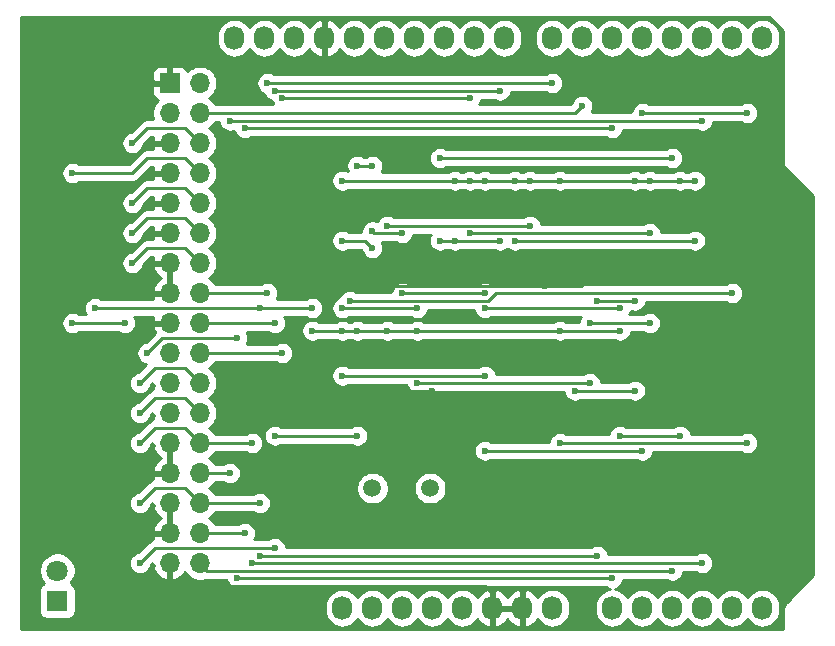
<source format=gbl>
G04 #@! TF.GenerationSoftware,KiCad,Pcbnew,(5.1.6)-1*
G04 #@! TF.CreationDate,2020-07-15T23:06:39+09:00*
G04 #@! TF.ProjectId,fdshield,66647368-6965-46c6-942e-6b696361645f,rev?*
G04 #@! TF.SameCoordinates,Original*
G04 #@! TF.FileFunction,Copper,L2,Bot*
G04 #@! TF.FilePolarity,Positive*
%FSLAX46Y46*%
G04 Gerber Fmt 4.6, Leading zero omitted, Abs format (unit mm)*
G04 Created by KiCad (PCBNEW (5.1.6)-1) date 2020-07-15 23:06:39*
%MOMM*%
%LPD*%
G01*
G04 APERTURE LIST*
G04 #@! TA.AperFunction,ComponentPad*
%ADD10C,1.500000*%
G04 #@! TD*
G04 #@! TA.AperFunction,ComponentPad*
%ADD11O,1.700000X1.700000*%
G04 #@! TD*
G04 #@! TA.AperFunction,ComponentPad*
%ADD12R,1.700000X1.700000*%
G04 #@! TD*
G04 #@! TA.AperFunction,ComponentPad*
%ADD13C,1.800000*%
G04 #@! TD*
G04 #@! TA.AperFunction,ComponentPad*
%ADD14R,1.800000X1.800000*%
G04 #@! TD*
G04 #@! TA.AperFunction,ComponentPad*
%ADD15O,1.727200X2.032000*%
G04 #@! TD*
G04 #@! TA.AperFunction,ViaPad*
%ADD16C,0.600000*%
G04 #@! TD*
G04 #@! TA.AperFunction,Conductor*
%ADD17C,0.250000*%
G04 #@! TD*
G04 #@! TA.AperFunction,Conductor*
%ADD18C,0.254000*%
G04 #@! TD*
G04 APERTURE END LIST*
D10*
G04 #@! TO.P,Y1,2*
G04 #@! TO.N,Net-(C6-Pad1)*
X146358000Y-113665000D03*
G04 #@! TO.P,Y1,1*
G04 #@! TO.N,Net-(C5-Pad1)*
X141478000Y-113665000D03*
G04 #@! TD*
D11*
G04 #@! TO.P,J1,34*
G04 #@! TO.N,/A2*
X126873000Y-120015000D03*
G04 #@! TO.P,J1,33*
G04 #@! TO.N,GND*
X124333000Y-120015000D03*
G04 #@! TO.P,J1,32*
G04 #@! TO.N,/5(\u002A\u002A)*
X126873000Y-117475000D03*
G04 #@! TO.P,J1,31*
G04 #@! TO.N,GND*
X124333000Y-117475000D03*
G04 #@! TO.P,J1,30*
G04 #@! TO.N,/RD*
X126873000Y-114935000D03*
G04 #@! TO.P,J1,29*
G04 #@! TO.N,GND*
X124333000Y-114935000D03*
G04 #@! TO.P,J1,28*
G04 #@! TO.N,/2*
X126873000Y-112395000D03*
G04 #@! TO.P,J1,27*
G04 #@! TO.N,GND*
X124333000Y-112395000D03*
G04 #@! TO.P,J1,26*
G04 #@! TO.N,/A3*
X126873000Y-109855000D03*
G04 #@! TO.P,J1,25*
G04 #@! TO.N,GND*
X124333000Y-109855000D03*
G04 #@! TO.P,J1,24*
G04 #@! TO.N,/WG*
X126873000Y-107315000D03*
G04 #@! TO.P,J1,23*
G04 #@! TO.N,GND*
X124333000Y-107315000D03*
G04 #@! TO.P,J1,22*
G04 #@! TO.N,/WD*
X126873000Y-104775000D03*
G04 #@! TO.P,J1,21*
G04 #@! TO.N,GND*
X124333000Y-104775000D03*
G04 #@! TO.P,J1,20*
G04 #@! TO.N,/9(\u002A\u002A)*
X126873000Y-102235000D03*
G04 #@! TO.P,J1,19*
G04 #@! TO.N,GND*
X124333000Y-102235000D03*
G04 #@! TO.P,J1,18*
G04 #@! TO.N,/8*
X126873000Y-99695000D03*
G04 #@! TO.P,J1,17*
G04 #@! TO.N,GND*
X124333000Y-99695000D03*
G04 #@! TO.P,J1,16*
G04 #@! TO.N,/7*
X126873000Y-97155000D03*
G04 #@! TO.P,J1,15*
G04 #@! TO.N,GND*
X124333000Y-97155000D03*
G04 #@! TO.P,J1,14*
G04 #@! TO.N,/DS2*
X126873000Y-94615000D03*
G04 #@! TO.P,J1,13*
G04 #@! TO.N,GND*
X124333000Y-94615000D03*
G04 #@! TO.P,J1,12*
G04 #@! TO.N,/DS1*
X126873000Y-92075000D03*
G04 #@! TO.P,J1,11*
G04 #@! TO.N,GND*
X124333000Y-92075000D03*
G04 #@! TO.P,J1,10*
G04 #@! TO.N,/DS0*
X126873000Y-89535000D03*
G04 #@! TO.P,J1,9*
G04 #@! TO.N,GND*
X124333000Y-89535000D03*
G04 #@! TO.P,J1,8*
G04 #@! TO.N,/A0*
X126873000Y-86995000D03*
G04 #@! TO.P,J1,7*
G04 #@! TO.N,GND*
X124333000Y-86995000D03*
G04 #@! TO.P,J1,6*
G04 #@! TO.N,/DS3*
X126873000Y-84455000D03*
G04 #@! TO.P,J1,5*
G04 #@! TO.N,GND*
X124333000Y-84455000D03*
G04 #@! TO.P,J1,4*
G04 #@! TO.N,/6(\u002A\u002A)*
X126873000Y-81915000D03*
G04 #@! TO.P,J1,3*
G04 #@! TO.N,N/C*
X124333000Y-81915000D03*
G04 #@! TO.P,J1,2*
X126873000Y-79375000D03*
D12*
G04 #@! TO.P,J1,1*
G04 #@! TO.N,GND*
X124333000Y-79375000D03*
G04 #@! TD*
D13*
G04 #@! TO.P,D1,2*
G04 #@! TO.N,+5V*
X114808000Y-120650000D03*
D14*
G04 #@! TO.P,D1,1*
G04 #@! TO.N,Net-(D1-Pad1)*
X114808000Y-123190000D03*
G04 #@! TD*
D15*
G04 #@! TO.P,P1,1*
G04 #@! TO.N,N/C*
X138938000Y-123825000D03*
G04 #@! TO.P,P1,2*
X141478000Y-123825000D03*
G04 #@! TO.P,P1,3*
X144018000Y-123825000D03*
G04 #@! TO.P,P1,4*
X146558000Y-123825000D03*
G04 #@! TO.P,P1,5*
G04 #@! TO.N,+5V*
X149098000Y-123825000D03*
G04 #@! TO.P,P1,6*
G04 #@! TO.N,GND*
X151638000Y-123825000D03*
G04 #@! TO.P,P1,7*
X154178000Y-123825000D03*
G04 #@! TO.P,P1,8*
G04 #@! TO.N,N/C*
X156718000Y-123825000D03*
G04 #@! TD*
G04 #@! TO.P,P2,1*
G04 #@! TO.N,/A0*
X161798000Y-123825000D03*
G04 #@! TO.P,P2,2*
G04 #@! TO.N,/A1*
X164338000Y-123825000D03*
G04 #@! TO.P,P2,3*
G04 #@! TO.N,/A2*
X166878000Y-123825000D03*
G04 #@! TO.P,P2,4*
G04 #@! TO.N,/A3*
X169418000Y-123825000D03*
G04 #@! TO.P,P2,5*
G04 #@! TO.N,/A4*
X171958000Y-123825000D03*
G04 #@! TO.P,P2,6*
G04 #@! TO.N,N/C*
X174498000Y-123825000D03*
G04 #@! TD*
G04 #@! TO.P,P3,1*
G04 #@! TO.N,N/C*
X129794000Y-75565000D03*
G04 #@! TO.P,P3,2*
X132334000Y-75565000D03*
G04 #@! TO.P,P3,3*
X134874000Y-75565000D03*
G04 #@! TO.P,P3,4*
G04 #@! TO.N,GND*
X137414000Y-75565000D03*
G04 #@! TO.P,P3,5*
G04 #@! TO.N,/13(SCK)*
X139954000Y-75565000D03*
G04 #@! TO.P,P3,6*
G04 #@! TO.N,/12(MISO)*
X142494000Y-75565000D03*
G04 #@! TO.P,P3,7*
G04 #@! TO.N,/11(\u002A\u002A/MOSI)*
X145034000Y-75565000D03*
G04 #@! TO.P,P3,8*
G04 #@! TO.N,/10(\u002A\u002A/SS)*
X147574000Y-75565000D03*
G04 #@! TO.P,P3,9*
G04 #@! TO.N,/9(\u002A\u002A)*
X150114000Y-75565000D03*
G04 #@! TO.P,P3,10*
G04 #@! TO.N,/8*
X152654000Y-75565000D03*
G04 #@! TD*
G04 #@! TO.P,P4,1*
G04 #@! TO.N,/7*
X156718000Y-75565000D03*
G04 #@! TO.P,P4,2*
G04 #@! TO.N,/6(\u002A\u002A)*
X159258000Y-75565000D03*
G04 #@! TO.P,P4,3*
G04 #@! TO.N,/5(\u002A\u002A)*
X161798000Y-75565000D03*
G04 #@! TO.P,P4,4*
G04 #@! TO.N,/4*
X164338000Y-75565000D03*
G04 #@! TO.P,P4,5*
G04 #@! TO.N,/3(\u002A\u002A)*
X166878000Y-75565000D03*
G04 #@! TO.P,P4,6*
G04 #@! TO.N,/2*
X169418000Y-75565000D03*
G04 #@! TO.P,P4,7*
G04 #@! TO.N,N/C*
X171958000Y-75565000D03*
G04 #@! TO.P,P4,8*
X174498000Y-75565000D03*
G04 #@! TD*
D16*
G04 #@! TO.N,GND*
X146558000Y-105410000D03*
X156083000Y-96520000D03*
G04 #@! TO.N,+5V*
X117983000Y-98425000D03*
X131953000Y-98425000D03*
X157353000Y-100330000D03*
X162433000Y-100330000D03*
X136398000Y-100330000D03*
X136398000Y-98425000D03*
X138938000Y-100330000D03*
X140208000Y-100330000D03*
X142748000Y-100330000D03*
X145288000Y-100330000D03*
X168783000Y-87630000D03*
X167513000Y-87630000D03*
X164973000Y-87630000D03*
X163703000Y-87630000D03*
X154813000Y-87630000D03*
X153543000Y-87630000D03*
X151003000Y-87630000D03*
X149733000Y-87630000D03*
X148463000Y-87630000D03*
X138938000Y-92710000D03*
X141478000Y-93345000D03*
X138938000Y-87630000D03*
X157353000Y-87630000D03*
G04 #@! TO.N,/A0*
X120523000Y-99695000D03*
X116078000Y-99695000D03*
X116078000Y-86995000D03*
X122428000Y-102235000D03*
X130048000Y-100965000D03*
X130048000Y-121285000D03*
X161798000Y-121285000D03*
G04 #@! TO.N,/A1*
X138938000Y-104140000D03*
X151003000Y-104140000D03*
X151003000Y-98425000D03*
X162433000Y-98425000D03*
X164338000Y-110490000D03*
X151003000Y-110490000D03*
G04 #@! TO.N,/A2*
X166878000Y-120650000D03*
G04 #@! TO.N,/A3*
X121793000Y-109855000D03*
X169418000Y-120015000D03*
X131318000Y-120015000D03*
X131318000Y-109855000D03*
G04 #@! TO.N,/13(SCK)*
X151003000Y-97155000D03*
X144018000Y-97155000D03*
X144018000Y-92075000D03*
X141478000Y-91909997D03*
X141478000Y-86360000D03*
X140208000Y-86360000D03*
G04 #@! TO.N,/11(\u002A\u002A/MOSI)*
X154813000Y-91440000D03*
X142748000Y-91440000D03*
G04 #@! TO.N,/10(\u002A\u002A/SS)*
X138938000Y-98425000D03*
X145288000Y-98425000D03*
G04 #@! TO.N,/9(\u002A\u002A)*
X133858000Y-102235000D03*
X133858000Y-80645000D03*
X149733000Y-80645000D03*
G04 #@! TO.N,/8*
X133223000Y-99695000D03*
X133223000Y-80010000D03*
X152273000Y-80010000D03*
G04 #@! TO.N,/7*
X132588000Y-97155000D03*
X132588000Y-79375000D03*
X156718000Y-79375000D03*
G04 #@! TO.N,/6(\u002A\u002A)*
X159258000Y-81280000D03*
G04 #@! TO.N,/5(\u002A\u002A)*
X130683000Y-117475000D03*
X130683000Y-83185000D03*
X161798000Y-83185000D03*
G04 #@! TO.N,/4*
X157353000Y-109855000D03*
X173228000Y-109855000D03*
X173228000Y-81915000D03*
X164338000Y-81915000D03*
G04 #@! TO.N,/3(\u002A\u002A)*
X148463000Y-92710000D03*
X152273000Y-92710000D03*
X147193000Y-92710000D03*
X147193000Y-85725000D03*
X166878000Y-85725000D03*
G04 #@! TO.N,/2*
X129413000Y-112395000D03*
X129413000Y-82550000D03*
X169418000Y-82550000D03*
G04 #@! TO.N,/WD*
X121793000Y-104775000D03*
G04 #@! TO.N,/WG*
X121793000Y-107315000D03*
G04 #@! TO.N,/RD*
X121793000Y-114935000D03*
X131953000Y-114935000D03*
X131953000Y-119380000D03*
X160528000Y-119380000D03*
G04 #@! TO.N,Net-(R6-Pad2)*
X121793000Y-120015000D03*
X133223000Y-118745000D03*
X133223000Y-109220000D03*
X140208000Y-109220000D03*
G04 #@! TO.N,Net-(U1-Pad12)*
X159893000Y-99695000D03*
X164973000Y-99695000D03*
G04 #@! TO.N,Net-(U1-Pad2)*
X163703000Y-105410000D03*
X158623000Y-105410000D03*
G04 #@! TO.N,Net-(U3-Pad6)*
X153543000Y-92710000D03*
X168783000Y-92710000D03*
G04 #@! TO.N,Net-(U3-Pad3)*
X164973000Y-92075000D03*
X149733000Y-92075000D03*
G04 #@! TO.N,/DS3*
X121158000Y-84455000D03*
G04 #@! TO.N,/DS0*
X121158000Y-89535000D03*
G04 #@! TO.N,/DS1*
X121158000Y-92075000D03*
G04 #@! TO.N,/DS2*
X121158000Y-94615000D03*
G04 #@! TO.N,/A4*
X171958000Y-97155000D03*
X139573000Y-97790000D03*
G04 #@! TO.N,/CAP_CLK*
X145288000Y-104775000D03*
X159893000Y-104775000D03*
X160528000Y-97790000D03*
X163703000Y-97790000D03*
G04 #@! TO.N,Net-(U1-Pad5)*
X162433000Y-109220000D03*
X167513000Y-109220000D03*
G04 #@! TD*
D17*
G04 #@! TO.N,GND*
X154178000Y-107950000D02*
X166243000Y-107950000D01*
X154178000Y-107950000D02*
X147828000Y-107950000D01*
X137668000Y-106045000D02*
X138303000Y-105410000D01*
X138303000Y-105410000D02*
X146558000Y-105410000D01*
X142748000Y-96520000D02*
X135763000Y-96520000D01*
X156083000Y-96520000D02*
X142748000Y-96520000D01*
X159258000Y-96520000D02*
X156083000Y-96520000D01*
X135763000Y-96520000D02*
X134493000Y-96520000D01*
X137414000Y-76454000D02*
X137414000Y-75565000D01*
X124333000Y-79375000D02*
X124333000Y-78740000D01*
X151638000Y-123825000D02*
X151638000Y-122555000D01*
X151638000Y-122555000D02*
X151003000Y-121920000D01*
X151003000Y-121920000D02*
X124968000Y-121920000D01*
X124968000Y-121920000D02*
X124333000Y-121285000D01*
X124333000Y-121285000D02*
X124333000Y-120015000D01*
X118618000Y-80010000D02*
X119253000Y-79375000D01*
G04 #@! TO.N,+5V*
X117983000Y-98425000D02*
X133858000Y-98425000D01*
X154178000Y-100330000D02*
X157353000Y-100330000D01*
X157353000Y-100330000D02*
X162433000Y-100330000D01*
X154178000Y-100330000D02*
X145288000Y-100330000D01*
X133858000Y-98425000D02*
X136398000Y-98425000D01*
X138938000Y-100330000D02*
X136398000Y-100330000D01*
X140208000Y-100330000D02*
X138938000Y-100330000D01*
X142748000Y-100330000D02*
X140208000Y-100330000D01*
X145288000Y-100330000D02*
X142748000Y-100330000D01*
X164973000Y-87630000D02*
X168783000Y-87630000D01*
X163703000Y-87630000D02*
X164973000Y-87630000D01*
X162433000Y-87630000D02*
X163703000Y-87630000D01*
X153543000Y-87630000D02*
X154813000Y-87630000D01*
X149733000Y-87630000D02*
X153543000Y-87630000D01*
X138938000Y-87630000D02*
X149733000Y-87630000D01*
X159258000Y-87630000D02*
X162433000Y-87630000D01*
X141478000Y-93345000D02*
X140843000Y-92710000D01*
X140843000Y-92710000D02*
X138938000Y-92710000D01*
X154813000Y-87630000D02*
X157353000Y-87630000D01*
X157353000Y-87630000D02*
X159258000Y-87630000D01*
G04 #@! TO.N,/A0*
X120523000Y-99695000D02*
X116078000Y-99695000D01*
X116078000Y-86995000D02*
X121158000Y-86995000D01*
X121158000Y-86995000D02*
X122428000Y-85725000D01*
X125603000Y-85725000D02*
X126873000Y-86995000D01*
X122428000Y-85725000D02*
X125603000Y-85725000D01*
X122428000Y-102235000D02*
X123698000Y-100965000D01*
X123698000Y-100965000D02*
X130048000Y-100965000D01*
X130048000Y-121285000D02*
X161798000Y-121285000D01*
G04 #@! TO.N,/A1*
X138938000Y-104140000D02*
X151003000Y-104140000D01*
X151003000Y-98425000D02*
X162433000Y-98425000D01*
X164338000Y-110490000D02*
X151003000Y-110490000D01*
G04 #@! TO.N,/A2*
X127508000Y-120650000D02*
X126873000Y-120015000D01*
X166878000Y-120650000D02*
X127508000Y-120650000D01*
G04 #@! TO.N,/A3*
X121793000Y-109855000D02*
X123063000Y-108585000D01*
X125603000Y-108585000D02*
X126873000Y-109855000D01*
X123063000Y-108585000D02*
X125603000Y-108585000D01*
X169418000Y-120015000D02*
X131318000Y-120015000D01*
X131318000Y-109855000D02*
X126873000Y-109855000D01*
G04 #@! TO.N,/13(SCK)*
X151003000Y-97155000D02*
X144018000Y-97155000D01*
X144018000Y-92075000D02*
X141643003Y-92075000D01*
X141643003Y-92075000D02*
X141478000Y-91909997D01*
X141478000Y-86360000D02*
X140208000Y-86360000D01*
G04 #@! TO.N,/11(\u002A\u002A/MOSI)*
X154813000Y-91440000D02*
X142748000Y-91440000D01*
G04 #@! TO.N,/10(\u002A\u002A/SS)*
X138938000Y-98425000D02*
X145288000Y-98425000D01*
G04 #@! TO.N,/9(\u002A\u002A)*
X126873000Y-102235000D02*
X133858000Y-102235000D01*
X133858000Y-80645000D02*
X149733000Y-80645000D01*
G04 #@! TO.N,/8*
X126873000Y-99695000D02*
X133223000Y-99695000D01*
X133223000Y-80010000D02*
X152273000Y-80010000D01*
G04 #@! TO.N,/7*
X126873000Y-97155000D02*
X132588000Y-97155000D01*
X132588000Y-79375000D02*
X156718000Y-79375000D01*
G04 #@! TO.N,/6(\u002A\u002A)*
X126873000Y-81915000D02*
X158623000Y-81915000D01*
X158623000Y-81915000D02*
X159258000Y-81280000D01*
G04 #@! TO.N,/5(\u002A\u002A)*
X126873000Y-117475000D02*
X130683000Y-117475000D01*
X130683000Y-83185000D02*
X161798000Y-83185000D01*
G04 #@! TO.N,/4*
X157353000Y-109855000D02*
X173228000Y-109855000D01*
X173228000Y-81915000D02*
X164338000Y-81915000D01*
G04 #@! TO.N,/3(\u002A\u002A)*
X148463000Y-92710000D02*
X152273000Y-92710000D01*
X148463000Y-92710000D02*
X147193000Y-92710000D01*
X147193000Y-85725000D02*
X166878000Y-85725000D01*
G04 #@! TO.N,/2*
X126873000Y-112395000D02*
X129413000Y-112395000D01*
X129413000Y-82550000D02*
X169418000Y-82550000D01*
G04 #@! TO.N,/WD*
X121793000Y-104775000D02*
X123063000Y-103505000D01*
X123063000Y-103505000D02*
X125603000Y-103505000D01*
X125603000Y-103505000D02*
X126873000Y-104775000D01*
G04 #@! TO.N,/WG*
X121793000Y-107315000D02*
X123063000Y-106045000D01*
X125603000Y-106045000D02*
X126873000Y-107315000D01*
X123063000Y-106045000D02*
X125603000Y-106045000D01*
G04 #@! TO.N,/RD*
X121793000Y-114935000D02*
X123063000Y-113665000D01*
X125603000Y-113665000D02*
X126873000Y-114935000D01*
X123063000Y-113665000D02*
X125603000Y-113665000D01*
X126873000Y-114935000D02*
X131953000Y-114935000D01*
X131953000Y-119380000D02*
X160528000Y-119380000D01*
G04 #@! TO.N,Net-(R6-Pad2)*
X121793000Y-120015000D02*
X123063000Y-118745000D01*
X123063000Y-118745000D02*
X133223000Y-118745000D01*
X133223000Y-109220000D02*
X140208000Y-109220000D01*
G04 #@! TO.N,Net-(U1-Pad12)*
X159893000Y-99695000D02*
X164973000Y-99695000D01*
G04 #@! TO.N,Net-(U1-Pad2)*
X163703000Y-105410000D02*
X158623000Y-105410000D01*
G04 #@! TO.N,Net-(U3-Pad6)*
X153543000Y-92710000D02*
X168783000Y-92710000D01*
G04 #@! TO.N,Net-(U3-Pad3)*
X164973000Y-92075000D02*
X149733000Y-92075000D01*
G04 #@! TO.N,/DS3*
X121158000Y-84455000D02*
X122428000Y-83185000D01*
X122428000Y-83185000D02*
X125603000Y-83185000D01*
X125603000Y-83185000D02*
X126873000Y-84455000D01*
G04 #@! TO.N,/DS0*
X121158000Y-89535000D02*
X122428000Y-88265000D01*
X122428000Y-88265000D02*
X125603000Y-88265000D01*
X125603000Y-88265000D02*
X126873000Y-89535000D01*
G04 #@! TO.N,/DS1*
X121158000Y-92075000D02*
X122428000Y-90805000D01*
X122428000Y-90805000D02*
X125603000Y-90805000D01*
X125603000Y-90805000D02*
X126873000Y-92075000D01*
G04 #@! TO.N,/DS2*
X121158000Y-94615000D02*
X122428000Y-93345000D01*
X122428000Y-93345000D02*
X125603000Y-93345000D01*
X125603000Y-93345000D02*
X126873000Y-94615000D01*
G04 #@! TO.N,/A4*
X171958000Y-97155000D02*
X151928002Y-97155000D01*
X151293002Y-97790000D02*
X139573000Y-97790000D01*
X151928002Y-97155000D02*
X151293002Y-97790000D01*
G04 #@! TO.N,/CAP_CLK*
X145288000Y-104775000D02*
X159893000Y-104775000D01*
X160528000Y-97790000D02*
X163703000Y-97790000D01*
G04 #@! TO.N,Net-(U1-Pad5)*
X162433000Y-109220000D02*
X167513000Y-109220000D01*
G04 #@! TD*
D18*
G04 #@! TO.N,GND*
G36*
X176276000Y-74982606D02*
G01*
X176276000Y-86360000D01*
X176278440Y-86384776D01*
X176285667Y-86408601D01*
X176297403Y-86430557D01*
X176313197Y-86449803D01*
X178816000Y-88952606D01*
X178816000Y-121042908D01*
X176560617Y-123298292D01*
X176533526Y-123320525D01*
X176511293Y-123347616D01*
X176444801Y-123428637D01*
X176378872Y-123551981D01*
X176338274Y-123685816D01*
X176335619Y-123712775D01*
X176313197Y-123735197D01*
X176297403Y-123754443D01*
X176285667Y-123776399D01*
X176278440Y-123800224D01*
X176276000Y-123825000D01*
X176276000Y-125603000D01*
X111760000Y-125603000D01*
X111760000Y-122290000D01*
X113269928Y-122290000D01*
X113269928Y-124090000D01*
X113282188Y-124214482D01*
X113318498Y-124334180D01*
X113377463Y-124444494D01*
X113456815Y-124541185D01*
X113553506Y-124620537D01*
X113663820Y-124679502D01*
X113783518Y-124715812D01*
X113908000Y-124728072D01*
X115708000Y-124728072D01*
X115832482Y-124715812D01*
X115952180Y-124679502D01*
X116062494Y-124620537D01*
X116159185Y-124541185D01*
X116238537Y-124444494D01*
X116297502Y-124334180D01*
X116333812Y-124214482D01*
X116346072Y-124090000D01*
X116346072Y-123598982D01*
X137439400Y-123598982D01*
X137439400Y-124051019D01*
X137461084Y-124271177D01*
X137546775Y-124553664D01*
X137685931Y-124814006D01*
X137873203Y-125042197D01*
X138101395Y-125229469D01*
X138361737Y-125368625D01*
X138644224Y-125454316D01*
X138938000Y-125483251D01*
X139231777Y-125454316D01*
X139514264Y-125368625D01*
X139774606Y-125229469D01*
X140002797Y-125042197D01*
X140190069Y-124814006D01*
X140208000Y-124780459D01*
X140225931Y-124814006D01*
X140413203Y-125042197D01*
X140641395Y-125229469D01*
X140901737Y-125368625D01*
X141184224Y-125454316D01*
X141478000Y-125483251D01*
X141771777Y-125454316D01*
X142054264Y-125368625D01*
X142314606Y-125229469D01*
X142542797Y-125042197D01*
X142730069Y-124814006D01*
X142748000Y-124780459D01*
X142765931Y-124814006D01*
X142953203Y-125042197D01*
X143181395Y-125229469D01*
X143441737Y-125368625D01*
X143724224Y-125454316D01*
X144018000Y-125483251D01*
X144311777Y-125454316D01*
X144594264Y-125368625D01*
X144854606Y-125229469D01*
X145082797Y-125042197D01*
X145270069Y-124814006D01*
X145288000Y-124780459D01*
X145305931Y-124814006D01*
X145493203Y-125042197D01*
X145721395Y-125229469D01*
X145981737Y-125368625D01*
X146264224Y-125454316D01*
X146558000Y-125483251D01*
X146851777Y-125454316D01*
X147134264Y-125368625D01*
X147394606Y-125229469D01*
X147622797Y-125042197D01*
X147810069Y-124814006D01*
X147828000Y-124780459D01*
X147845931Y-124814006D01*
X148033203Y-125042197D01*
X148261395Y-125229469D01*
X148521737Y-125368625D01*
X148804224Y-125454316D01*
X149098000Y-125483251D01*
X149391777Y-125454316D01*
X149674264Y-125368625D01*
X149934606Y-125229469D01*
X150162797Y-125042197D01*
X150350069Y-124814006D01*
X150371424Y-124774053D01*
X150519514Y-124976729D01*
X150735965Y-125175733D01*
X150987081Y-125328686D01*
X151263211Y-125429709D01*
X151278974Y-125432358D01*
X151511000Y-125311217D01*
X151511000Y-123952000D01*
X151765000Y-123952000D01*
X151765000Y-125311217D01*
X151997026Y-125432358D01*
X152012789Y-125429709D01*
X152288919Y-125328686D01*
X152540035Y-125175733D01*
X152756486Y-124976729D01*
X152908000Y-124769367D01*
X153059514Y-124976729D01*
X153275965Y-125175733D01*
X153527081Y-125328686D01*
X153803211Y-125429709D01*
X153818974Y-125432358D01*
X154051000Y-125311217D01*
X154051000Y-123952000D01*
X151765000Y-123952000D01*
X151511000Y-123952000D01*
X151491000Y-123952000D01*
X151491000Y-123698000D01*
X151511000Y-123698000D01*
X151511000Y-122338783D01*
X151765000Y-122338783D01*
X151765000Y-123698000D01*
X154051000Y-123698000D01*
X154051000Y-122338783D01*
X154305000Y-122338783D01*
X154305000Y-123698000D01*
X154325000Y-123698000D01*
X154325000Y-123952000D01*
X154305000Y-123952000D01*
X154305000Y-125311217D01*
X154537026Y-125432358D01*
X154552789Y-125429709D01*
X154828919Y-125328686D01*
X155080035Y-125175733D01*
X155296486Y-124976729D01*
X155444576Y-124774053D01*
X155465931Y-124814006D01*
X155653203Y-125042197D01*
X155881395Y-125229469D01*
X156141737Y-125368625D01*
X156424224Y-125454316D01*
X156718000Y-125483251D01*
X157011777Y-125454316D01*
X157294264Y-125368625D01*
X157554606Y-125229469D01*
X157782797Y-125042197D01*
X157970069Y-124814006D01*
X158109225Y-124553663D01*
X158194916Y-124271176D01*
X158216600Y-124051018D01*
X158216600Y-123598981D01*
X158194916Y-123378823D01*
X158109225Y-123096336D01*
X157970069Y-122835994D01*
X157782797Y-122607803D01*
X157554605Y-122420531D01*
X157294263Y-122281375D01*
X157011776Y-122195684D01*
X156718000Y-122166749D01*
X156424223Y-122195684D01*
X156141736Y-122281375D01*
X155881394Y-122420531D01*
X155653203Y-122607803D01*
X155465931Y-122835995D01*
X155444576Y-122875947D01*
X155296486Y-122673271D01*
X155080035Y-122474267D01*
X154828919Y-122321314D01*
X154552789Y-122220291D01*
X154537026Y-122217642D01*
X154305000Y-122338783D01*
X154051000Y-122338783D01*
X153818974Y-122217642D01*
X153803211Y-122220291D01*
X153527081Y-122321314D01*
X153275965Y-122474267D01*
X153059514Y-122673271D01*
X152908000Y-122880633D01*
X152756486Y-122673271D01*
X152540035Y-122474267D01*
X152288919Y-122321314D01*
X152012789Y-122220291D01*
X151997026Y-122217642D01*
X151765000Y-122338783D01*
X151511000Y-122338783D01*
X151278974Y-122217642D01*
X151263211Y-122220291D01*
X150987081Y-122321314D01*
X150735965Y-122474267D01*
X150519514Y-122673271D01*
X150371424Y-122875947D01*
X150350069Y-122835994D01*
X150162797Y-122607803D01*
X149934605Y-122420531D01*
X149674263Y-122281375D01*
X149391776Y-122195684D01*
X149098000Y-122166749D01*
X148804223Y-122195684D01*
X148521736Y-122281375D01*
X148261394Y-122420531D01*
X148033203Y-122607803D01*
X147845931Y-122835995D01*
X147828000Y-122869541D01*
X147810069Y-122835994D01*
X147622797Y-122607803D01*
X147394605Y-122420531D01*
X147134263Y-122281375D01*
X146851776Y-122195684D01*
X146558000Y-122166749D01*
X146264223Y-122195684D01*
X145981736Y-122281375D01*
X145721394Y-122420531D01*
X145493203Y-122607803D01*
X145305931Y-122835995D01*
X145288000Y-122869541D01*
X145270069Y-122835994D01*
X145082797Y-122607803D01*
X144854605Y-122420531D01*
X144594263Y-122281375D01*
X144311776Y-122195684D01*
X144018000Y-122166749D01*
X143724223Y-122195684D01*
X143441736Y-122281375D01*
X143181394Y-122420531D01*
X142953203Y-122607803D01*
X142765931Y-122835995D01*
X142748000Y-122869541D01*
X142730069Y-122835994D01*
X142542797Y-122607803D01*
X142314605Y-122420531D01*
X142054263Y-122281375D01*
X141771776Y-122195684D01*
X141478000Y-122166749D01*
X141184223Y-122195684D01*
X140901736Y-122281375D01*
X140641394Y-122420531D01*
X140413203Y-122607803D01*
X140225931Y-122835995D01*
X140208000Y-122869541D01*
X140190069Y-122835994D01*
X140002797Y-122607803D01*
X139774605Y-122420531D01*
X139514263Y-122281375D01*
X139231776Y-122195684D01*
X138938000Y-122166749D01*
X138644223Y-122195684D01*
X138361736Y-122281375D01*
X138101394Y-122420531D01*
X137873203Y-122607803D01*
X137685931Y-122835995D01*
X137546775Y-123096337D01*
X137461084Y-123378824D01*
X137439400Y-123598982D01*
X116346072Y-123598982D01*
X116346072Y-122290000D01*
X116333812Y-122165518D01*
X116297502Y-122045820D01*
X116238537Y-121935506D01*
X116159185Y-121838815D01*
X116062494Y-121759463D01*
X115952180Y-121700498D01*
X115933873Y-121694944D01*
X116000312Y-121628505D01*
X116168299Y-121377095D01*
X116284011Y-121097743D01*
X116343000Y-120801184D01*
X116343000Y-120498816D01*
X116284011Y-120202257D01*
X116168299Y-119922905D01*
X116000312Y-119671495D01*
X115786505Y-119457688D01*
X115535095Y-119289701D01*
X115255743Y-119173989D01*
X114959184Y-119115000D01*
X114656816Y-119115000D01*
X114360257Y-119173989D01*
X114080905Y-119289701D01*
X113829495Y-119457688D01*
X113615688Y-119671495D01*
X113447701Y-119922905D01*
X113331989Y-120202257D01*
X113273000Y-120498816D01*
X113273000Y-120801184D01*
X113331989Y-121097743D01*
X113447701Y-121377095D01*
X113615688Y-121628505D01*
X113682127Y-121694944D01*
X113663820Y-121700498D01*
X113553506Y-121759463D01*
X113456815Y-121838815D01*
X113377463Y-121935506D01*
X113318498Y-122045820D01*
X113282188Y-122165518D01*
X113269928Y-122290000D01*
X111760000Y-122290000D01*
X111760000Y-86902911D01*
X115143000Y-86902911D01*
X115143000Y-87087089D01*
X115178932Y-87267729D01*
X115249414Y-87437889D01*
X115351738Y-87591028D01*
X115481972Y-87721262D01*
X115635111Y-87823586D01*
X115805271Y-87894068D01*
X115985911Y-87930000D01*
X116170089Y-87930000D01*
X116350729Y-87894068D01*
X116520889Y-87823586D01*
X116623535Y-87755000D01*
X121120678Y-87755000D01*
X121158000Y-87758676D01*
X121195322Y-87755000D01*
X121195333Y-87755000D01*
X121306986Y-87744003D01*
X121450247Y-87700546D01*
X121582276Y-87629974D01*
X121698001Y-87535001D01*
X121721804Y-87505997D01*
X122742802Y-86485000D01*
X122938986Y-86485000D01*
X122936175Y-86490901D01*
X122891524Y-86638110D01*
X123012845Y-86868000D01*
X124206000Y-86868000D01*
X124206000Y-86848000D01*
X124460000Y-86848000D01*
X124460000Y-86868000D01*
X124480000Y-86868000D01*
X124480000Y-87122000D01*
X124460000Y-87122000D01*
X124460000Y-87142000D01*
X124206000Y-87142000D01*
X124206000Y-87122000D01*
X123012845Y-87122000D01*
X122891524Y-87351890D01*
X122936175Y-87499099D01*
X122938986Y-87505000D01*
X122465322Y-87505000D01*
X122427999Y-87501324D01*
X122390676Y-87505000D01*
X122390667Y-87505000D01*
X122279014Y-87515997D01*
X122135753Y-87559454D01*
X122003724Y-87630026D01*
X121887999Y-87724999D01*
X121864201Y-87753997D01*
X121006351Y-88611847D01*
X120885271Y-88635932D01*
X120715111Y-88706414D01*
X120561972Y-88808738D01*
X120431738Y-88938972D01*
X120329414Y-89092111D01*
X120258932Y-89262271D01*
X120223000Y-89442911D01*
X120223000Y-89627089D01*
X120258932Y-89807729D01*
X120329414Y-89977889D01*
X120431738Y-90131028D01*
X120561972Y-90261262D01*
X120715111Y-90363586D01*
X120885271Y-90434068D01*
X121065911Y-90470000D01*
X121250089Y-90470000D01*
X121430729Y-90434068D01*
X121600889Y-90363586D01*
X121754028Y-90261262D01*
X121884262Y-90131028D01*
X121986586Y-89977889D01*
X122057068Y-89807729D01*
X122081153Y-89686649D01*
X122742802Y-89025000D01*
X122938986Y-89025000D01*
X122936175Y-89030901D01*
X122891524Y-89178110D01*
X123012845Y-89408000D01*
X124206000Y-89408000D01*
X124206000Y-89388000D01*
X124460000Y-89388000D01*
X124460000Y-89408000D01*
X124480000Y-89408000D01*
X124480000Y-89662000D01*
X124460000Y-89662000D01*
X124460000Y-89682000D01*
X124206000Y-89682000D01*
X124206000Y-89662000D01*
X123012845Y-89662000D01*
X122891524Y-89891890D01*
X122936175Y-90039099D01*
X122938986Y-90045000D01*
X122465322Y-90045000D01*
X122427999Y-90041324D01*
X122390676Y-90045000D01*
X122390667Y-90045000D01*
X122279014Y-90055997D01*
X122135753Y-90099454D01*
X122003724Y-90170026D01*
X121887999Y-90264999D01*
X121864201Y-90293997D01*
X121006351Y-91151847D01*
X120885271Y-91175932D01*
X120715111Y-91246414D01*
X120561972Y-91348738D01*
X120431738Y-91478972D01*
X120329414Y-91632111D01*
X120258932Y-91802271D01*
X120223000Y-91982911D01*
X120223000Y-92167089D01*
X120258932Y-92347729D01*
X120329414Y-92517889D01*
X120431738Y-92671028D01*
X120561972Y-92801262D01*
X120715111Y-92903586D01*
X120885271Y-92974068D01*
X121065911Y-93010000D01*
X121250089Y-93010000D01*
X121430729Y-92974068D01*
X121600889Y-92903586D01*
X121754028Y-92801262D01*
X121884262Y-92671028D01*
X121986586Y-92517889D01*
X122057068Y-92347729D01*
X122081153Y-92226649D01*
X122742802Y-91565000D01*
X122938986Y-91565000D01*
X122936175Y-91570901D01*
X122891524Y-91718110D01*
X123012845Y-91948000D01*
X124206000Y-91948000D01*
X124206000Y-91928000D01*
X124460000Y-91928000D01*
X124460000Y-91948000D01*
X124480000Y-91948000D01*
X124480000Y-92202000D01*
X124460000Y-92202000D01*
X124460000Y-92222000D01*
X124206000Y-92222000D01*
X124206000Y-92202000D01*
X123012845Y-92202000D01*
X122891524Y-92431890D01*
X122936175Y-92579099D01*
X122938986Y-92585000D01*
X122465322Y-92585000D01*
X122427999Y-92581324D01*
X122390676Y-92585000D01*
X122390667Y-92585000D01*
X122279014Y-92595997D01*
X122135753Y-92639454D01*
X122003724Y-92710026D01*
X121887999Y-92804999D01*
X121864201Y-92833997D01*
X121006351Y-93691847D01*
X120885271Y-93715932D01*
X120715111Y-93786414D01*
X120561972Y-93888738D01*
X120431738Y-94018972D01*
X120329414Y-94172111D01*
X120258932Y-94342271D01*
X120223000Y-94522911D01*
X120223000Y-94707089D01*
X120258932Y-94887729D01*
X120329414Y-95057889D01*
X120431738Y-95211028D01*
X120561972Y-95341262D01*
X120715111Y-95443586D01*
X120885271Y-95514068D01*
X121065911Y-95550000D01*
X121250089Y-95550000D01*
X121430729Y-95514068D01*
X121600889Y-95443586D01*
X121754028Y-95341262D01*
X121884262Y-95211028D01*
X121986586Y-95057889D01*
X122022207Y-94971890D01*
X122891524Y-94971890D01*
X122936175Y-95119099D01*
X123061359Y-95381920D01*
X123235412Y-95615269D01*
X123451645Y-95810178D01*
X123577255Y-95885000D01*
X123451645Y-95959822D01*
X123235412Y-96154731D01*
X123061359Y-96388080D01*
X122936175Y-96650901D01*
X122891524Y-96798110D01*
X123012845Y-97028000D01*
X124206000Y-97028000D01*
X124206000Y-94742000D01*
X123012845Y-94742000D01*
X122891524Y-94971890D01*
X122022207Y-94971890D01*
X122057068Y-94887729D01*
X122081153Y-94766649D01*
X122742802Y-94105000D01*
X122938986Y-94105000D01*
X122936175Y-94110901D01*
X122891524Y-94258110D01*
X123012845Y-94488000D01*
X124206000Y-94488000D01*
X124206000Y-94468000D01*
X124460000Y-94468000D01*
X124460000Y-94488000D01*
X124480000Y-94488000D01*
X124480000Y-94742000D01*
X124460000Y-94742000D01*
X124460000Y-97028000D01*
X124480000Y-97028000D01*
X124480000Y-97282000D01*
X124460000Y-97282000D01*
X124460000Y-97302000D01*
X124206000Y-97302000D01*
X124206000Y-97282000D01*
X123012845Y-97282000D01*
X122891524Y-97511890D01*
X122936175Y-97659099D01*
X122938986Y-97665000D01*
X118528535Y-97665000D01*
X118425889Y-97596414D01*
X118255729Y-97525932D01*
X118075089Y-97490000D01*
X117890911Y-97490000D01*
X117710271Y-97525932D01*
X117540111Y-97596414D01*
X117386972Y-97698738D01*
X117256738Y-97828972D01*
X117154414Y-97982111D01*
X117083932Y-98152271D01*
X117048000Y-98332911D01*
X117048000Y-98517089D01*
X117083932Y-98697729D01*
X117154414Y-98867889D01*
X117199256Y-98935000D01*
X116623535Y-98935000D01*
X116520889Y-98866414D01*
X116350729Y-98795932D01*
X116170089Y-98760000D01*
X115985911Y-98760000D01*
X115805271Y-98795932D01*
X115635111Y-98866414D01*
X115481972Y-98968738D01*
X115351738Y-99098972D01*
X115249414Y-99252111D01*
X115178932Y-99422271D01*
X115143000Y-99602911D01*
X115143000Y-99787089D01*
X115178932Y-99967729D01*
X115249414Y-100137889D01*
X115351738Y-100291028D01*
X115481972Y-100421262D01*
X115635111Y-100523586D01*
X115805271Y-100594068D01*
X115985911Y-100630000D01*
X116170089Y-100630000D01*
X116350729Y-100594068D01*
X116520889Y-100523586D01*
X116623535Y-100455000D01*
X119977465Y-100455000D01*
X120080111Y-100523586D01*
X120250271Y-100594068D01*
X120430911Y-100630000D01*
X120615089Y-100630000D01*
X120795729Y-100594068D01*
X120965889Y-100523586D01*
X121119028Y-100421262D01*
X121249262Y-100291028D01*
X121351586Y-100137889D01*
X121422068Y-99967729D01*
X121458000Y-99787089D01*
X121458000Y-99602911D01*
X121422068Y-99422271D01*
X121351586Y-99252111D01*
X121306744Y-99185000D01*
X122938986Y-99185000D01*
X122936175Y-99190901D01*
X122891524Y-99338110D01*
X123012845Y-99568000D01*
X124206000Y-99568000D01*
X124206000Y-99548000D01*
X124460000Y-99548000D01*
X124460000Y-99568000D01*
X124480000Y-99568000D01*
X124480000Y-99822000D01*
X124460000Y-99822000D01*
X124460000Y-99842000D01*
X124206000Y-99842000D01*
X124206000Y-99822000D01*
X123012845Y-99822000D01*
X122891524Y-100051890D01*
X122936175Y-100199099D01*
X123061359Y-100461920D01*
X123089094Y-100499104D01*
X122276351Y-101311847D01*
X122155271Y-101335932D01*
X121985111Y-101406414D01*
X121831972Y-101508738D01*
X121701738Y-101638972D01*
X121599414Y-101792111D01*
X121528932Y-101962271D01*
X121493000Y-102142911D01*
X121493000Y-102327089D01*
X121528932Y-102507729D01*
X121599414Y-102677889D01*
X121701738Y-102831028D01*
X121831972Y-102961262D01*
X121985111Y-103063586D01*
X122155271Y-103134068D01*
X122325307Y-103167891D01*
X121641351Y-103851847D01*
X121520271Y-103875932D01*
X121350111Y-103946414D01*
X121196972Y-104048738D01*
X121066738Y-104178972D01*
X120964414Y-104332111D01*
X120893932Y-104502271D01*
X120858000Y-104682911D01*
X120858000Y-104867089D01*
X120893932Y-105047729D01*
X120964414Y-105217889D01*
X121066738Y-105371028D01*
X121196972Y-105501262D01*
X121350111Y-105603586D01*
X121520271Y-105674068D01*
X121700911Y-105710000D01*
X121885089Y-105710000D01*
X122065729Y-105674068D01*
X122235889Y-105603586D01*
X122389028Y-105501262D01*
X122519262Y-105371028D01*
X122621586Y-105217889D01*
X122692068Y-105047729D01*
X122716153Y-104926649D01*
X122848000Y-104794802D01*
X122848000Y-104902002D01*
X123012844Y-104902002D01*
X122891524Y-105131890D01*
X122936175Y-105279099D01*
X122942870Y-105293155D01*
X122914014Y-105295997D01*
X122770753Y-105339454D01*
X122638724Y-105410026D01*
X122522999Y-105504999D01*
X122499201Y-105533997D01*
X121641351Y-106391847D01*
X121520271Y-106415932D01*
X121350111Y-106486414D01*
X121196972Y-106588738D01*
X121066738Y-106718972D01*
X120964414Y-106872111D01*
X120893932Y-107042271D01*
X120858000Y-107222911D01*
X120858000Y-107407089D01*
X120893932Y-107587729D01*
X120964414Y-107757889D01*
X121066738Y-107911028D01*
X121196972Y-108041262D01*
X121350111Y-108143586D01*
X121520271Y-108214068D01*
X121700911Y-108250000D01*
X121885089Y-108250000D01*
X122065729Y-108214068D01*
X122235889Y-108143586D01*
X122389028Y-108041262D01*
X122519262Y-107911028D01*
X122621586Y-107757889D01*
X122692068Y-107587729D01*
X122716153Y-107466649D01*
X122848000Y-107334802D01*
X122848000Y-107442002D01*
X123012844Y-107442002D01*
X122891524Y-107671890D01*
X122936175Y-107819099D01*
X122942870Y-107833155D01*
X122914014Y-107835997D01*
X122770753Y-107879454D01*
X122638724Y-107950026D01*
X122522999Y-108044999D01*
X122499201Y-108073997D01*
X121641351Y-108931847D01*
X121520271Y-108955932D01*
X121350111Y-109026414D01*
X121196972Y-109128738D01*
X121066738Y-109258972D01*
X120964414Y-109412111D01*
X120893932Y-109582271D01*
X120858000Y-109762911D01*
X120858000Y-109947089D01*
X120893932Y-110127729D01*
X120964414Y-110297889D01*
X121066738Y-110451028D01*
X121196972Y-110581262D01*
X121350111Y-110683586D01*
X121520271Y-110754068D01*
X121700911Y-110790000D01*
X121885089Y-110790000D01*
X122065729Y-110754068D01*
X122235889Y-110683586D01*
X122389028Y-110581262D01*
X122519262Y-110451028D01*
X122621586Y-110297889D01*
X122692068Y-110127729D01*
X122716153Y-110006649D01*
X122848000Y-109874802D01*
X122848000Y-109982002D01*
X123012844Y-109982002D01*
X122891524Y-110211890D01*
X122936175Y-110359099D01*
X123061359Y-110621920D01*
X123235412Y-110855269D01*
X123451645Y-111050178D01*
X123577255Y-111125000D01*
X123451645Y-111199822D01*
X123235412Y-111394731D01*
X123061359Y-111628080D01*
X122936175Y-111890901D01*
X122891524Y-112038110D01*
X123012845Y-112268000D01*
X124206000Y-112268000D01*
X124206000Y-109982000D01*
X124186000Y-109982000D01*
X124186000Y-109728000D01*
X124206000Y-109728000D01*
X124206000Y-109708000D01*
X124460000Y-109708000D01*
X124460000Y-109728000D01*
X124480000Y-109728000D01*
X124480000Y-109982000D01*
X124460000Y-109982000D01*
X124460000Y-112268000D01*
X124480000Y-112268000D01*
X124480000Y-112522000D01*
X124460000Y-112522000D01*
X124460000Y-112542000D01*
X124206000Y-112542000D01*
X124206000Y-112522000D01*
X123012845Y-112522000D01*
X122891524Y-112751890D01*
X122936175Y-112899099D01*
X122942870Y-112913155D01*
X122914014Y-112915997D01*
X122770753Y-112959454D01*
X122638724Y-113030026D01*
X122522999Y-113124999D01*
X122499201Y-113153997D01*
X121641351Y-114011847D01*
X121520271Y-114035932D01*
X121350111Y-114106414D01*
X121196972Y-114208738D01*
X121066738Y-114338972D01*
X120964414Y-114492111D01*
X120893932Y-114662271D01*
X120858000Y-114842911D01*
X120858000Y-115027089D01*
X120893932Y-115207729D01*
X120964414Y-115377889D01*
X121066738Y-115531028D01*
X121196972Y-115661262D01*
X121350111Y-115763586D01*
X121520271Y-115834068D01*
X121700911Y-115870000D01*
X121885089Y-115870000D01*
X122065729Y-115834068D01*
X122235889Y-115763586D01*
X122389028Y-115661262D01*
X122519262Y-115531028D01*
X122621586Y-115377889D01*
X122692068Y-115207729D01*
X122716153Y-115086649D01*
X122848000Y-114954802D01*
X122848000Y-115062002D01*
X123012844Y-115062002D01*
X122891524Y-115291890D01*
X122936175Y-115439099D01*
X123061359Y-115701920D01*
X123235412Y-115935269D01*
X123451645Y-116130178D01*
X123577255Y-116205000D01*
X123451645Y-116279822D01*
X123235412Y-116474731D01*
X123061359Y-116708080D01*
X122936175Y-116970901D01*
X122891524Y-117118110D01*
X123012845Y-117348000D01*
X124206000Y-117348000D01*
X124206000Y-115062000D01*
X124186000Y-115062000D01*
X124186000Y-114808000D01*
X124206000Y-114808000D01*
X124206000Y-114788000D01*
X124460000Y-114788000D01*
X124460000Y-114808000D01*
X124480000Y-114808000D01*
X124480000Y-115062000D01*
X124460000Y-115062000D01*
X124460000Y-117348000D01*
X124480000Y-117348000D01*
X124480000Y-117602000D01*
X124460000Y-117602000D01*
X124460000Y-117622000D01*
X124206000Y-117622000D01*
X124206000Y-117602000D01*
X123012845Y-117602000D01*
X122891524Y-117831890D01*
X122936175Y-117979099D01*
X122942870Y-117993155D01*
X122914014Y-117995997D01*
X122770753Y-118039454D01*
X122638724Y-118110026D01*
X122522999Y-118204999D01*
X122499201Y-118233997D01*
X121641351Y-119091847D01*
X121520271Y-119115932D01*
X121350111Y-119186414D01*
X121196972Y-119288738D01*
X121066738Y-119418972D01*
X120964414Y-119572111D01*
X120893932Y-119742271D01*
X120858000Y-119922911D01*
X120858000Y-120107089D01*
X120893932Y-120287729D01*
X120964414Y-120457889D01*
X121066738Y-120611028D01*
X121196972Y-120741262D01*
X121350111Y-120843586D01*
X121520271Y-120914068D01*
X121700911Y-120950000D01*
X121885089Y-120950000D01*
X122065729Y-120914068D01*
X122235889Y-120843586D01*
X122389028Y-120741262D01*
X122519262Y-120611028D01*
X122621586Y-120457889D01*
X122692068Y-120287729D01*
X122716153Y-120166649D01*
X122848000Y-120034802D01*
X122848000Y-120142002D01*
X123012844Y-120142002D01*
X122891524Y-120371890D01*
X122936175Y-120519099D01*
X123061359Y-120781920D01*
X123235412Y-121015269D01*
X123451645Y-121210178D01*
X123701748Y-121359157D01*
X123976109Y-121456481D01*
X124206000Y-121335814D01*
X124206000Y-120142000D01*
X124186000Y-120142000D01*
X124186000Y-119888000D01*
X124206000Y-119888000D01*
X124206000Y-119868000D01*
X124460000Y-119868000D01*
X124460000Y-119888000D01*
X124480000Y-119888000D01*
X124480000Y-120142000D01*
X124460000Y-120142000D01*
X124460000Y-121335814D01*
X124689891Y-121456481D01*
X124964252Y-121359157D01*
X125214355Y-121210178D01*
X125430588Y-121015269D01*
X125601900Y-120785594D01*
X125719525Y-120961632D01*
X125926368Y-121168475D01*
X126169589Y-121330990D01*
X126439842Y-121442932D01*
X126726740Y-121500000D01*
X127019260Y-121500000D01*
X127306158Y-121442932D01*
X127401993Y-121403236D01*
X127508000Y-121413677D01*
X127545333Y-121410000D01*
X129119546Y-121410000D01*
X129148932Y-121557729D01*
X129219414Y-121727889D01*
X129321738Y-121881028D01*
X129451972Y-122011262D01*
X129605111Y-122113586D01*
X129775271Y-122184068D01*
X129955911Y-122220000D01*
X130140089Y-122220000D01*
X130320729Y-122184068D01*
X130490889Y-122113586D01*
X130593535Y-122045000D01*
X161252465Y-122045000D01*
X161355111Y-122113586D01*
X161525271Y-122184068D01*
X161557358Y-122190451D01*
X161504223Y-122195684D01*
X161221736Y-122281375D01*
X160961394Y-122420531D01*
X160733203Y-122607803D01*
X160545931Y-122835995D01*
X160406775Y-123096337D01*
X160321084Y-123378824D01*
X160299400Y-123598982D01*
X160299400Y-124051019D01*
X160321084Y-124271177D01*
X160406775Y-124553664D01*
X160545931Y-124814006D01*
X160733203Y-125042197D01*
X160961395Y-125229469D01*
X161221737Y-125368625D01*
X161504224Y-125454316D01*
X161798000Y-125483251D01*
X162091777Y-125454316D01*
X162374264Y-125368625D01*
X162634606Y-125229469D01*
X162862797Y-125042197D01*
X163050069Y-124814006D01*
X163068000Y-124780459D01*
X163085931Y-124814006D01*
X163273203Y-125042197D01*
X163501395Y-125229469D01*
X163761737Y-125368625D01*
X164044224Y-125454316D01*
X164338000Y-125483251D01*
X164631777Y-125454316D01*
X164914264Y-125368625D01*
X165174606Y-125229469D01*
X165402797Y-125042197D01*
X165590069Y-124814006D01*
X165608000Y-124780459D01*
X165625931Y-124814006D01*
X165813203Y-125042197D01*
X166041395Y-125229469D01*
X166301737Y-125368625D01*
X166584224Y-125454316D01*
X166878000Y-125483251D01*
X167171777Y-125454316D01*
X167454264Y-125368625D01*
X167714606Y-125229469D01*
X167942797Y-125042197D01*
X168130069Y-124814006D01*
X168148000Y-124780459D01*
X168165931Y-124814006D01*
X168353203Y-125042197D01*
X168581395Y-125229469D01*
X168841737Y-125368625D01*
X169124224Y-125454316D01*
X169418000Y-125483251D01*
X169711777Y-125454316D01*
X169994264Y-125368625D01*
X170254606Y-125229469D01*
X170482797Y-125042197D01*
X170670069Y-124814006D01*
X170688000Y-124780459D01*
X170705931Y-124814006D01*
X170893203Y-125042197D01*
X171121395Y-125229469D01*
X171381737Y-125368625D01*
X171664224Y-125454316D01*
X171958000Y-125483251D01*
X172251777Y-125454316D01*
X172534264Y-125368625D01*
X172794606Y-125229469D01*
X173022797Y-125042197D01*
X173210069Y-124814006D01*
X173228000Y-124780459D01*
X173245931Y-124814006D01*
X173433203Y-125042197D01*
X173661395Y-125229469D01*
X173921737Y-125368625D01*
X174204224Y-125454316D01*
X174498000Y-125483251D01*
X174791777Y-125454316D01*
X175074264Y-125368625D01*
X175334606Y-125229469D01*
X175562797Y-125042197D01*
X175750069Y-124814006D01*
X175889225Y-124553663D01*
X175974916Y-124271176D01*
X175996600Y-124051018D01*
X175996600Y-123598981D01*
X175974916Y-123378823D01*
X175889225Y-123096336D01*
X175750069Y-122835994D01*
X175562797Y-122607803D01*
X175334605Y-122420531D01*
X175074263Y-122281375D01*
X174791776Y-122195684D01*
X174498000Y-122166749D01*
X174204223Y-122195684D01*
X173921736Y-122281375D01*
X173661394Y-122420531D01*
X173433203Y-122607803D01*
X173245931Y-122835995D01*
X173228000Y-122869541D01*
X173210069Y-122835994D01*
X173022797Y-122607803D01*
X172794605Y-122420531D01*
X172534263Y-122281375D01*
X172251776Y-122195684D01*
X171958000Y-122166749D01*
X171664223Y-122195684D01*
X171381736Y-122281375D01*
X171121394Y-122420531D01*
X170893203Y-122607803D01*
X170705931Y-122835995D01*
X170688000Y-122869541D01*
X170670069Y-122835994D01*
X170482797Y-122607803D01*
X170254605Y-122420531D01*
X169994263Y-122281375D01*
X169711776Y-122195684D01*
X169418000Y-122166749D01*
X169124223Y-122195684D01*
X168841736Y-122281375D01*
X168581394Y-122420531D01*
X168353203Y-122607803D01*
X168165931Y-122835995D01*
X168148000Y-122869541D01*
X168130069Y-122835994D01*
X167942797Y-122607803D01*
X167714605Y-122420531D01*
X167454263Y-122281375D01*
X167171776Y-122195684D01*
X166878000Y-122166749D01*
X166584223Y-122195684D01*
X166301736Y-122281375D01*
X166041394Y-122420531D01*
X165813203Y-122607803D01*
X165625931Y-122835995D01*
X165608000Y-122869541D01*
X165590069Y-122835994D01*
X165402797Y-122607803D01*
X165174605Y-122420531D01*
X164914263Y-122281375D01*
X164631776Y-122195684D01*
X164338000Y-122166749D01*
X164044223Y-122195684D01*
X163761736Y-122281375D01*
X163501394Y-122420531D01*
X163273203Y-122607803D01*
X163085931Y-122835995D01*
X163068000Y-122869541D01*
X163050069Y-122835994D01*
X162862797Y-122607803D01*
X162634605Y-122420531D01*
X162374263Y-122281375D01*
X162091776Y-122195684D01*
X162038642Y-122190451D01*
X162070729Y-122184068D01*
X162240889Y-122113586D01*
X162394028Y-122011262D01*
X162524262Y-121881028D01*
X162626586Y-121727889D01*
X162697068Y-121557729D01*
X162726454Y-121410000D01*
X166332465Y-121410000D01*
X166435111Y-121478586D01*
X166605271Y-121549068D01*
X166785911Y-121585000D01*
X166970089Y-121585000D01*
X167150729Y-121549068D01*
X167320889Y-121478586D01*
X167474028Y-121376262D01*
X167604262Y-121246028D01*
X167706586Y-121092889D01*
X167777068Y-120922729D01*
X167806454Y-120775000D01*
X168872465Y-120775000D01*
X168975111Y-120843586D01*
X169145271Y-120914068D01*
X169325911Y-120950000D01*
X169510089Y-120950000D01*
X169690729Y-120914068D01*
X169860889Y-120843586D01*
X170014028Y-120741262D01*
X170144262Y-120611028D01*
X170246586Y-120457889D01*
X170317068Y-120287729D01*
X170353000Y-120107089D01*
X170353000Y-119922911D01*
X170317068Y-119742271D01*
X170246586Y-119572111D01*
X170144262Y-119418972D01*
X170014028Y-119288738D01*
X169860889Y-119186414D01*
X169690729Y-119115932D01*
X169510089Y-119080000D01*
X169325911Y-119080000D01*
X169145271Y-119115932D01*
X168975111Y-119186414D01*
X168872465Y-119255000D01*
X161456454Y-119255000D01*
X161427068Y-119107271D01*
X161356586Y-118937111D01*
X161254262Y-118783972D01*
X161124028Y-118653738D01*
X160970889Y-118551414D01*
X160800729Y-118480932D01*
X160620089Y-118445000D01*
X160435911Y-118445000D01*
X160255271Y-118480932D01*
X160085111Y-118551414D01*
X159982465Y-118620000D01*
X134151454Y-118620000D01*
X134122068Y-118472271D01*
X134051586Y-118302111D01*
X133949262Y-118148972D01*
X133819028Y-118018738D01*
X133665889Y-117916414D01*
X133495729Y-117845932D01*
X133315089Y-117810000D01*
X133130911Y-117810000D01*
X132950271Y-117845932D01*
X132780111Y-117916414D01*
X132677465Y-117985000D01*
X131466744Y-117985000D01*
X131511586Y-117917889D01*
X131582068Y-117747729D01*
X131618000Y-117567089D01*
X131618000Y-117382911D01*
X131582068Y-117202271D01*
X131511586Y-117032111D01*
X131409262Y-116878972D01*
X131279028Y-116748738D01*
X131125889Y-116646414D01*
X130955729Y-116575932D01*
X130775089Y-116540000D01*
X130590911Y-116540000D01*
X130410271Y-116575932D01*
X130240111Y-116646414D01*
X130137465Y-116715000D01*
X128151178Y-116715000D01*
X128026475Y-116528368D01*
X127819632Y-116321525D01*
X127645240Y-116205000D01*
X127819632Y-116088475D01*
X128026475Y-115881632D01*
X128151178Y-115695000D01*
X131407465Y-115695000D01*
X131510111Y-115763586D01*
X131680271Y-115834068D01*
X131860911Y-115870000D01*
X132045089Y-115870000D01*
X132225729Y-115834068D01*
X132395889Y-115763586D01*
X132549028Y-115661262D01*
X132679262Y-115531028D01*
X132781586Y-115377889D01*
X132852068Y-115207729D01*
X132888000Y-115027089D01*
X132888000Y-114842911D01*
X132852068Y-114662271D01*
X132781586Y-114492111D01*
X132679262Y-114338972D01*
X132549028Y-114208738D01*
X132395889Y-114106414D01*
X132225729Y-114035932D01*
X132045089Y-114000000D01*
X131860911Y-114000000D01*
X131680271Y-114035932D01*
X131510111Y-114106414D01*
X131407465Y-114175000D01*
X128151178Y-114175000D01*
X128026475Y-113988368D01*
X127819632Y-113781525D01*
X127645240Y-113665000D01*
X127819632Y-113548475D01*
X127839518Y-113528589D01*
X140093000Y-113528589D01*
X140093000Y-113801411D01*
X140146225Y-114068989D01*
X140250629Y-114321043D01*
X140402201Y-114547886D01*
X140595114Y-114740799D01*
X140821957Y-114892371D01*
X141074011Y-114996775D01*
X141341589Y-115050000D01*
X141614411Y-115050000D01*
X141881989Y-114996775D01*
X142134043Y-114892371D01*
X142360886Y-114740799D01*
X142553799Y-114547886D01*
X142705371Y-114321043D01*
X142809775Y-114068989D01*
X142863000Y-113801411D01*
X142863000Y-113528589D01*
X144973000Y-113528589D01*
X144973000Y-113801411D01*
X145026225Y-114068989D01*
X145130629Y-114321043D01*
X145282201Y-114547886D01*
X145475114Y-114740799D01*
X145701957Y-114892371D01*
X145954011Y-114996775D01*
X146221589Y-115050000D01*
X146494411Y-115050000D01*
X146761989Y-114996775D01*
X147014043Y-114892371D01*
X147240886Y-114740799D01*
X147433799Y-114547886D01*
X147585371Y-114321043D01*
X147689775Y-114068989D01*
X147743000Y-113801411D01*
X147743000Y-113528589D01*
X147689775Y-113261011D01*
X147585371Y-113008957D01*
X147433799Y-112782114D01*
X147240886Y-112589201D01*
X147014043Y-112437629D01*
X146761989Y-112333225D01*
X146494411Y-112280000D01*
X146221589Y-112280000D01*
X145954011Y-112333225D01*
X145701957Y-112437629D01*
X145475114Y-112589201D01*
X145282201Y-112782114D01*
X145130629Y-113008957D01*
X145026225Y-113261011D01*
X144973000Y-113528589D01*
X142863000Y-113528589D01*
X142809775Y-113261011D01*
X142705371Y-113008957D01*
X142553799Y-112782114D01*
X142360886Y-112589201D01*
X142134043Y-112437629D01*
X141881989Y-112333225D01*
X141614411Y-112280000D01*
X141341589Y-112280000D01*
X141074011Y-112333225D01*
X140821957Y-112437629D01*
X140595114Y-112589201D01*
X140402201Y-112782114D01*
X140250629Y-113008957D01*
X140146225Y-113261011D01*
X140093000Y-113528589D01*
X127839518Y-113528589D01*
X128026475Y-113341632D01*
X128151178Y-113155000D01*
X128867465Y-113155000D01*
X128970111Y-113223586D01*
X129140271Y-113294068D01*
X129320911Y-113330000D01*
X129505089Y-113330000D01*
X129685729Y-113294068D01*
X129855889Y-113223586D01*
X130009028Y-113121262D01*
X130139262Y-112991028D01*
X130241586Y-112837889D01*
X130312068Y-112667729D01*
X130348000Y-112487089D01*
X130348000Y-112302911D01*
X130312068Y-112122271D01*
X130241586Y-111952111D01*
X130139262Y-111798972D01*
X130009028Y-111668738D01*
X129855889Y-111566414D01*
X129685729Y-111495932D01*
X129505089Y-111460000D01*
X129320911Y-111460000D01*
X129140271Y-111495932D01*
X128970111Y-111566414D01*
X128867465Y-111635000D01*
X128151178Y-111635000D01*
X128026475Y-111448368D01*
X127819632Y-111241525D01*
X127645240Y-111125000D01*
X127819632Y-111008475D01*
X128026475Y-110801632D01*
X128151178Y-110615000D01*
X130772465Y-110615000D01*
X130875111Y-110683586D01*
X131045271Y-110754068D01*
X131225911Y-110790000D01*
X131410089Y-110790000D01*
X131590729Y-110754068D01*
X131760889Y-110683586D01*
X131914028Y-110581262D01*
X132044262Y-110451028D01*
X132079753Y-110397911D01*
X150068000Y-110397911D01*
X150068000Y-110582089D01*
X150103932Y-110762729D01*
X150174414Y-110932889D01*
X150276738Y-111086028D01*
X150406972Y-111216262D01*
X150560111Y-111318586D01*
X150730271Y-111389068D01*
X150910911Y-111425000D01*
X151095089Y-111425000D01*
X151275729Y-111389068D01*
X151445889Y-111318586D01*
X151548535Y-111250000D01*
X163792465Y-111250000D01*
X163895111Y-111318586D01*
X164065271Y-111389068D01*
X164245911Y-111425000D01*
X164430089Y-111425000D01*
X164610729Y-111389068D01*
X164780889Y-111318586D01*
X164934028Y-111216262D01*
X165064262Y-111086028D01*
X165166586Y-110932889D01*
X165237068Y-110762729D01*
X165266454Y-110615000D01*
X172682465Y-110615000D01*
X172785111Y-110683586D01*
X172955271Y-110754068D01*
X173135911Y-110790000D01*
X173320089Y-110790000D01*
X173500729Y-110754068D01*
X173670889Y-110683586D01*
X173824028Y-110581262D01*
X173954262Y-110451028D01*
X174056586Y-110297889D01*
X174127068Y-110127729D01*
X174163000Y-109947089D01*
X174163000Y-109762911D01*
X174127068Y-109582271D01*
X174056586Y-109412111D01*
X173954262Y-109258972D01*
X173824028Y-109128738D01*
X173670889Y-109026414D01*
X173500729Y-108955932D01*
X173320089Y-108920000D01*
X173135911Y-108920000D01*
X172955271Y-108955932D01*
X172785111Y-109026414D01*
X172682465Y-109095000D01*
X168441454Y-109095000D01*
X168412068Y-108947271D01*
X168341586Y-108777111D01*
X168239262Y-108623972D01*
X168109028Y-108493738D01*
X167955889Y-108391414D01*
X167785729Y-108320932D01*
X167605089Y-108285000D01*
X167420911Y-108285000D01*
X167240271Y-108320932D01*
X167070111Y-108391414D01*
X166967465Y-108460000D01*
X162978535Y-108460000D01*
X162875889Y-108391414D01*
X162705729Y-108320932D01*
X162525089Y-108285000D01*
X162340911Y-108285000D01*
X162160271Y-108320932D01*
X161990111Y-108391414D01*
X161836972Y-108493738D01*
X161706738Y-108623972D01*
X161604414Y-108777111D01*
X161533932Y-108947271D01*
X161504546Y-109095000D01*
X157898535Y-109095000D01*
X157795889Y-109026414D01*
X157625729Y-108955932D01*
X157445089Y-108920000D01*
X157260911Y-108920000D01*
X157080271Y-108955932D01*
X156910111Y-109026414D01*
X156756972Y-109128738D01*
X156626738Y-109258972D01*
X156524414Y-109412111D01*
X156453932Y-109582271D01*
X156424546Y-109730000D01*
X151548535Y-109730000D01*
X151445889Y-109661414D01*
X151275729Y-109590932D01*
X151095089Y-109555000D01*
X150910911Y-109555000D01*
X150730271Y-109590932D01*
X150560111Y-109661414D01*
X150406972Y-109763738D01*
X150276738Y-109893972D01*
X150174414Y-110047111D01*
X150103932Y-110217271D01*
X150068000Y-110397911D01*
X132079753Y-110397911D01*
X132146586Y-110297889D01*
X132217068Y-110127729D01*
X132253000Y-109947089D01*
X132253000Y-109762911D01*
X132217068Y-109582271D01*
X132146586Y-109412111D01*
X132044262Y-109258972D01*
X131914028Y-109128738D01*
X131912791Y-109127911D01*
X132288000Y-109127911D01*
X132288000Y-109312089D01*
X132323932Y-109492729D01*
X132394414Y-109662889D01*
X132496738Y-109816028D01*
X132626972Y-109946262D01*
X132780111Y-110048586D01*
X132950271Y-110119068D01*
X133130911Y-110155000D01*
X133315089Y-110155000D01*
X133495729Y-110119068D01*
X133665889Y-110048586D01*
X133768535Y-109980000D01*
X139662465Y-109980000D01*
X139765111Y-110048586D01*
X139935271Y-110119068D01*
X140115911Y-110155000D01*
X140300089Y-110155000D01*
X140480729Y-110119068D01*
X140650889Y-110048586D01*
X140804028Y-109946262D01*
X140934262Y-109816028D01*
X141036586Y-109662889D01*
X141107068Y-109492729D01*
X141143000Y-109312089D01*
X141143000Y-109127911D01*
X141107068Y-108947271D01*
X141036586Y-108777111D01*
X140934262Y-108623972D01*
X140804028Y-108493738D01*
X140650889Y-108391414D01*
X140480729Y-108320932D01*
X140300089Y-108285000D01*
X140115911Y-108285000D01*
X139935271Y-108320932D01*
X139765111Y-108391414D01*
X139662465Y-108460000D01*
X133768535Y-108460000D01*
X133665889Y-108391414D01*
X133495729Y-108320932D01*
X133315089Y-108285000D01*
X133130911Y-108285000D01*
X132950271Y-108320932D01*
X132780111Y-108391414D01*
X132626972Y-108493738D01*
X132496738Y-108623972D01*
X132394414Y-108777111D01*
X132323932Y-108947271D01*
X132288000Y-109127911D01*
X131912791Y-109127911D01*
X131760889Y-109026414D01*
X131590729Y-108955932D01*
X131410089Y-108920000D01*
X131225911Y-108920000D01*
X131045271Y-108955932D01*
X130875111Y-109026414D01*
X130772465Y-109095000D01*
X128151178Y-109095000D01*
X128026475Y-108908368D01*
X127819632Y-108701525D01*
X127645240Y-108585000D01*
X127819632Y-108468475D01*
X128026475Y-108261632D01*
X128188990Y-108018411D01*
X128300932Y-107748158D01*
X128358000Y-107461260D01*
X128358000Y-107168740D01*
X128300932Y-106881842D01*
X128188990Y-106611589D01*
X128026475Y-106368368D01*
X127819632Y-106161525D01*
X127645240Y-106045000D01*
X127819632Y-105928475D01*
X128026475Y-105721632D01*
X128188990Y-105478411D01*
X128300932Y-105208158D01*
X128358000Y-104921260D01*
X128358000Y-104628740D01*
X128300932Y-104341842D01*
X128188990Y-104071589D01*
X128173169Y-104047911D01*
X138003000Y-104047911D01*
X138003000Y-104232089D01*
X138038932Y-104412729D01*
X138109414Y-104582889D01*
X138211738Y-104736028D01*
X138341972Y-104866262D01*
X138495111Y-104968586D01*
X138665271Y-105039068D01*
X138845911Y-105075000D01*
X139030089Y-105075000D01*
X139210729Y-105039068D01*
X139380889Y-104968586D01*
X139483535Y-104900000D01*
X144359546Y-104900000D01*
X144388932Y-105047729D01*
X144459414Y-105217889D01*
X144561738Y-105371028D01*
X144691972Y-105501262D01*
X144845111Y-105603586D01*
X145015271Y-105674068D01*
X145195911Y-105710000D01*
X145380089Y-105710000D01*
X145560729Y-105674068D01*
X145730889Y-105603586D01*
X145833535Y-105535000D01*
X157694546Y-105535000D01*
X157723932Y-105682729D01*
X157794414Y-105852889D01*
X157896738Y-106006028D01*
X158026972Y-106136262D01*
X158180111Y-106238586D01*
X158350271Y-106309068D01*
X158530911Y-106345000D01*
X158715089Y-106345000D01*
X158895729Y-106309068D01*
X159065889Y-106238586D01*
X159168535Y-106170000D01*
X163157465Y-106170000D01*
X163260111Y-106238586D01*
X163430271Y-106309068D01*
X163610911Y-106345000D01*
X163795089Y-106345000D01*
X163975729Y-106309068D01*
X164145889Y-106238586D01*
X164299028Y-106136262D01*
X164429262Y-106006028D01*
X164531586Y-105852889D01*
X164602068Y-105682729D01*
X164638000Y-105502089D01*
X164638000Y-105317911D01*
X164602068Y-105137271D01*
X164531586Y-104967111D01*
X164429262Y-104813972D01*
X164299028Y-104683738D01*
X164145889Y-104581414D01*
X163975729Y-104510932D01*
X163795089Y-104475000D01*
X163610911Y-104475000D01*
X163430271Y-104510932D01*
X163260111Y-104581414D01*
X163157465Y-104650000D01*
X160821454Y-104650000D01*
X160792068Y-104502271D01*
X160721586Y-104332111D01*
X160619262Y-104178972D01*
X160489028Y-104048738D01*
X160335889Y-103946414D01*
X160165729Y-103875932D01*
X159985089Y-103840000D01*
X159800911Y-103840000D01*
X159620271Y-103875932D01*
X159450111Y-103946414D01*
X159347465Y-104015000D01*
X151931454Y-104015000D01*
X151902068Y-103867271D01*
X151831586Y-103697111D01*
X151729262Y-103543972D01*
X151599028Y-103413738D01*
X151445889Y-103311414D01*
X151275729Y-103240932D01*
X151095089Y-103205000D01*
X150910911Y-103205000D01*
X150730271Y-103240932D01*
X150560111Y-103311414D01*
X150457465Y-103380000D01*
X139483535Y-103380000D01*
X139380889Y-103311414D01*
X139210729Y-103240932D01*
X139030089Y-103205000D01*
X138845911Y-103205000D01*
X138665271Y-103240932D01*
X138495111Y-103311414D01*
X138341972Y-103413738D01*
X138211738Y-103543972D01*
X138109414Y-103697111D01*
X138038932Y-103867271D01*
X138003000Y-104047911D01*
X128173169Y-104047911D01*
X128026475Y-103828368D01*
X127819632Y-103621525D01*
X127645240Y-103505000D01*
X127819632Y-103388475D01*
X128026475Y-103181632D01*
X128151178Y-102995000D01*
X133312465Y-102995000D01*
X133415111Y-103063586D01*
X133585271Y-103134068D01*
X133765911Y-103170000D01*
X133950089Y-103170000D01*
X134130729Y-103134068D01*
X134300889Y-103063586D01*
X134454028Y-102961262D01*
X134584262Y-102831028D01*
X134686586Y-102677889D01*
X134757068Y-102507729D01*
X134793000Y-102327089D01*
X134793000Y-102142911D01*
X134757068Y-101962271D01*
X134686586Y-101792111D01*
X134584262Y-101638972D01*
X134454028Y-101508738D01*
X134300889Y-101406414D01*
X134130729Y-101335932D01*
X133950089Y-101300000D01*
X133765911Y-101300000D01*
X133585271Y-101335932D01*
X133415111Y-101406414D01*
X133312465Y-101475000D01*
X130831744Y-101475000D01*
X130876586Y-101407889D01*
X130947068Y-101237729D01*
X130983000Y-101057089D01*
X130983000Y-100872911D01*
X130947068Y-100692271D01*
X130876586Y-100522111D01*
X130831744Y-100455000D01*
X132677465Y-100455000D01*
X132780111Y-100523586D01*
X132950271Y-100594068D01*
X133130911Y-100630000D01*
X133315089Y-100630000D01*
X133495729Y-100594068D01*
X133665889Y-100523586D01*
X133819028Y-100421262D01*
X133949262Y-100291028D01*
X133984753Y-100237911D01*
X135463000Y-100237911D01*
X135463000Y-100422089D01*
X135498932Y-100602729D01*
X135569414Y-100772889D01*
X135671738Y-100926028D01*
X135801972Y-101056262D01*
X135955111Y-101158586D01*
X136125271Y-101229068D01*
X136305911Y-101265000D01*
X136490089Y-101265000D01*
X136670729Y-101229068D01*
X136840889Y-101158586D01*
X136943535Y-101090000D01*
X138392465Y-101090000D01*
X138495111Y-101158586D01*
X138665271Y-101229068D01*
X138845911Y-101265000D01*
X139030089Y-101265000D01*
X139210729Y-101229068D01*
X139380889Y-101158586D01*
X139483535Y-101090000D01*
X139662465Y-101090000D01*
X139765111Y-101158586D01*
X139935271Y-101229068D01*
X140115911Y-101265000D01*
X140300089Y-101265000D01*
X140480729Y-101229068D01*
X140650889Y-101158586D01*
X140753535Y-101090000D01*
X142202465Y-101090000D01*
X142305111Y-101158586D01*
X142475271Y-101229068D01*
X142655911Y-101265000D01*
X142840089Y-101265000D01*
X143020729Y-101229068D01*
X143190889Y-101158586D01*
X143293535Y-101090000D01*
X144742465Y-101090000D01*
X144845111Y-101158586D01*
X145015271Y-101229068D01*
X145195911Y-101265000D01*
X145380089Y-101265000D01*
X145560729Y-101229068D01*
X145730889Y-101158586D01*
X145833535Y-101090000D01*
X156807465Y-101090000D01*
X156910111Y-101158586D01*
X157080271Y-101229068D01*
X157260911Y-101265000D01*
X157445089Y-101265000D01*
X157625729Y-101229068D01*
X157795889Y-101158586D01*
X157898535Y-101090000D01*
X161887465Y-101090000D01*
X161990111Y-101158586D01*
X162160271Y-101229068D01*
X162340911Y-101265000D01*
X162525089Y-101265000D01*
X162705729Y-101229068D01*
X162875889Y-101158586D01*
X163029028Y-101056262D01*
X163159262Y-100926028D01*
X163261586Y-100772889D01*
X163332068Y-100602729D01*
X163361454Y-100455000D01*
X164427465Y-100455000D01*
X164530111Y-100523586D01*
X164700271Y-100594068D01*
X164880911Y-100630000D01*
X165065089Y-100630000D01*
X165245729Y-100594068D01*
X165415889Y-100523586D01*
X165569028Y-100421262D01*
X165699262Y-100291028D01*
X165801586Y-100137889D01*
X165872068Y-99967729D01*
X165908000Y-99787089D01*
X165908000Y-99602911D01*
X165872068Y-99422271D01*
X165801586Y-99252111D01*
X165699262Y-99098972D01*
X165569028Y-98968738D01*
X165415889Y-98866414D01*
X165245729Y-98795932D01*
X165065089Y-98760000D01*
X164880911Y-98760000D01*
X164700271Y-98795932D01*
X164530111Y-98866414D01*
X164427465Y-98935000D01*
X163216744Y-98935000D01*
X163261586Y-98867889D01*
X163332068Y-98697729D01*
X163341135Y-98652147D01*
X163430271Y-98689068D01*
X163610911Y-98725000D01*
X163795089Y-98725000D01*
X163975729Y-98689068D01*
X164145889Y-98618586D01*
X164299028Y-98516262D01*
X164429262Y-98386028D01*
X164531586Y-98232889D01*
X164602068Y-98062729D01*
X164631454Y-97915000D01*
X171412465Y-97915000D01*
X171515111Y-97983586D01*
X171685271Y-98054068D01*
X171865911Y-98090000D01*
X172050089Y-98090000D01*
X172230729Y-98054068D01*
X172400889Y-97983586D01*
X172554028Y-97881262D01*
X172684262Y-97751028D01*
X172786586Y-97597889D01*
X172857068Y-97427729D01*
X172893000Y-97247089D01*
X172893000Y-97062911D01*
X172857068Y-96882271D01*
X172786586Y-96712111D01*
X172684262Y-96558972D01*
X172554028Y-96428738D01*
X172400889Y-96326414D01*
X172230729Y-96255932D01*
X172050089Y-96220000D01*
X171865911Y-96220000D01*
X171685271Y-96255932D01*
X171515111Y-96326414D01*
X171412465Y-96395000D01*
X151965335Y-96395000D01*
X151928002Y-96391323D01*
X151890669Y-96395000D01*
X151779016Y-96405997D01*
X151635755Y-96449454D01*
X151625321Y-96455031D01*
X151599028Y-96428738D01*
X151445889Y-96326414D01*
X151275729Y-96255932D01*
X151095089Y-96220000D01*
X150910911Y-96220000D01*
X150730271Y-96255932D01*
X150560111Y-96326414D01*
X150457465Y-96395000D01*
X144563535Y-96395000D01*
X144460889Y-96326414D01*
X144290729Y-96255932D01*
X144110089Y-96220000D01*
X143925911Y-96220000D01*
X143745271Y-96255932D01*
X143575111Y-96326414D01*
X143421972Y-96428738D01*
X143291738Y-96558972D01*
X143189414Y-96712111D01*
X143118932Y-96882271D01*
X143089546Y-97030000D01*
X140118535Y-97030000D01*
X140015889Y-96961414D01*
X139845729Y-96890932D01*
X139665089Y-96855000D01*
X139480911Y-96855000D01*
X139300271Y-96890932D01*
X139130111Y-96961414D01*
X138976972Y-97063738D01*
X138846738Y-97193972D01*
X138744414Y-97347111D01*
X138673932Y-97517271D01*
X138672495Y-97524495D01*
X138665271Y-97525932D01*
X138495111Y-97596414D01*
X138341972Y-97698738D01*
X138211738Y-97828972D01*
X138109414Y-97982111D01*
X138038932Y-98152271D01*
X138003000Y-98332911D01*
X138003000Y-98517089D01*
X138038932Y-98697729D01*
X138109414Y-98867889D01*
X138211738Y-99021028D01*
X138341972Y-99151262D01*
X138495111Y-99253586D01*
X138665271Y-99324068D01*
X138845911Y-99360000D01*
X139030089Y-99360000D01*
X139210729Y-99324068D01*
X139380889Y-99253586D01*
X139483535Y-99185000D01*
X144742465Y-99185000D01*
X144845111Y-99253586D01*
X145015271Y-99324068D01*
X145195911Y-99360000D01*
X145380089Y-99360000D01*
X145560729Y-99324068D01*
X145730889Y-99253586D01*
X145884028Y-99151262D01*
X146014262Y-99021028D01*
X146116586Y-98867889D01*
X146187068Y-98697729D01*
X146216454Y-98550000D01*
X150074546Y-98550000D01*
X150103932Y-98697729D01*
X150174414Y-98867889D01*
X150276738Y-99021028D01*
X150406972Y-99151262D01*
X150560111Y-99253586D01*
X150730271Y-99324068D01*
X150910911Y-99360000D01*
X151095089Y-99360000D01*
X151275729Y-99324068D01*
X151445889Y-99253586D01*
X151548535Y-99185000D01*
X159109256Y-99185000D01*
X159064414Y-99252111D01*
X158993932Y-99422271D01*
X158964546Y-99570000D01*
X157898535Y-99570000D01*
X157795889Y-99501414D01*
X157625729Y-99430932D01*
X157445089Y-99395000D01*
X157260911Y-99395000D01*
X157080271Y-99430932D01*
X156910111Y-99501414D01*
X156807465Y-99570000D01*
X145833535Y-99570000D01*
X145730889Y-99501414D01*
X145560729Y-99430932D01*
X145380089Y-99395000D01*
X145195911Y-99395000D01*
X145015271Y-99430932D01*
X144845111Y-99501414D01*
X144742465Y-99570000D01*
X143293535Y-99570000D01*
X143190889Y-99501414D01*
X143020729Y-99430932D01*
X142840089Y-99395000D01*
X142655911Y-99395000D01*
X142475271Y-99430932D01*
X142305111Y-99501414D01*
X142202465Y-99570000D01*
X140753535Y-99570000D01*
X140650889Y-99501414D01*
X140480729Y-99430932D01*
X140300089Y-99395000D01*
X140115911Y-99395000D01*
X139935271Y-99430932D01*
X139765111Y-99501414D01*
X139662465Y-99570000D01*
X139483535Y-99570000D01*
X139380889Y-99501414D01*
X139210729Y-99430932D01*
X139030089Y-99395000D01*
X138845911Y-99395000D01*
X138665271Y-99430932D01*
X138495111Y-99501414D01*
X138392465Y-99570000D01*
X136943535Y-99570000D01*
X136840889Y-99501414D01*
X136670729Y-99430932D01*
X136490089Y-99395000D01*
X136305911Y-99395000D01*
X136125271Y-99430932D01*
X135955111Y-99501414D01*
X135801972Y-99603738D01*
X135671738Y-99733972D01*
X135569414Y-99887111D01*
X135498932Y-100057271D01*
X135463000Y-100237911D01*
X133984753Y-100237911D01*
X134051586Y-100137889D01*
X134122068Y-99967729D01*
X134158000Y-99787089D01*
X134158000Y-99602911D01*
X134122068Y-99422271D01*
X134051586Y-99252111D01*
X134006744Y-99185000D01*
X135852465Y-99185000D01*
X135955111Y-99253586D01*
X136125271Y-99324068D01*
X136305911Y-99360000D01*
X136490089Y-99360000D01*
X136670729Y-99324068D01*
X136840889Y-99253586D01*
X136994028Y-99151262D01*
X137124262Y-99021028D01*
X137226586Y-98867889D01*
X137297068Y-98697729D01*
X137333000Y-98517089D01*
X137333000Y-98332911D01*
X137297068Y-98152271D01*
X137226586Y-97982111D01*
X137124262Y-97828972D01*
X136994028Y-97698738D01*
X136840889Y-97596414D01*
X136670729Y-97525932D01*
X136490089Y-97490000D01*
X136305911Y-97490000D01*
X136125271Y-97525932D01*
X135955111Y-97596414D01*
X135852465Y-97665000D01*
X133371744Y-97665000D01*
X133416586Y-97597889D01*
X133487068Y-97427729D01*
X133523000Y-97247089D01*
X133523000Y-97062911D01*
X133487068Y-96882271D01*
X133416586Y-96712111D01*
X133314262Y-96558972D01*
X133184028Y-96428738D01*
X133030889Y-96326414D01*
X132860729Y-96255932D01*
X132680089Y-96220000D01*
X132495911Y-96220000D01*
X132315271Y-96255932D01*
X132145111Y-96326414D01*
X132042465Y-96395000D01*
X128151178Y-96395000D01*
X128026475Y-96208368D01*
X127819632Y-96001525D01*
X127645240Y-95885000D01*
X127819632Y-95768475D01*
X128026475Y-95561632D01*
X128188990Y-95318411D01*
X128300932Y-95048158D01*
X128358000Y-94761260D01*
X128358000Y-94468740D01*
X128300932Y-94181842D01*
X128188990Y-93911589D01*
X128026475Y-93668368D01*
X127819632Y-93461525D01*
X127645240Y-93345000D01*
X127819632Y-93228475D01*
X128026475Y-93021632D01*
X128188990Y-92778411D01*
X128255471Y-92617911D01*
X138003000Y-92617911D01*
X138003000Y-92802089D01*
X138038932Y-92982729D01*
X138109414Y-93152889D01*
X138211738Y-93306028D01*
X138341972Y-93436262D01*
X138495111Y-93538586D01*
X138665271Y-93609068D01*
X138845911Y-93645000D01*
X139030089Y-93645000D01*
X139210729Y-93609068D01*
X139380889Y-93538586D01*
X139483535Y-93470000D01*
X140528199Y-93470000D01*
X140554847Y-93496649D01*
X140578932Y-93617729D01*
X140649414Y-93787889D01*
X140751738Y-93941028D01*
X140881972Y-94071262D01*
X141035111Y-94173586D01*
X141205271Y-94244068D01*
X141385911Y-94280000D01*
X141570089Y-94280000D01*
X141750729Y-94244068D01*
X141920889Y-94173586D01*
X142074028Y-94071262D01*
X142204262Y-93941028D01*
X142306586Y-93787889D01*
X142377068Y-93617729D01*
X142413000Y-93437089D01*
X142413000Y-93252911D01*
X142377068Y-93072271D01*
X142306586Y-92902111D01*
X142261744Y-92835000D01*
X143472465Y-92835000D01*
X143575111Y-92903586D01*
X143745271Y-92974068D01*
X143925911Y-93010000D01*
X144110089Y-93010000D01*
X144290729Y-92974068D01*
X144460889Y-92903586D01*
X144614028Y-92801262D01*
X144744262Y-92671028D01*
X144846586Y-92517889D01*
X144917068Y-92347729D01*
X144946454Y-92200000D01*
X146409256Y-92200000D01*
X146364414Y-92267111D01*
X146293932Y-92437271D01*
X146258000Y-92617911D01*
X146258000Y-92802089D01*
X146293932Y-92982729D01*
X146364414Y-93152889D01*
X146466738Y-93306028D01*
X146596972Y-93436262D01*
X146750111Y-93538586D01*
X146920271Y-93609068D01*
X147100911Y-93645000D01*
X147285089Y-93645000D01*
X147465729Y-93609068D01*
X147635889Y-93538586D01*
X147738535Y-93470000D01*
X147917465Y-93470000D01*
X148020111Y-93538586D01*
X148190271Y-93609068D01*
X148370911Y-93645000D01*
X148555089Y-93645000D01*
X148735729Y-93609068D01*
X148905889Y-93538586D01*
X149008535Y-93470000D01*
X151727465Y-93470000D01*
X151830111Y-93538586D01*
X152000271Y-93609068D01*
X152180911Y-93645000D01*
X152365089Y-93645000D01*
X152545729Y-93609068D01*
X152715889Y-93538586D01*
X152869028Y-93436262D01*
X152908000Y-93397290D01*
X152946972Y-93436262D01*
X153100111Y-93538586D01*
X153270271Y-93609068D01*
X153450911Y-93645000D01*
X153635089Y-93645000D01*
X153815729Y-93609068D01*
X153985889Y-93538586D01*
X154088535Y-93470000D01*
X168237465Y-93470000D01*
X168340111Y-93538586D01*
X168510271Y-93609068D01*
X168690911Y-93645000D01*
X168875089Y-93645000D01*
X169055729Y-93609068D01*
X169225889Y-93538586D01*
X169379028Y-93436262D01*
X169509262Y-93306028D01*
X169611586Y-93152889D01*
X169682068Y-92982729D01*
X169718000Y-92802089D01*
X169718000Y-92617911D01*
X169682068Y-92437271D01*
X169611586Y-92267111D01*
X169509262Y-92113972D01*
X169379028Y-91983738D01*
X169225889Y-91881414D01*
X169055729Y-91810932D01*
X168875089Y-91775000D01*
X168690911Y-91775000D01*
X168510271Y-91810932D01*
X168340111Y-91881414D01*
X168237465Y-91950000D01*
X165901454Y-91950000D01*
X165872068Y-91802271D01*
X165801586Y-91632111D01*
X165699262Y-91478972D01*
X165569028Y-91348738D01*
X165415889Y-91246414D01*
X165245729Y-91175932D01*
X165065089Y-91140000D01*
X164880911Y-91140000D01*
X164700271Y-91175932D01*
X164530111Y-91246414D01*
X164427465Y-91315000D01*
X155741454Y-91315000D01*
X155712068Y-91167271D01*
X155641586Y-90997111D01*
X155539262Y-90843972D01*
X155409028Y-90713738D01*
X155255889Y-90611414D01*
X155085729Y-90540932D01*
X154905089Y-90505000D01*
X154720911Y-90505000D01*
X154540271Y-90540932D01*
X154370111Y-90611414D01*
X154267465Y-90680000D01*
X143293535Y-90680000D01*
X143190889Y-90611414D01*
X143020729Y-90540932D01*
X142840089Y-90505000D01*
X142655911Y-90505000D01*
X142475271Y-90540932D01*
X142305111Y-90611414D01*
X142151972Y-90713738D01*
X142021738Y-90843972D01*
X141919414Y-90997111D01*
X141889826Y-91068544D01*
X141750729Y-91010929D01*
X141570089Y-90974997D01*
X141385911Y-90974997D01*
X141205271Y-91010929D01*
X141035111Y-91081411D01*
X140881972Y-91183735D01*
X140751738Y-91313969D01*
X140649414Y-91467108D01*
X140578932Y-91637268D01*
X140543000Y-91817908D01*
X140543000Y-91950000D01*
X139483535Y-91950000D01*
X139380889Y-91881414D01*
X139210729Y-91810932D01*
X139030089Y-91775000D01*
X138845911Y-91775000D01*
X138665271Y-91810932D01*
X138495111Y-91881414D01*
X138341972Y-91983738D01*
X138211738Y-92113972D01*
X138109414Y-92267111D01*
X138038932Y-92437271D01*
X138003000Y-92617911D01*
X128255471Y-92617911D01*
X128300932Y-92508158D01*
X128358000Y-92221260D01*
X128358000Y-91928740D01*
X128300932Y-91641842D01*
X128188990Y-91371589D01*
X128026475Y-91128368D01*
X127819632Y-90921525D01*
X127645240Y-90805000D01*
X127819632Y-90688475D01*
X128026475Y-90481632D01*
X128188990Y-90238411D01*
X128300932Y-89968158D01*
X128358000Y-89681260D01*
X128358000Y-89388740D01*
X128300932Y-89101842D01*
X128188990Y-88831589D01*
X128026475Y-88588368D01*
X127819632Y-88381525D01*
X127645240Y-88265000D01*
X127819632Y-88148475D01*
X128026475Y-87941632D01*
X128188990Y-87698411D01*
X128255471Y-87537911D01*
X138003000Y-87537911D01*
X138003000Y-87722089D01*
X138038932Y-87902729D01*
X138109414Y-88072889D01*
X138211738Y-88226028D01*
X138341972Y-88356262D01*
X138495111Y-88458586D01*
X138665271Y-88529068D01*
X138845911Y-88565000D01*
X139030089Y-88565000D01*
X139210729Y-88529068D01*
X139380889Y-88458586D01*
X139483535Y-88390000D01*
X147917465Y-88390000D01*
X148020111Y-88458586D01*
X148190271Y-88529068D01*
X148370911Y-88565000D01*
X148555089Y-88565000D01*
X148735729Y-88529068D01*
X148905889Y-88458586D01*
X149008535Y-88390000D01*
X149187465Y-88390000D01*
X149290111Y-88458586D01*
X149460271Y-88529068D01*
X149640911Y-88565000D01*
X149825089Y-88565000D01*
X150005729Y-88529068D01*
X150175889Y-88458586D01*
X150278535Y-88390000D01*
X150457465Y-88390000D01*
X150560111Y-88458586D01*
X150730271Y-88529068D01*
X150910911Y-88565000D01*
X151095089Y-88565000D01*
X151275729Y-88529068D01*
X151445889Y-88458586D01*
X151548535Y-88390000D01*
X152997465Y-88390000D01*
X153100111Y-88458586D01*
X153270271Y-88529068D01*
X153450911Y-88565000D01*
X153635089Y-88565000D01*
X153815729Y-88529068D01*
X153985889Y-88458586D01*
X154088535Y-88390000D01*
X154267465Y-88390000D01*
X154370111Y-88458586D01*
X154540271Y-88529068D01*
X154720911Y-88565000D01*
X154905089Y-88565000D01*
X155085729Y-88529068D01*
X155255889Y-88458586D01*
X155358535Y-88390000D01*
X156807465Y-88390000D01*
X156910111Y-88458586D01*
X157080271Y-88529068D01*
X157260911Y-88565000D01*
X157445089Y-88565000D01*
X157625729Y-88529068D01*
X157795889Y-88458586D01*
X157898535Y-88390000D01*
X163157465Y-88390000D01*
X163260111Y-88458586D01*
X163430271Y-88529068D01*
X163610911Y-88565000D01*
X163795089Y-88565000D01*
X163975729Y-88529068D01*
X164145889Y-88458586D01*
X164248535Y-88390000D01*
X164427465Y-88390000D01*
X164530111Y-88458586D01*
X164700271Y-88529068D01*
X164880911Y-88565000D01*
X165065089Y-88565000D01*
X165245729Y-88529068D01*
X165415889Y-88458586D01*
X165518535Y-88390000D01*
X166967465Y-88390000D01*
X167070111Y-88458586D01*
X167240271Y-88529068D01*
X167420911Y-88565000D01*
X167605089Y-88565000D01*
X167785729Y-88529068D01*
X167955889Y-88458586D01*
X168058535Y-88390000D01*
X168237465Y-88390000D01*
X168340111Y-88458586D01*
X168510271Y-88529068D01*
X168690911Y-88565000D01*
X168875089Y-88565000D01*
X169055729Y-88529068D01*
X169225889Y-88458586D01*
X169379028Y-88356262D01*
X169509262Y-88226028D01*
X169611586Y-88072889D01*
X169682068Y-87902729D01*
X169718000Y-87722089D01*
X169718000Y-87537911D01*
X169682068Y-87357271D01*
X169611586Y-87187111D01*
X169509262Y-87033972D01*
X169379028Y-86903738D01*
X169225889Y-86801414D01*
X169055729Y-86730932D01*
X168875089Y-86695000D01*
X168690911Y-86695000D01*
X168510271Y-86730932D01*
X168340111Y-86801414D01*
X168237465Y-86870000D01*
X168058535Y-86870000D01*
X167955889Y-86801414D01*
X167785729Y-86730932D01*
X167605089Y-86695000D01*
X167420911Y-86695000D01*
X167240271Y-86730932D01*
X167070111Y-86801414D01*
X166967465Y-86870000D01*
X165518535Y-86870000D01*
X165415889Y-86801414D01*
X165245729Y-86730932D01*
X165065089Y-86695000D01*
X164880911Y-86695000D01*
X164700271Y-86730932D01*
X164530111Y-86801414D01*
X164427465Y-86870000D01*
X164248535Y-86870000D01*
X164145889Y-86801414D01*
X163975729Y-86730932D01*
X163795089Y-86695000D01*
X163610911Y-86695000D01*
X163430271Y-86730932D01*
X163260111Y-86801414D01*
X163157465Y-86870000D01*
X157898535Y-86870000D01*
X157795889Y-86801414D01*
X157625729Y-86730932D01*
X157445089Y-86695000D01*
X157260911Y-86695000D01*
X157080271Y-86730932D01*
X156910111Y-86801414D01*
X156807465Y-86870000D01*
X155358535Y-86870000D01*
X155255889Y-86801414D01*
X155085729Y-86730932D01*
X154905089Y-86695000D01*
X154720911Y-86695000D01*
X154540271Y-86730932D01*
X154370111Y-86801414D01*
X154267465Y-86870000D01*
X154088535Y-86870000D01*
X153985889Y-86801414D01*
X153815729Y-86730932D01*
X153635089Y-86695000D01*
X153450911Y-86695000D01*
X153270271Y-86730932D01*
X153100111Y-86801414D01*
X152997465Y-86870000D01*
X151548535Y-86870000D01*
X151445889Y-86801414D01*
X151275729Y-86730932D01*
X151095089Y-86695000D01*
X150910911Y-86695000D01*
X150730271Y-86730932D01*
X150560111Y-86801414D01*
X150457465Y-86870000D01*
X150278535Y-86870000D01*
X150175889Y-86801414D01*
X150005729Y-86730932D01*
X149825089Y-86695000D01*
X149640911Y-86695000D01*
X149460271Y-86730932D01*
X149290111Y-86801414D01*
X149187465Y-86870000D01*
X149008535Y-86870000D01*
X148905889Y-86801414D01*
X148735729Y-86730932D01*
X148555089Y-86695000D01*
X148370911Y-86695000D01*
X148190271Y-86730932D01*
X148020111Y-86801414D01*
X147917465Y-86870000D01*
X142261744Y-86870000D01*
X142306586Y-86802889D01*
X142377068Y-86632729D01*
X142413000Y-86452089D01*
X142413000Y-86267911D01*
X142377068Y-86087271D01*
X142306586Y-85917111D01*
X142204262Y-85763972D01*
X142074028Y-85633738D01*
X142072791Y-85632911D01*
X146258000Y-85632911D01*
X146258000Y-85817089D01*
X146293932Y-85997729D01*
X146364414Y-86167889D01*
X146466738Y-86321028D01*
X146596972Y-86451262D01*
X146750111Y-86553586D01*
X146920271Y-86624068D01*
X147100911Y-86660000D01*
X147285089Y-86660000D01*
X147465729Y-86624068D01*
X147635889Y-86553586D01*
X147738535Y-86485000D01*
X166332465Y-86485000D01*
X166435111Y-86553586D01*
X166605271Y-86624068D01*
X166785911Y-86660000D01*
X166970089Y-86660000D01*
X167150729Y-86624068D01*
X167320889Y-86553586D01*
X167474028Y-86451262D01*
X167604262Y-86321028D01*
X167706586Y-86167889D01*
X167777068Y-85997729D01*
X167813000Y-85817089D01*
X167813000Y-85632911D01*
X167777068Y-85452271D01*
X167706586Y-85282111D01*
X167604262Y-85128972D01*
X167474028Y-84998738D01*
X167320889Y-84896414D01*
X167150729Y-84825932D01*
X166970089Y-84790000D01*
X166785911Y-84790000D01*
X166605271Y-84825932D01*
X166435111Y-84896414D01*
X166332465Y-84965000D01*
X147738535Y-84965000D01*
X147635889Y-84896414D01*
X147465729Y-84825932D01*
X147285089Y-84790000D01*
X147100911Y-84790000D01*
X146920271Y-84825932D01*
X146750111Y-84896414D01*
X146596972Y-84998738D01*
X146466738Y-85128972D01*
X146364414Y-85282111D01*
X146293932Y-85452271D01*
X146258000Y-85632911D01*
X142072791Y-85632911D01*
X141920889Y-85531414D01*
X141750729Y-85460932D01*
X141570089Y-85425000D01*
X141385911Y-85425000D01*
X141205271Y-85460932D01*
X141035111Y-85531414D01*
X140932465Y-85600000D01*
X140753535Y-85600000D01*
X140650889Y-85531414D01*
X140480729Y-85460932D01*
X140300089Y-85425000D01*
X140115911Y-85425000D01*
X139935271Y-85460932D01*
X139765111Y-85531414D01*
X139611972Y-85633738D01*
X139481738Y-85763972D01*
X139379414Y-85917111D01*
X139308932Y-86087271D01*
X139273000Y-86267911D01*
X139273000Y-86452089D01*
X139308932Y-86632729D01*
X139378371Y-86800371D01*
X139210729Y-86730932D01*
X139030089Y-86695000D01*
X138845911Y-86695000D01*
X138665271Y-86730932D01*
X138495111Y-86801414D01*
X138341972Y-86903738D01*
X138211738Y-87033972D01*
X138109414Y-87187111D01*
X138038932Y-87357271D01*
X138003000Y-87537911D01*
X128255471Y-87537911D01*
X128300932Y-87428158D01*
X128358000Y-87141260D01*
X128358000Y-86848740D01*
X128300932Y-86561842D01*
X128188990Y-86291589D01*
X128026475Y-86048368D01*
X127819632Y-85841525D01*
X127645240Y-85725000D01*
X127819632Y-85608475D01*
X128026475Y-85401632D01*
X128188990Y-85158411D01*
X128300932Y-84888158D01*
X128358000Y-84601260D01*
X128358000Y-84308740D01*
X128300932Y-84021842D01*
X128188990Y-83751589D01*
X128026475Y-83508368D01*
X127819632Y-83301525D01*
X127645240Y-83185000D01*
X127819632Y-83068475D01*
X128026475Y-82861632D01*
X128151178Y-82675000D01*
X128484546Y-82675000D01*
X128513932Y-82822729D01*
X128584414Y-82992889D01*
X128686738Y-83146028D01*
X128816972Y-83276262D01*
X128970111Y-83378586D01*
X129140271Y-83449068D01*
X129320911Y-83485000D01*
X129505089Y-83485000D01*
X129685729Y-83449068D01*
X129774865Y-83412147D01*
X129783932Y-83457729D01*
X129854414Y-83627889D01*
X129956738Y-83781028D01*
X130086972Y-83911262D01*
X130240111Y-84013586D01*
X130410271Y-84084068D01*
X130590911Y-84120000D01*
X130775089Y-84120000D01*
X130955729Y-84084068D01*
X131125889Y-84013586D01*
X131228535Y-83945000D01*
X161252465Y-83945000D01*
X161355111Y-84013586D01*
X161525271Y-84084068D01*
X161705911Y-84120000D01*
X161890089Y-84120000D01*
X162070729Y-84084068D01*
X162240889Y-84013586D01*
X162394028Y-83911262D01*
X162524262Y-83781028D01*
X162626586Y-83627889D01*
X162697068Y-83457729D01*
X162726454Y-83310000D01*
X168872465Y-83310000D01*
X168975111Y-83378586D01*
X169145271Y-83449068D01*
X169325911Y-83485000D01*
X169510089Y-83485000D01*
X169690729Y-83449068D01*
X169860889Y-83378586D01*
X170014028Y-83276262D01*
X170144262Y-83146028D01*
X170246586Y-82992889D01*
X170317068Y-82822729D01*
X170346454Y-82675000D01*
X172682465Y-82675000D01*
X172785111Y-82743586D01*
X172955271Y-82814068D01*
X173135911Y-82850000D01*
X173320089Y-82850000D01*
X173500729Y-82814068D01*
X173670889Y-82743586D01*
X173824028Y-82641262D01*
X173954262Y-82511028D01*
X174056586Y-82357889D01*
X174127068Y-82187729D01*
X174163000Y-82007089D01*
X174163000Y-81822911D01*
X174127068Y-81642271D01*
X174056586Y-81472111D01*
X173954262Y-81318972D01*
X173824028Y-81188738D01*
X173670889Y-81086414D01*
X173500729Y-81015932D01*
X173320089Y-80980000D01*
X173135911Y-80980000D01*
X172955271Y-81015932D01*
X172785111Y-81086414D01*
X172682465Y-81155000D01*
X164883535Y-81155000D01*
X164780889Y-81086414D01*
X164610729Y-81015932D01*
X164430089Y-80980000D01*
X164245911Y-80980000D01*
X164065271Y-81015932D01*
X163895111Y-81086414D01*
X163741972Y-81188738D01*
X163611738Y-81318972D01*
X163509414Y-81472111D01*
X163438932Y-81642271D01*
X163409546Y-81790000D01*
X160041744Y-81790000D01*
X160086586Y-81722889D01*
X160157068Y-81552729D01*
X160193000Y-81372089D01*
X160193000Y-81187911D01*
X160157068Y-81007271D01*
X160086586Y-80837111D01*
X159984262Y-80683972D01*
X159854028Y-80553738D01*
X159700889Y-80451414D01*
X159530729Y-80380932D01*
X159350089Y-80345000D01*
X159165911Y-80345000D01*
X158985271Y-80380932D01*
X158815111Y-80451414D01*
X158661972Y-80553738D01*
X158531738Y-80683972D01*
X158429414Y-80837111D01*
X158358932Y-81007271D01*
X158334847Y-81128351D01*
X158308199Y-81155000D01*
X150516744Y-81155000D01*
X150561586Y-81087889D01*
X150632068Y-80917729D01*
X150661454Y-80770000D01*
X151727465Y-80770000D01*
X151830111Y-80838586D01*
X152000271Y-80909068D01*
X152180911Y-80945000D01*
X152365089Y-80945000D01*
X152545729Y-80909068D01*
X152715889Y-80838586D01*
X152869028Y-80736262D01*
X152999262Y-80606028D01*
X153101586Y-80452889D01*
X153172068Y-80282729D01*
X153201454Y-80135000D01*
X156172465Y-80135000D01*
X156275111Y-80203586D01*
X156445271Y-80274068D01*
X156625911Y-80310000D01*
X156810089Y-80310000D01*
X156990729Y-80274068D01*
X157160889Y-80203586D01*
X157314028Y-80101262D01*
X157444262Y-79971028D01*
X157546586Y-79817889D01*
X157617068Y-79647729D01*
X157653000Y-79467089D01*
X157653000Y-79282911D01*
X157617068Y-79102271D01*
X157546586Y-78932111D01*
X157444262Y-78778972D01*
X157314028Y-78648738D01*
X157160889Y-78546414D01*
X156990729Y-78475932D01*
X156810089Y-78440000D01*
X156625911Y-78440000D01*
X156445271Y-78475932D01*
X156275111Y-78546414D01*
X156172465Y-78615000D01*
X133133535Y-78615000D01*
X133030889Y-78546414D01*
X132860729Y-78475932D01*
X132680089Y-78440000D01*
X132495911Y-78440000D01*
X132315271Y-78475932D01*
X132145111Y-78546414D01*
X131991972Y-78648738D01*
X131861738Y-78778972D01*
X131759414Y-78932111D01*
X131688932Y-79102271D01*
X131653000Y-79282911D01*
X131653000Y-79467089D01*
X131688932Y-79647729D01*
X131759414Y-79817889D01*
X131861738Y-79971028D01*
X131991972Y-80101262D01*
X132145111Y-80203586D01*
X132315271Y-80274068D01*
X132322495Y-80275505D01*
X132323932Y-80282729D01*
X132394414Y-80452889D01*
X132496738Y-80606028D01*
X132626972Y-80736262D01*
X132780111Y-80838586D01*
X132950271Y-80909068D01*
X132957495Y-80910505D01*
X132958932Y-80917729D01*
X133029414Y-81087889D01*
X133074256Y-81155000D01*
X128151178Y-81155000D01*
X128026475Y-80968368D01*
X127819632Y-80761525D01*
X127645240Y-80645000D01*
X127819632Y-80528475D01*
X128026475Y-80321632D01*
X128188990Y-80078411D01*
X128300932Y-79808158D01*
X128358000Y-79521260D01*
X128358000Y-79228740D01*
X128300932Y-78941842D01*
X128188990Y-78671589D01*
X128026475Y-78428368D01*
X127819632Y-78221525D01*
X127576411Y-78059010D01*
X127306158Y-77947068D01*
X127019260Y-77890000D01*
X126726740Y-77890000D01*
X126439842Y-77947068D01*
X126169589Y-78059010D01*
X125926368Y-78221525D01*
X125794513Y-78353380D01*
X125772502Y-78280820D01*
X125713537Y-78170506D01*
X125634185Y-78073815D01*
X125537494Y-77994463D01*
X125427180Y-77935498D01*
X125307482Y-77899188D01*
X125183000Y-77886928D01*
X124618750Y-77890000D01*
X124460000Y-78048750D01*
X124460000Y-79248000D01*
X124480000Y-79248000D01*
X124480000Y-79502000D01*
X124460000Y-79502000D01*
X124460000Y-79522000D01*
X124206000Y-79522000D01*
X124206000Y-79502000D01*
X123006750Y-79502000D01*
X122848000Y-79660750D01*
X122844928Y-80225000D01*
X122857188Y-80349482D01*
X122893498Y-80469180D01*
X122952463Y-80579494D01*
X123031815Y-80676185D01*
X123128506Y-80755537D01*
X123238820Y-80814502D01*
X123311380Y-80836513D01*
X123179525Y-80968368D01*
X123017010Y-81211589D01*
X122905068Y-81481842D01*
X122848000Y-81768740D01*
X122848000Y-82061260D01*
X122905068Y-82348158D01*
X122936897Y-82425000D01*
X122465322Y-82425000D01*
X122427999Y-82421324D01*
X122390676Y-82425000D01*
X122390667Y-82425000D01*
X122279014Y-82435997D01*
X122135753Y-82479454D01*
X122003724Y-82550026D01*
X121887999Y-82644999D01*
X121864201Y-82673997D01*
X121006351Y-83531847D01*
X120885271Y-83555932D01*
X120715111Y-83626414D01*
X120561972Y-83728738D01*
X120431738Y-83858972D01*
X120329414Y-84012111D01*
X120258932Y-84182271D01*
X120223000Y-84362911D01*
X120223000Y-84547089D01*
X120258932Y-84727729D01*
X120329414Y-84897889D01*
X120431738Y-85051028D01*
X120561972Y-85181262D01*
X120715111Y-85283586D01*
X120885271Y-85354068D01*
X121065911Y-85390000D01*
X121250089Y-85390000D01*
X121430729Y-85354068D01*
X121600889Y-85283586D01*
X121754028Y-85181262D01*
X121884262Y-85051028D01*
X121986586Y-84897889D01*
X122057068Y-84727729D01*
X122081153Y-84606649D01*
X122742802Y-83945000D01*
X122938986Y-83945000D01*
X122936175Y-83950901D01*
X122891524Y-84098110D01*
X123012845Y-84328000D01*
X124206000Y-84328000D01*
X124206000Y-84308000D01*
X124460000Y-84308000D01*
X124460000Y-84328000D01*
X124480000Y-84328000D01*
X124480000Y-84582000D01*
X124460000Y-84582000D01*
X124460000Y-84602000D01*
X124206000Y-84602000D01*
X124206000Y-84582000D01*
X123012845Y-84582000D01*
X122891524Y-84811890D01*
X122936175Y-84959099D01*
X122938986Y-84965000D01*
X122465322Y-84965000D01*
X122427999Y-84961324D01*
X122390676Y-84965000D01*
X122390667Y-84965000D01*
X122279014Y-84975997D01*
X122135753Y-85019454D01*
X122003724Y-85090026D01*
X121887999Y-85184999D01*
X121864201Y-85213997D01*
X120843199Y-86235000D01*
X116623535Y-86235000D01*
X116520889Y-86166414D01*
X116350729Y-86095932D01*
X116170089Y-86060000D01*
X115985911Y-86060000D01*
X115805271Y-86095932D01*
X115635111Y-86166414D01*
X115481972Y-86268738D01*
X115351738Y-86398972D01*
X115249414Y-86552111D01*
X115178932Y-86722271D01*
X115143000Y-86902911D01*
X111760000Y-86902911D01*
X111760000Y-78525000D01*
X122844928Y-78525000D01*
X122848000Y-79089250D01*
X123006750Y-79248000D01*
X124206000Y-79248000D01*
X124206000Y-78048750D01*
X124047250Y-77890000D01*
X123483000Y-77886928D01*
X123358518Y-77899188D01*
X123238820Y-77935498D01*
X123128506Y-77994463D01*
X123031815Y-78073815D01*
X122952463Y-78170506D01*
X122893498Y-78280820D01*
X122857188Y-78400518D01*
X122844928Y-78525000D01*
X111760000Y-78525000D01*
X111760000Y-75338982D01*
X128295400Y-75338982D01*
X128295400Y-75791019D01*
X128317084Y-76011177D01*
X128402775Y-76293664D01*
X128541931Y-76554006D01*
X128729203Y-76782197D01*
X128957395Y-76969469D01*
X129217737Y-77108625D01*
X129500224Y-77194316D01*
X129794000Y-77223251D01*
X130087777Y-77194316D01*
X130370264Y-77108625D01*
X130630606Y-76969469D01*
X130858797Y-76782197D01*
X131046069Y-76554006D01*
X131064000Y-76520459D01*
X131081931Y-76554006D01*
X131269203Y-76782197D01*
X131497395Y-76969469D01*
X131757737Y-77108625D01*
X132040224Y-77194316D01*
X132334000Y-77223251D01*
X132627777Y-77194316D01*
X132910264Y-77108625D01*
X133170606Y-76969469D01*
X133398797Y-76782197D01*
X133586069Y-76554006D01*
X133604000Y-76520459D01*
X133621931Y-76554006D01*
X133809203Y-76782197D01*
X134037395Y-76969469D01*
X134297737Y-77108625D01*
X134580224Y-77194316D01*
X134874000Y-77223251D01*
X135167777Y-77194316D01*
X135450264Y-77108625D01*
X135710606Y-76969469D01*
X135938797Y-76782197D01*
X136126069Y-76554006D01*
X136147424Y-76514053D01*
X136295514Y-76716729D01*
X136511965Y-76915733D01*
X136763081Y-77068686D01*
X137039211Y-77169709D01*
X137054974Y-77172358D01*
X137287000Y-77051217D01*
X137287000Y-75692000D01*
X137267000Y-75692000D01*
X137267000Y-75438000D01*
X137287000Y-75438000D01*
X137287000Y-74078783D01*
X137541000Y-74078783D01*
X137541000Y-75438000D01*
X137561000Y-75438000D01*
X137561000Y-75692000D01*
X137541000Y-75692000D01*
X137541000Y-77051217D01*
X137773026Y-77172358D01*
X137788789Y-77169709D01*
X138064919Y-77068686D01*
X138316035Y-76915733D01*
X138532486Y-76716729D01*
X138680576Y-76514053D01*
X138701931Y-76554006D01*
X138889203Y-76782197D01*
X139117395Y-76969469D01*
X139377737Y-77108625D01*
X139660224Y-77194316D01*
X139954000Y-77223251D01*
X140247777Y-77194316D01*
X140530264Y-77108625D01*
X140790606Y-76969469D01*
X141018797Y-76782197D01*
X141206069Y-76554006D01*
X141224000Y-76520459D01*
X141241931Y-76554006D01*
X141429203Y-76782197D01*
X141657395Y-76969469D01*
X141917737Y-77108625D01*
X142200224Y-77194316D01*
X142494000Y-77223251D01*
X142787777Y-77194316D01*
X143070264Y-77108625D01*
X143330606Y-76969469D01*
X143558797Y-76782197D01*
X143746069Y-76554006D01*
X143764000Y-76520459D01*
X143781931Y-76554006D01*
X143969203Y-76782197D01*
X144197395Y-76969469D01*
X144457737Y-77108625D01*
X144740224Y-77194316D01*
X145034000Y-77223251D01*
X145327777Y-77194316D01*
X145610264Y-77108625D01*
X145870606Y-76969469D01*
X146098797Y-76782197D01*
X146286069Y-76554006D01*
X146304000Y-76520459D01*
X146321931Y-76554006D01*
X146509203Y-76782197D01*
X146737395Y-76969469D01*
X146997737Y-77108625D01*
X147280224Y-77194316D01*
X147574000Y-77223251D01*
X147867777Y-77194316D01*
X148150264Y-77108625D01*
X148410606Y-76969469D01*
X148638797Y-76782197D01*
X148826069Y-76554006D01*
X148844000Y-76520459D01*
X148861931Y-76554006D01*
X149049203Y-76782197D01*
X149277395Y-76969469D01*
X149537737Y-77108625D01*
X149820224Y-77194316D01*
X150114000Y-77223251D01*
X150407777Y-77194316D01*
X150690264Y-77108625D01*
X150950606Y-76969469D01*
X151178797Y-76782197D01*
X151366069Y-76554006D01*
X151384000Y-76520459D01*
X151401931Y-76554006D01*
X151589203Y-76782197D01*
X151817395Y-76969469D01*
X152077737Y-77108625D01*
X152360224Y-77194316D01*
X152654000Y-77223251D01*
X152947777Y-77194316D01*
X153230264Y-77108625D01*
X153490606Y-76969469D01*
X153718797Y-76782197D01*
X153906069Y-76554006D01*
X154045225Y-76293663D01*
X154130916Y-76011176D01*
X154152600Y-75791018D01*
X154152600Y-75338982D01*
X155219400Y-75338982D01*
X155219400Y-75791019D01*
X155241084Y-76011177D01*
X155326775Y-76293664D01*
X155465931Y-76554006D01*
X155653203Y-76782197D01*
X155881395Y-76969469D01*
X156141737Y-77108625D01*
X156424224Y-77194316D01*
X156718000Y-77223251D01*
X157011777Y-77194316D01*
X157294264Y-77108625D01*
X157554606Y-76969469D01*
X157782797Y-76782197D01*
X157970069Y-76554006D01*
X157988000Y-76520459D01*
X158005931Y-76554006D01*
X158193203Y-76782197D01*
X158421395Y-76969469D01*
X158681737Y-77108625D01*
X158964224Y-77194316D01*
X159258000Y-77223251D01*
X159551777Y-77194316D01*
X159834264Y-77108625D01*
X160094606Y-76969469D01*
X160322797Y-76782197D01*
X160510069Y-76554006D01*
X160528000Y-76520459D01*
X160545931Y-76554006D01*
X160733203Y-76782197D01*
X160961395Y-76969469D01*
X161221737Y-77108625D01*
X161504224Y-77194316D01*
X161798000Y-77223251D01*
X162091777Y-77194316D01*
X162374264Y-77108625D01*
X162634606Y-76969469D01*
X162862797Y-76782197D01*
X163050069Y-76554006D01*
X163068000Y-76520459D01*
X163085931Y-76554006D01*
X163273203Y-76782197D01*
X163501395Y-76969469D01*
X163761737Y-77108625D01*
X164044224Y-77194316D01*
X164338000Y-77223251D01*
X164631777Y-77194316D01*
X164914264Y-77108625D01*
X165174606Y-76969469D01*
X165402797Y-76782197D01*
X165590069Y-76554006D01*
X165608000Y-76520459D01*
X165625931Y-76554006D01*
X165813203Y-76782197D01*
X166041395Y-76969469D01*
X166301737Y-77108625D01*
X166584224Y-77194316D01*
X166878000Y-77223251D01*
X167171777Y-77194316D01*
X167454264Y-77108625D01*
X167714606Y-76969469D01*
X167942797Y-76782197D01*
X168130069Y-76554006D01*
X168148000Y-76520459D01*
X168165931Y-76554006D01*
X168353203Y-76782197D01*
X168581395Y-76969469D01*
X168841737Y-77108625D01*
X169124224Y-77194316D01*
X169418000Y-77223251D01*
X169711777Y-77194316D01*
X169994264Y-77108625D01*
X170254606Y-76969469D01*
X170482797Y-76782197D01*
X170670069Y-76554006D01*
X170688000Y-76520459D01*
X170705931Y-76554006D01*
X170893203Y-76782197D01*
X171121395Y-76969469D01*
X171381737Y-77108625D01*
X171664224Y-77194316D01*
X171958000Y-77223251D01*
X172251777Y-77194316D01*
X172534264Y-77108625D01*
X172794606Y-76969469D01*
X173022797Y-76782197D01*
X173210069Y-76554006D01*
X173228000Y-76520459D01*
X173245931Y-76554006D01*
X173433203Y-76782197D01*
X173661395Y-76969469D01*
X173921737Y-77108625D01*
X174204224Y-77194316D01*
X174498000Y-77223251D01*
X174791777Y-77194316D01*
X175074264Y-77108625D01*
X175334606Y-76969469D01*
X175562797Y-76782197D01*
X175750069Y-76554006D01*
X175889225Y-76293663D01*
X175974916Y-76011176D01*
X175996600Y-75791018D01*
X175996600Y-75338981D01*
X175974916Y-75118823D01*
X175889225Y-74836336D01*
X175750069Y-74575994D01*
X175562797Y-74347803D01*
X175334605Y-74160531D01*
X175074263Y-74021375D01*
X174791776Y-73935684D01*
X174498000Y-73906749D01*
X174204223Y-73935684D01*
X173921736Y-74021375D01*
X173661394Y-74160531D01*
X173433203Y-74347803D01*
X173245931Y-74575995D01*
X173228000Y-74609541D01*
X173210069Y-74575994D01*
X173022797Y-74347803D01*
X172794605Y-74160531D01*
X172534263Y-74021375D01*
X172251776Y-73935684D01*
X171958000Y-73906749D01*
X171664223Y-73935684D01*
X171381736Y-74021375D01*
X171121394Y-74160531D01*
X170893203Y-74347803D01*
X170705931Y-74575995D01*
X170688000Y-74609541D01*
X170670069Y-74575994D01*
X170482797Y-74347803D01*
X170254605Y-74160531D01*
X169994263Y-74021375D01*
X169711776Y-73935684D01*
X169418000Y-73906749D01*
X169124223Y-73935684D01*
X168841736Y-74021375D01*
X168581394Y-74160531D01*
X168353203Y-74347803D01*
X168165931Y-74575995D01*
X168148000Y-74609541D01*
X168130069Y-74575994D01*
X167942797Y-74347803D01*
X167714605Y-74160531D01*
X167454263Y-74021375D01*
X167171776Y-73935684D01*
X166878000Y-73906749D01*
X166584223Y-73935684D01*
X166301736Y-74021375D01*
X166041394Y-74160531D01*
X165813203Y-74347803D01*
X165625931Y-74575995D01*
X165608000Y-74609541D01*
X165590069Y-74575994D01*
X165402797Y-74347803D01*
X165174605Y-74160531D01*
X164914263Y-74021375D01*
X164631776Y-73935684D01*
X164338000Y-73906749D01*
X164044223Y-73935684D01*
X163761736Y-74021375D01*
X163501394Y-74160531D01*
X163273203Y-74347803D01*
X163085931Y-74575995D01*
X163068000Y-74609541D01*
X163050069Y-74575994D01*
X162862797Y-74347803D01*
X162634605Y-74160531D01*
X162374263Y-74021375D01*
X162091776Y-73935684D01*
X161798000Y-73906749D01*
X161504223Y-73935684D01*
X161221736Y-74021375D01*
X160961394Y-74160531D01*
X160733203Y-74347803D01*
X160545931Y-74575995D01*
X160528000Y-74609541D01*
X160510069Y-74575994D01*
X160322797Y-74347803D01*
X160094605Y-74160531D01*
X159834263Y-74021375D01*
X159551776Y-73935684D01*
X159258000Y-73906749D01*
X158964223Y-73935684D01*
X158681736Y-74021375D01*
X158421394Y-74160531D01*
X158193203Y-74347803D01*
X158005931Y-74575995D01*
X157988000Y-74609541D01*
X157970069Y-74575994D01*
X157782797Y-74347803D01*
X157554605Y-74160531D01*
X157294263Y-74021375D01*
X157011776Y-73935684D01*
X156718000Y-73906749D01*
X156424223Y-73935684D01*
X156141736Y-74021375D01*
X155881394Y-74160531D01*
X155653203Y-74347803D01*
X155465931Y-74575995D01*
X155326775Y-74836337D01*
X155241084Y-75118824D01*
X155219400Y-75338982D01*
X154152600Y-75338982D01*
X154152600Y-75338981D01*
X154130916Y-75118823D01*
X154045225Y-74836336D01*
X153906069Y-74575994D01*
X153718797Y-74347803D01*
X153490605Y-74160531D01*
X153230263Y-74021375D01*
X152947776Y-73935684D01*
X152654000Y-73906749D01*
X152360223Y-73935684D01*
X152077736Y-74021375D01*
X151817394Y-74160531D01*
X151589203Y-74347803D01*
X151401931Y-74575995D01*
X151384000Y-74609541D01*
X151366069Y-74575994D01*
X151178797Y-74347803D01*
X150950605Y-74160531D01*
X150690263Y-74021375D01*
X150407776Y-73935684D01*
X150114000Y-73906749D01*
X149820223Y-73935684D01*
X149537736Y-74021375D01*
X149277394Y-74160531D01*
X149049203Y-74347803D01*
X148861931Y-74575995D01*
X148844000Y-74609541D01*
X148826069Y-74575994D01*
X148638797Y-74347803D01*
X148410605Y-74160531D01*
X148150263Y-74021375D01*
X147867776Y-73935684D01*
X147574000Y-73906749D01*
X147280223Y-73935684D01*
X146997736Y-74021375D01*
X146737394Y-74160531D01*
X146509203Y-74347803D01*
X146321931Y-74575995D01*
X146304000Y-74609541D01*
X146286069Y-74575994D01*
X146098797Y-74347803D01*
X145870605Y-74160531D01*
X145610263Y-74021375D01*
X145327776Y-73935684D01*
X145034000Y-73906749D01*
X144740223Y-73935684D01*
X144457736Y-74021375D01*
X144197394Y-74160531D01*
X143969203Y-74347803D01*
X143781931Y-74575995D01*
X143764000Y-74609541D01*
X143746069Y-74575994D01*
X143558797Y-74347803D01*
X143330605Y-74160531D01*
X143070263Y-74021375D01*
X142787776Y-73935684D01*
X142494000Y-73906749D01*
X142200223Y-73935684D01*
X141917736Y-74021375D01*
X141657394Y-74160531D01*
X141429203Y-74347803D01*
X141241931Y-74575995D01*
X141224000Y-74609541D01*
X141206069Y-74575994D01*
X141018797Y-74347803D01*
X140790605Y-74160531D01*
X140530263Y-74021375D01*
X140247776Y-73935684D01*
X139954000Y-73906749D01*
X139660223Y-73935684D01*
X139377736Y-74021375D01*
X139117394Y-74160531D01*
X138889203Y-74347803D01*
X138701931Y-74575995D01*
X138680576Y-74615947D01*
X138532486Y-74413271D01*
X138316035Y-74214267D01*
X138064919Y-74061314D01*
X137788789Y-73960291D01*
X137773026Y-73957642D01*
X137541000Y-74078783D01*
X137287000Y-74078783D01*
X137054974Y-73957642D01*
X137039211Y-73960291D01*
X136763081Y-74061314D01*
X136511965Y-74214267D01*
X136295514Y-74413271D01*
X136147424Y-74615947D01*
X136126069Y-74575994D01*
X135938797Y-74347803D01*
X135710605Y-74160531D01*
X135450263Y-74021375D01*
X135167776Y-73935684D01*
X134874000Y-73906749D01*
X134580223Y-73935684D01*
X134297736Y-74021375D01*
X134037394Y-74160531D01*
X133809203Y-74347803D01*
X133621931Y-74575995D01*
X133604000Y-74609541D01*
X133586069Y-74575994D01*
X133398797Y-74347803D01*
X133170605Y-74160531D01*
X132910263Y-74021375D01*
X132627776Y-73935684D01*
X132334000Y-73906749D01*
X132040223Y-73935684D01*
X131757736Y-74021375D01*
X131497394Y-74160531D01*
X131269203Y-74347803D01*
X131081931Y-74575995D01*
X131064000Y-74609541D01*
X131046069Y-74575994D01*
X130858797Y-74347803D01*
X130630605Y-74160531D01*
X130370263Y-74021375D01*
X130087776Y-73935684D01*
X129794000Y-73906749D01*
X129500223Y-73935684D01*
X129217736Y-74021375D01*
X128957394Y-74160531D01*
X128729203Y-74347803D01*
X128541931Y-74575995D01*
X128402775Y-74836337D01*
X128317084Y-75118824D01*
X128295400Y-75338982D01*
X111760000Y-75338982D01*
X111760000Y-73787000D01*
X175080394Y-73787000D01*
X176276000Y-74982606D01*
G37*
X176276000Y-74982606D02*
X176276000Y-86360000D01*
X176278440Y-86384776D01*
X176285667Y-86408601D01*
X176297403Y-86430557D01*
X176313197Y-86449803D01*
X178816000Y-88952606D01*
X178816000Y-121042908D01*
X176560617Y-123298292D01*
X176533526Y-123320525D01*
X176511293Y-123347616D01*
X176444801Y-123428637D01*
X176378872Y-123551981D01*
X176338274Y-123685816D01*
X176335619Y-123712775D01*
X176313197Y-123735197D01*
X176297403Y-123754443D01*
X176285667Y-123776399D01*
X176278440Y-123800224D01*
X176276000Y-123825000D01*
X176276000Y-125603000D01*
X111760000Y-125603000D01*
X111760000Y-122290000D01*
X113269928Y-122290000D01*
X113269928Y-124090000D01*
X113282188Y-124214482D01*
X113318498Y-124334180D01*
X113377463Y-124444494D01*
X113456815Y-124541185D01*
X113553506Y-124620537D01*
X113663820Y-124679502D01*
X113783518Y-124715812D01*
X113908000Y-124728072D01*
X115708000Y-124728072D01*
X115832482Y-124715812D01*
X115952180Y-124679502D01*
X116062494Y-124620537D01*
X116159185Y-124541185D01*
X116238537Y-124444494D01*
X116297502Y-124334180D01*
X116333812Y-124214482D01*
X116346072Y-124090000D01*
X116346072Y-123598982D01*
X137439400Y-123598982D01*
X137439400Y-124051019D01*
X137461084Y-124271177D01*
X137546775Y-124553664D01*
X137685931Y-124814006D01*
X137873203Y-125042197D01*
X138101395Y-125229469D01*
X138361737Y-125368625D01*
X138644224Y-125454316D01*
X138938000Y-125483251D01*
X139231777Y-125454316D01*
X139514264Y-125368625D01*
X139774606Y-125229469D01*
X140002797Y-125042197D01*
X140190069Y-124814006D01*
X140208000Y-124780459D01*
X140225931Y-124814006D01*
X140413203Y-125042197D01*
X140641395Y-125229469D01*
X140901737Y-125368625D01*
X141184224Y-125454316D01*
X141478000Y-125483251D01*
X141771777Y-125454316D01*
X142054264Y-125368625D01*
X142314606Y-125229469D01*
X142542797Y-125042197D01*
X142730069Y-124814006D01*
X142748000Y-124780459D01*
X142765931Y-124814006D01*
X142953203Y-125042197D01*
X143181395Y-125229469D01*
X143441737Y-125368625D01*
X143724224Y-125454316D01*
X144018000Y-125483251D01*
X144311777Y-125454316D01*
X144594264Y-125368625D01*
X144854606Y-125229469D01*
X145082797Y-125042197D01*
X145270069Y-124814006D01*
X145288000Y-124780459D01*
X145305931Y-124814006D01*
X145493203Y-125042197D01*
X145721395Y-125229469D01*
X145981737Y-125368625D01*
X146264224Y-125454316D01*
X146558000Y-125483251D01*
X146851777Y-125454316D01*
X147134264Y-125368625D01*
X147394606Y-125229469D01*
X147622797Y-125042197D01*
X147810069Y-124814006D01*
X147828000Y-124780459D01*
X147845931Y-124814006D01*
X148033203Y-125042197D01*
X148261395Y-125229469D01*
X148521737Y-125368625D01*
X148804224Y-125454316D01*
X149098000Y-125483251D01*
X149391777Y-125454316D01*
X149674264Y-125368625D01*
X149934606Y-125229469D01*
X150162797Y-125042197D01*
X150350069Y-124814006D01*
X150371424Y-124774053D01*
X150519514Y-124976729D01*
X150735965Y-125175733D01*
X150987081Y-125328686D01*
X151263211Y-125429709D01*
X151278974Y-125432358D01*
X151511000Y-125311217D01*
X151511000Y-123952000D01*
X151765000Y-123952000D01*
X151765000Y-125311217D01*
X151997026Y-125432358D01*
X152012789Y-125429709D01*
X152288919Y-125328686D01*
X152540035Y-125175733D01*
X152756486Y-124976729D01*
X152908000Y-124769367D01*
X153059514Y-124976729D01*
X153275965Y-125175733D01*
X153527081Y-125328686D01*
X153803211Y-125429709D01*
X153818974Y-125432358D01*
X154051000Y-125311217D01*
X154051000Y-123952000D01*
X151765000Y-123952000D01*
X151511000Y-123952000D01*
X151491000Y-123952000D01*
X151491000Y-123698000D01*
X151511000Y-123698000D01*
X151511000Y-122338783D01*
X151765000Y-122338783D01*
X151765000Y-123698000D01*
X154051000Y-123698000D01*
X154051000Y-122338783D01*
X154305000Y-122338783D01*
X154305000Y-123698000D01*
X154325000Y-123698000D01*
X154325000Y-123952000D01*
X154305000Y-123952000D01*
X154305000Y-125311217D01*
X154537026Y-125432358D01*
X154552789Y-125429709D01*
X154828919Y-125328686D01*
X155080035Y-125175733D01*
X155296486Y-124976729D01*
X155444576Y-124774053D01*
X155465931Y-124814006D01*
X155653203Y-125042197D01*
X155881395Y-125229469D01*
X156141737Y-125368625D01*
X156424224Y-125454316D01*
X156718000Y-125483251D01*
X157011777Y-125454316D01*
X157294264Y-125368625D01*
X157554606Y-125229469D01*
X157782797Y-125042197D01*
X157970069Y-124814006D01*
X158109225Y-124553663D01*
X158194916Y-124271176D01*
X158216600Y-124051018D01*
X158216600Y-123598981D01*
X158194916Y-123378823D01*
X158109225Y-123096336D01*
X157970069Y-122835994D01*
X157782797Y-122607803D01*
X157554605Y-122420531D01*
X157294263Y-122281375D01*
X157011776Y-122195684D01*
X156718000Y-122166749D01*
X156424223Y-122195684D01*
X156141736Y-122281375D01*
X155881394Y-122420531D01*
X155653203Y-122607803D01*
X155465931Y-122835995D01*
X155444576Y-122875947D01*
X155296486Y-122673271D01*
X155080035Y-122474267D01*
X154828919Y-122321314D01*
X154552789Y-122220291D01*
X154537026Y-122217642D01*
X154305000Y-122338783D01*
X154051000Y-122338783D01*
X153818974Y-122217642D01*
X153803211Y-122220291D01*
X153527081Y-122321314D01*
X153275965Y-122474267D01*
X153059514Y-122673271D01*
X152908000Y-122880633D01*
X152756486Y-122673271D01*
X152540035Y-122474267D01*
X152288919Y-122321314D01*
X152012789Y-122220291D01*
X151997026Y-122217642D01*
X151765000Y-122338783D01*
X151511000Y-122338783D01*
X151278974Y-122217642D01*
X151263211Y-122220291D01*
X150987081Y-122321314D01*
X150735965Y-122474267D01*
X150519514Y-122673271D01*
X150371424Y-122875947D01*
X150350069Y-122835994D01*
X150162797Y-122607803D01*
X149934605Y-122420531D01*
X149674263Y-122281375D01*
X149391776Y-122195684D01*
X149098000Y-122166749D01*
X148804223Y-122195684D01*
X148521736Y-122281375D01*
X148261394Y-122420531D01*
X148033203Y-122607803D01*
X147845931Y-122835995D01*
X147828000Y-122869541D01*
X147810069Y-122835994D01*
X147622797Y-122607803D01*
X147394605Y-122420531D01*
X147134263Y-122281375D01*
X146851776Y-122195684D01*
X146558000Y-122166749D01*
X146264223Y-122195684D01*
X145981736Y-122281375D01*
X145721394Y-122420531D01*
X145493203Y-122607803D01*
X145305931Y-122835995D01*
X145288000Y-122869541D01*
X145270069Y-122835994D01*
X145082797Y-122607803D01*
X144854605Y-122420531D01*
X144594263Y-122281375D01*
X144311776Y-122195684D01*
X144018000Y-122166749D01*
X143724223Y-122195684D01*
X143441736Y-122281375D01*
X143181394Y-122420531D01*
X142953203Y-122607803D01*
X142765931Y-122835995D01*
X142748000Y-122869541D01*
X142730069Y-122835994D01*
X142542797Y-122607803D01*
X142314605Y-122420531D01*
X142054263Y-122281375D01*
X141771776Y-122195684D01*
X141478000Y-122166749D01*
X141184223Y-122195684D01*
X140901736Y-122281375D01*
X140641394Y-122420531D01*
X140413203Y-122607803D01*
X140225931Y-122835995D01*
X140208000Y-122869541D01*
X140190069Y-122835994D01*
X140002797Y-122607803D01*
X139774605Y-122420531D01*
X139514263Y-122281375D01*
X139231776Y-122195684D01*
X138938000Y-122166749D01*
X138644223Y-122195684D01*
X138361736Y-122281375D01*
X138101394Y-122420531D01*
X137873203Y-122607803D01*
X137685931Y-122835995D01*
X137546775Y-123096337D01*
X137461084Y-123378824D01*
X137439400Y-123598982D01*
X116346072Y-123598982D01*
X116346072Y-122290000D01*
X116333812Y-122165518D01*
X116297502Y-122045820D01*
X116238537Y-121935506D01*
X116159185Y-121838815D01*
X116062494Y-121759463D01*
X115952180Y-121700498D01*
X115933873Y-121694944D01*
X116000312Y-121628505D01*
X116168299Y-121377095D01*
X116284011Y-121097743D01*
X116343000Y-120801184D01*
X116343000Y-120498816D01*
X116284011Y-120202257D01*
X116168299Y-119922905D01*
X116000312Y-119671495D01*
X115786505Y-119457688D01*
X115535095Y-119289701D01*
X115255743Y-119173989D01*
X114959184Y-119115000D01*
X114656816Y-119115000D01*
X114360257Y-119173989D01*
X114080905Y-119289701D01*
X113829495Y-119457688D01*
X113615688Y-119671495D01*
X113447701Y-119922905D01*
X113331989Y-120202257D01*
X113273000Y-120498816D01*
X113273000Y-120801184D01*
X113331989Y-121097743D01*
X113447701Y-121377095D01*
X113615688Y-121628505D01*
X113682127Y-121694944D01*
X113663820Y-121700498D01*
X113553506Y-121759463D01*
X113456815Y-121838815D01*
X113377463Y-121935506D01*
X113318498Y-122045820D01*
X113282188Y-122165518D01*
X113269928Y-122290000D01*
X111760000Y-122290000D01*
X111760000Y-86902911D01*
X115143000Y-86902911D01*
X115143000Y-87087089D01*
X115178932Y-87267729D01*
X115249414Y-87437889D01*
X115351738Y-87591028D01*
X115481972Y-87721262D01*
X115635111Y-87823586D01*
X115805271Y-87894068D01*
X115985911Y-87930000D01*
X116170089Y-87930000D01*
X116350729Y-87894068D01*
X116520889Y-87823586D01*
X116623535Y-87755000D01*
X121120678Y-87755000D01*
X121158000Y-87758676D01*
X121195322Y-87755000D01*
X121195333Y-87755000D01*
X121306986Y-87744003D01*
X121450247Y-87700546D01*
X121582276Y-87629974D01*
X121698001Y-87535001D01*
X121721804Y-87505997D01*
X122742802Y-86485000D01*
X122938986Y-86485000D01*
X122936175Y-86490901D01*
X122891524Y-86638110D01*
X123012845Y-86868000D01*
X124206000Y-86868000D01*
X124206000Y-86848000D01*
X124460000Y-86848000D01*
X124460000Y-86868000D01*
X124480000Y-86868000D01*
X124480000Y-87122000D01*
X124460000Y-87122000D01*
X124460000Y-87142000D01*
X124206000Y-87142000D01*
X124206000Y-87122000D01*
X123012845Y-87122000D01*
X122891524Y-87351890D01*
X122936175Y-87499099D01*
X122938986Y-87505000D01*
X122465322Y-87505000D01*
X122427999Y-87501324D01*
X122390676Y-87505000D01*
X122390667Y-87505000D01*
X122279014Y-87515997D01*
X122135753Y-87559454D01*
X122003724Y-87630026D01*
X121887999Y-87724999D01*
X121864201Y-87753997D01*
X121006351Y-88611847D01*
X120885271Y-88635932D01*
X120715111Y-88706414D01*
X120561972Y-88808738D01*
X120431738Y-88938972D01*
X120329414Y-89092111D01*
X120258932Y-89262271D01*
X120223000Y-89442911D01*
X120223000Y-89627089D01*
X120258932Y-89807729D01*
X120329414Y-89977889D01*
X120431738Y-90131028D01*
X120561972Y-90261262D01*
X120715111Y-90363586D01*
X120885271Y-90434068D01*
X121065911Y-90470000D01*
X121250089Y-90470000D01*
X121430729Y-90434068D01*
X121600889Y-90363586D01*
X121754028Y-90261262D01*
X121884262Y-90131028D01*
X121986586Y-89977889D01*
X122057068Y-89807729D01*
X122081153Y-89686649D01*
X122742802Y-89025000D01*
X122938986Y-89025000D01*
X122936175Y-89030901D01*
X122891524Y-89178110D01*
X123012845Y-89408000D01*
X124206000Y-89408000D01*
X124206000Y-89388000D01*
X124460000Y-89388000D01*
X124460000Y-89408000D01*
X124480000Y-89408000D01*
X124480000Y-89662000D01*
X124460000Y-89662000D01*
X124460000Y-89682000D01*
X124206000Y-89682000D01*
X124206000Y-89662000D01*
X123012845Y-89662000D01*
X122891524Y-89891890D01*
X122936175Y-90039099D01*
X122938986Y-90045000D01*
X122465322Y-90045000D01*
X122427999Y-90041324D01*
X122390676Y-90045000D01*
X122390667Y-90045000D01*
X122279014Y-90055997D01*
X122135753Y-90099454D01*
X122003724Y-90170026D01*
X121887999Y-90264999D01*
X121864201Y-90293997D01*
X121006351Y-91151847D01*
X120885271Y-91175932D01*
X120715111Y-91246414D01*
X120561972Y-91348738D01*
X120431738Y-91478972D01*
X120329414Y-91632111D01*
X120258932Y-91802271D01*
X120223000Y-91982911D01*
X120223000Y-92167089D01*
X120258932Y-92347729D01*
X120329414Y-92517889D01*
X120431738Y-92671028D01*
X120561972Y-92801262D01*
X120715111Y-92903586D01*
X120885271Y-92974068D01*
X121065911Y-93010000D01*
X121250089Y-93010000D01*
X121430729Y-92974068D01*
X121600889Y-92903586D01*
X121754028Y-92801262D01*
X121884262Y-92671028D01*
X121986586Y-92517889D01*
X122057068Y-92347729D01*
X122081153Y-92226649D01*
X122742802Y-91565000D01*
X122938986Y-91565000D01*
X122936175Y-91570901D01*
X122891524Y-91718110D01*
X123012845Y-91948000D01*
X124206000Y-91948000D01*
X124206000Y-91928000D01*
X124460000Y-91928000D01*
X124460000Y-91948000D01*
X124480000Y-91948000D01*
X124480000Y-92202000D01*
X124460000Y-92202000D01*
X124460000Y-92222000D01*
X124206000Y-92222000D01*
X124206000Y-92202000D01*
X123012845Y-92202000D01*
X122891524Y-92431890D01*
X122936175Y-92579099D01*
X122938986Y-92585000D01*
X122465322Y-92585000D01*
X122427999Y-92581324D01*
X122390676Y-92585000D01*
X122390667Y-92585000D01*
X122279014Y-92595997D01*
X122135753Y-92639454D01*
X122003724Y-92710026D01*
X121887999Y-92804999D01*
X121864201Y-92833997D01*
X121006351Y-93691847D01*
X120885271Y-93715932D01*
X120715111Y-93786414D01*
X120561972Y-93888738D01*
X120431738Y-94018972D01*
X120329414Y-94172111D01*
X120258932Y-94342271D01*
X120223000Y-94522911D01*
X120223000Y-94707089D01*
X120258932Y-94887729D01*
X120329414Y-95057889D01*
X120431738Y-95211028D01*
X120561972Y-95341262D01*
X120715111Y-95443586D01*
X120885271Y-95514068D01*
X121065911Y-95550000D01*
X121250089Y-95550000D01*
X121430729Y-95514068D01*
X121600889Y-95443586D01*
X121754028Y-95341262D01*
X121884262Y-95211028D01*
X121986586Y-95057889D01*
X122022207Y-94971890D01*
X122891524Y-94971890D01*
X122936175Y-95119099D01*
X123061359Y-95381920D01*
X123235412Y-95615269D01*
X123451645Y-95810178D01*
X123577255Y-95885000D01*
X123451645Y-95959822D01*
X123235412Y-96154731D01*
X123061359Y-96388080D01*
X122936175Y-96650901D01*
X122891524Y-96798110D01*
X123012845Y-97028000D01*
X124206000Y-97028000D01*
X124206000Y-94742000D01*
X123012845Y-94742000D01*
X122891524Y-94971890D01*
X122022207Y-94971890D01*
X122057068Y-94887729D01*
X122081153Y-94766649D01*
X122742802Y-94105000D01*
X122938986Y-94105000D01*
X122936175Y-94110901D01*
X122891524Y-94258110D01*
X123012845Y-94488000D01*
X124206000Y-94488000D01*
X124206000Y-94468000D01*
X124460000Y-94468000D01*
X124460000Y-94488000D01*
X124480000Y-94488000D01*
X124480000Y-94742000D01*
X124460000Y-94742000D01*
X124460000Y-97028000D01*
X124480000Y-97028000D01*
X124480000Y-97282000D01*
X124460000Y-97282000D01*
X124460000Y-97302000D01*
X124206000Y-97302000D01*
X124206000Y-97282000D01*
X123012845Y-97282000D01*
X122891524Y-97511890D01*
X122936175Y-97659099D01*
X122938986Y-97665000D01*
X118528535Y-97665000D01*
X118425889Y-97596414D01*
X118255729Y-97525932D01*
X118075089Y-97490000D01*
X117890911Y-97490000D01*
X117710271Y-97525932D01*
X117540111Y-97596414D01*
X117386972Y-97698738D01*
X117256738Y-97828972D01*
X117154414Y-97982111D01*
X117083932Y-98152271D01*
X117048000Y-98332911D01*
X117048000Y-98517089D01*
X117083932Y-98697729D01*
X117154414Y-98867889D01*
X117199256Y-98935000D01*
X116623535Y-98935000D01*
X116520889Y-98866414D01*
X116350729Y-98795932D01*
X116170089Y-98760000D01*
X115985911Y-98760000D01*
X115805271Y-98795932D01*
X115635111Y-98866414D01*
X115481972Y-98968738D01*
X115351738Y-99098972D01*
X115249414Y-99252111D01*
X115178932Y-99422271D01*
X115143000Y-99602911D01*
X115143000Y-99787089D01*
X115178932Y-99967729D01*
X115249414Y-100137889D01*
X115351738Y-100291028D01*
X115481972Y-100421262D01*
X115635111Y-100523586D01*
X115805271Y-100594068D01*
X115985911Y-100630000D01*
X116170089Y-100630000D01*
X116350729Y-100594068D01*
X116520889Y-100523586D01*
X116623535Y-100455000D01*
X119977465Y-100455000D01*
X120080111Y-100523586D01*
X120250271Y-100594068D01*
X120430911Y-100630000D01*
X120615089Y-100630000D01*
X120795729Y-100594068D01*
X120965889Y-100523586D01*
X121119028Y-100421262D01*
X121249262Y-100291028D01*
X121351586Y-100137889D01*
X121422068Y-99967729D01*
X121458000Y-99787089D01*
X121458000Y-99602911D01*
X121422068Y-99422271D01*
X121351586Y-99252111D01*
X121306744Y-99185000D01*
X122938986Y-99185000D01*
X122936175Y-99190901D01*
X122891524Y-99338110D01*
X123012845Y-99568000D01*
X124206000Y-99568000D01*
X124206000Y-99548000D01*
X124460000Y-99548000D01*
X124460000Y-99568000D01*
X124480000Y-99568000D01*
X124480000Y-99822000D01*
X124460000Y-99822000D01*
X124460000Y-99842000D01*
X124206000Y-99842000D01*
X124206000Y-99822000D01*
X123012845Y-99822000D01*
X122891524Y-100051890D01*
X122936175Y-100199099D01*
X123061359Y-100461920D01*
X123089094Y-100499104D01*
X122276351Y-101311847D01*
X122155271Y-101335932D01*
X121985111Y-101406414D01*
X121831972Y-101508738D01*
X121701738Y-101638972D01*
X121599414Y-101792111D01*
X121528932Y-101962271D01*
X121493000Y-102142911D01*
X121493000Y-102327089D01*
X121528932Y-102507729D01*
X121599414Y-102677889D01*
X121701738Y-102831028D01*
X121831972Y-102961262D01*
X121985111Y-103063586D01*
X122155271Y-103134068D01*
X122325307Y-103167891D01*
X121641351Y-103851847D01*
X121520271Y-103875932D01*
X121350111Y-103946414D01*
X121196972Y-104048738D01*
X121066738Y-104178972D01*
X120964414Y-104332111D01*
X120893932Y-104502271D01*
X120858000Y-104682911D01*
X120858000Y-104867089D01*
X120893932Y-105047729D01*
X120964414Y-105217889D01*
X121066738Y-105371028D01*
X121196972Y-105501262D01*
X121350111Y-105603586D01*
X121520271Y-105674068D01*
X121700911Y-105710000D01*
X121885089Y-105710000D01*
X122065729Y-105674068D01*
X122235889Y-105603586D01*
X122389028Y-105501262D01*
X122519262Y-105371028D01*
X122621586Y-105217889D01*
X122692068Y-105047729D01*
X122716153Y-104926649D01*
X122848000Y-104794802D01*
X122848000Y-104902002D01*
X123012844Y-104902002D01*
X122891524Y-105131890D01*
X122936175Y-105279099D01*
X122942870Y-105293155D01*
X122914014Y-105295997D01*
X122770753Y-105339454D01*
X122638724Y-105410026D01*
X122522999Y-105504999D01*
X122499201Y-105533997D01*
X121641351Y-106391847D01*
X121520271Y-106415932D01*
X121350111Y-106486414D01*
X121196972Y-106588738D01*
X121066738Y-106718972D01*
X120964414Y-106872111D01*
X120893932Y-107042271D01*
X120858000Y-107222911D01*
X120858000Y-107407089D01*
X120893932Y-107587729D01*
X120964414Y-107757889D01*
X121066738Y-107911028D01*
X121196972Y-108041262D01*
X121350111Y-108143586D01*
X121520271Y-108214068D01*
X121700911Y-108250000D01*
X121885089Y-108250000D01*
X122065729Y-108214068D01*
X122235889Y-108143586D01*
X122389028Y-108041262D01*
X122519262Y-107911028D01*
X122621586Y-107757889D01*
X122692068Y-107587729D01*
X122716153Y-107466649D01*
X122848000Y-107334802D01*
X122848000Y-107442002D01*
X123012844Y-107442002D01*
X122891524Y-107671890D01*
X122936175Y-107819099D01*
X122942870Y-107833155D01*
X122914014Y-107835997D01*
X122770753Y-107879454D01*
X122638724Y-107950026D01*
X122522999Y-108044999D01*
X122499201Y-108073997D01*
X121641351Y-108931847D01*
X121520271Y-108955932D01*
X121350111Y-109026414D01*
X121196972Y-109128738D01*
X121066738Y-109258972D01*
X120964414Y-109412111D01*
X120893932Y-109582271D01*
X120858000Y-109762911D01*
X120858000Y-109947089D01*
X120893932Y-110127729D01*
X120964414Y-110297889D01*
X121066738Y-110451028D01*
X121196972Y-110581262D01*
X121350111Y-110683586D01*
X121520271Y-110754068D01*
X121700911Y-110790000D01*
X121885089Y-110790000D01*
X122065729Y-110754068D01*
X122235889Y-110683586D01*
X122389028Y-110581262D01*
X122519262Y-110451028D01*
X122621586Y-110297889D01*
X122692068Y-110127729D01*
X122716153Y-110006649D01*
X122848000Y-109874802D01*
X122848000Y-109982002D01*
X123012844Y-109982002D01*
X122891524Y-110211890D01*
X122936175Y-110359099D01*
X123061359Y-110621920D01*
X123235412Y-110855269D01*
X123451645Y-111050178D01*
X123577255Y-111125000D01*
X123451645Y-111199822D01*
X123235412Y-111394731D01*
X123061359Y-111628080D01*
X122936175Y-111890901D01*
X122891524Y-112038110D01*
X123012845Y-112268000D01*
X124206000Y-112268000D01*
X124206000Y-109982000D01*
X124186000Y-109982000D01*
X124186000Y-109728000D01*
X124206000Y-109728000D01*
X124206000Y-109708000D01*
X124460000Y-109708000D01*
X124460000Y-109728000D01*
X124480000Y-109728000D01*
X124480000Y-109982000D01*
X124460000Y-109982000D01*
X124460000Y-112268000D01*
X124480000Y-112268000D01*
X124480000Y-112522000D01*
X124460000Y-112522000D01*
X124460000Y-112542000D01*
X124206000Y-112542000D01*
X124206000Y-112522000D01*
X123012845Y-112522000D01*
X122891524Y-112751890D01*
X122936175Y-112899099D01*
X122942870Y-112913155D01*
X122914014Y-112915997D01*
X122770753Y-112959454D01*
X122638724Y-113030026D01*
X122522999Y-113124999D01*
X122499201Y-113153997D01*
X121641351Y-114011847D01*
X121520271Y-114035932D01*
X121350111Y-114106414D01*
X121196972Y-114208738D01*
X121066738Y-114338972D01*
X120964414Y-114492111D01*
X120893932Y-114662271D01*
X120858000Y-114842911D01*
X120858000Y-115027089D01*
X120893932Y-115207729D01*
X120964414Y-115377889D01*
X121066738Y-115531028D01*
X121196972Y-115661262D01*
X121350111Y-115763586D01*
X121520271Y-115834068D01*
X121700911Y-115870000D01*
X121885089Y-115870000D01*
X122065729Y-115834068D01*
X122235889Y-115763586D01*
X122389028Y-115661262D01*
X122519262Y-115531028D01*
X122621586Y-115377889D01*
X122692068Y-115207729D01*
X122716153Y-115086649D01*
X122848000Y-114954802D01*
X122848000Y-115062002D01*
X123012844Y-115062002D01*
X122891524Y-115291890D01*
X122936175Y-115439099D01*
X123061359Y-115701920D01*
X123235412Y-115935269D01*
X123451645Y-116130178D01*
X123577255Y-116205000D01*
X123451645Y-116279822D01*
X123235412Y-116474731D01*
X123061359Y-116708080D01*
X122936175Y-116970901D01*
X122891524Y-117118110D01*
X123012845Y-117348000D01*
X124206000Y-117348000D01*
X124206000Y-115062000D01*
X124186000Y-115062000D01*
X124186000Y-114808000D01*
X124206000Y-114808000D01*
X124206000Y-114788000D01*
X124460000Y-114788000D01*
X124460000Y-114808000D01*
X124480000Y-114808000D01*
X124480000Y-115062000D01*
X124460000Y-115062000D01*
X124460000Y-117348000D01*
X124480000Y-117348000D01*
X124480000Y-117602000D01*
X124460000Y-117602000D01*
X124460000Y-117622000D01*
X124206000Y-117622000D01*
X124206000Y-117602000D01*
X123012845Y-117602000D01*
X122891524Y-117831890D01*
X122936175Y-117979099D01*
X122942870Y-117993155D01*
X122914014Y-117995997D01*
X122770753Y-118039454D01*
X122638724Y-118110026D01*
X122522999Y-118204999D01*
X122499201Y-118233997D01*
X121641351Y-119091847D01*
X121520271Y-119115932D01*
X121350111Y-119186414D01*
X121196972Y-119288738D01*
X121066738Y-119418972D01*
X120964414Y-119572111D01*
X120893932Y-119742271D01*
X120858000Y-119922911D01*
X120858000Y-120107089D01*
X120893932Y-120287729D01*
X120964414Y-120457889D01*
X121066738Y-120611028D01*
X121196972Y-120741262D01*
X121350111Y-120843586D01*
X121520271Y-120914068D01*
X121700911Y-120950000D01*
X121885089Y-120950000D01*
X122065729Y-120914068D01*
X122235889Y-120843586D01*
X122389028Y-120741262D01*
X122519262Y-120611028D01*
X122621586Y-120457889D01*
X122692068Y-120287729D01*
X122716153Y-120166649D01*
X122848000Y-120034802D01*
X122848000Y-120142002D01*
X123012844Y-120142002D01*
X122891524Y-120371890D01*
X122936175Y-120519099D01*
X123061359Y-120781920D01*
X123235412Y-121015269D01*
X123451645Y-121210178D01*
X123701748Y-121359157D01*
X123976109Y-121456481D01*
X124206000Y-121335814D01*
X124206000Y-120142000D01*
X124186000Y-120142000D01*
X124186000Y-119888000D01*
X124206000Y-119888000D01*
X124206000Y-119868000D01*
X124460000Y-119868000D01*
X124460000Y-119888000D01*
X124480000Y-119888000D01*
X124480000Y-120142000D01*
X124460000Y-120142000D01*
X124460000Y-121335814D01*
X124689891Y-121456481D01*
X124964252Y-121359157D01*
X125214355Y-121210178D01*
X125430588Y-121015269D01*
X125601900Y-120785594D01*
X125719525Y-120961632D01*
X125926368Y-121168475D01*
X126169589Y-121330990D01*
X126439842Y-121442932D01*
X126726740Y-121500000D01*
X127019260Y-121500000D01*
X127306158Y-121442932D01*
X127401993Y-121403236D01*
X127508000Y-121413677D01*
X127545333Y-121410000D01*
X129119546Y-121410000D01*
X129148932Y-121557729D01*
X129219414Y-121727889D01*
X129321738Y-121881028D01*
X129451972Y-122011262D01*
X129605111Y-122113586D01*
X129775271Y-122184068D01*
X129955911Y-122220000D01*
X130140089Y-122220000D01*
X130320729Y-122184068D01*
X130490889Y-122113586D01*
X130593535Y-122045000D01*
X161252465Y-122045000D01*
X161355111Y-122113586D01*
X161525271Y-122184068D01*
X161557358Y-122190451D01*
X161504223Y-122195684D01*
X161221736Y-122281375D01*
X160961394Y-122420531D01*
X160733203Y-122607803D01*
X160545931Y-122835995D01*
X160406775Y-123096337D01*
X160321084Y-123378824D01*
X160299400Y-123598982D01*
X160299400Y-124051019D01*
X160321084Y-124271177D01*
X160406775Y-124553664D01*
X160545931Y-124814006D01*
X160733203Y-125042197D01*
X160961395Y-125229469D01*
X161221737Y-125368625D01*
X161504224Y-125454316D01*
X161798000Y-125483251D01*
X162091777Y-125454316D01*
X162374264Y-125368625D01*
X162634606Y-125229469D01*
X162862797Y-125042197D01*
X163050069Y-124814006D01*
X163068000Y-124780459D01*
X163085931Y-124814006D01*
X163273203Y-125042197D01*
X163501395Y-125229469D01*
X163761737Y-125368625D01*
X164044224Y-125454316D01*
X164338000Y-125483251D01*
X164631777Y-125454316D01*
X164914264Y-125368625D01*
X165174606Y-125229469D01*
X165402797Y-125042197D01*
X165590069Y-124814006D01*
X165608000Y-124780459D01*
X165625931Y-124814006D01*
X165813203Y-125042197D01*
X166041395Y-125229469D01*
X166301737Y-125368625D01*
X166584224Y-125454316D01*
X166878000Y-125483251D01*
X167171777Y-125454316D01*
X167454264Y-125368625D01*
X167714606Y-125229469D01*
X167942797Y-125042197D01*
X168130069Y-124814006D01*
X168148000Y-124780459D01*
X168165931Y-124814006D01*
X168353203Y-125042197D01*
X168581395Y-125229469D01*
X168841737Y-125368625D01*
X169124224Y-125454316D01*
X169418000Y-125483251D01*
X169711777Y-125454316D01*
X169994264Y-125368625D01*
X170254606Y-125229469D01*
X170482797Y-125042197D01*
X170670069Y-124814006D01*
X170688000Y-124780459D01*
X170705931Y-124814006D01*
X170893203Y-125042197D01*
X171121395Y-125229469D01*
X171381737Y-125368625D01*
X171664224Y-125454316D01*
X171958000Y-125483251D01*
X172251777Y-125454316D01*
X172534264Y-125368625D01*
X172794606Y-125229469D01*
X173022797Y-125042197D01*
X173210069Y-124814006D01*
X173228000Y-124780459D01*
X173245931Y-124814006D01*
X173433203Y-125042197D01*
X173661395Y-125229469D01*
X173921737Y-125368625D01*
X174204224Y-125454316D01*
X174498000Y-125483251D01*
X174791777Y-125454316D01*
X175074264Y-125368625D01*
X175334606Y-125229469D01*
X175562797Y-125042197D01*
X175750069Y-124814006D01*
X175889225Y-124553663D01*
X175974916Y-124271176D01*
X175996600Y-124051018D01*
X175996600Y-123598981D01*
X175974916Y-123378823D01*
X175889225Y-123096336D01*
X175750069Y-122835994D01*
X175562797Y-122607803D01*
X175334605Y-122420531D01*
X175074263Y-122281375D01*
X174791776Y-122195684D01*
X174498000Y-122166749D01*
X174204223Y-122195684D01*
X173921736Y-122281375D01*
X173661394Y-122420531D01*
X173433203Y-122607803D01*
X173245931Y-122835995D01*
X173228000Y-122869541D01*
X173210069Y-122835994D01*
X173022797Y-122607803D01*
X172794605Y-122420531D01*
X172534263Y-122281375D01*
X172251776Y-122195684D01*
X171958000Y-122166749D01*
X171664223Y-122195684D01*
X171381736Y-122281375D01*
X171121394Y-122420531D01*
X170893203Y-122607803D01*
X170705931Y-122835995D01*
X170688000Y-122869541D01*
X170670069Y-122835994D01*
X170482797Y-122607803D01*
X170254605Y-122420531D01*
X169994263Y-122281375D01*
X169711776Y-122195684D01*
X169418000Y-122166749D01*
X169124223Y-122195684D01*
X168841736Y-122281375D01*
X168581394Y-122420531D01*
X168353203Y-122607803D01*
X168165931Y-122835995D01*
X168148000Y-122869541D01*
X168130069Y-122835994D01*
X167942797Y-122607803D01*
X167714605Y-122420531D01*
X167454263Y-122281375D01*
X167171776Y-122195684D01*
X166878000Y-122166749D01*
X166584223Y-122195684D01*
X166301736Y-122281375D01*
X166041394Y-122420531D01*
X165813203Y-122607803D01*
X165625931Y-122835995D01*
X165608000Y-122869541D01*
X165590069Y-122835994D01*
X165402797Y-122607803D01*
X165174605Y-122420531D01*
X164914263Y-122281375D01*
X164631776Y-122195684D01*
X164338000Y-122166749D01*
X164044223Y-122195684D01*
X163761736Y-122281375D01*
X163501394Y-122420531D01*
X163273203Y-122607803D01*
X163085931Y-122835995D01*
X163068000Y-122869541D01*
X163050069Y-122835994D01*
X162862797Y-122607803D01*
X162634605Y-122420531D01*
X162374263Y-122281375D01*
X162091776Y-122195684D01*
X162038642Y-122190451D01*
X162070729Y-122184068D01*
X162240889Y-122113586D01*
X162394028Y-122011262D01*
X162524262Y-121881028D01*
X162626586Y-121727889D01*
X162697068Y-121557729D01*
X162726454Y-121410000D01*
X166332465Y-121410000D01*
X166435111Y-121478586D01*
X166605271Y-121549068D01*
X166785911Y-121585000D01*
X166970089Y-121585000D01*
X167150729Y-121549068D01*
X167320889Y-121478586D01*
X167474028Y-121376262D01*
X167604262Y-121246028D01*
X167706586Y-121092889D01*
X167777068Y-120922729D01*
X167806454Y-120775000D01*
X168872465Y-120775000D01*
X168975111Y-120843586D01*
X169145271Y-120914068D01*
X169325911Y-120950000D01*
X169510089Y-120950000D01*
X169690729Y-120914068D01*
X169860889Y-120843586D01*
X170014028Y-120741262D01*
X170144262Y-120611028D01*
X170246586Y-120457889D01*
X170317068Y-120287729D01*
X170353000Y-120107089D01*
X170353000Y-119922911D01*
X170317068Y-119742271D01*
X170246586Y-119572111D01*
X170144262Y-119418972D01*
X170014028Y-119288738D01*
X169860889Y-119186414D01*
X169690729Y-119115932D01*
X169510089Y-119080000D01*
X169325911Y-119080000D01*
X169145271Y-119115932D01*
X168975111Y-119186414D01*
X168872465Y-119255000D01*
X161456454Y-119255000D01*
X161427068Y-119107271D01*
X161356586Y-118937111D01*
X161254262Y-118783972D01*
X161124028Y-118653738D01*
X160970889Y-118551414D01*
X160800729Y-118480932D01*
X160620089Y-118445000D01*
X160435911Y-118445000D01*
X160255271Y-118480932D01*
X160085111Y-118551414D01*
X159982465Y-118620000D01*
X134151454Y-118620000D01*
X134122068Y-118472271D01*
X134051586Y-118302111D01*
X133949262Y-118148972D01*
X133819028Y-118018738D01*
X133665889Y-117916414D01*
X133495729Y-117845932D01*
X133315089Y-117810000D01*
X133130911Y-117810000D01*
X132950271Y-117845932D01*
X132780111Y-117916414D01*
X132677465Y-117985000D01*
X131466744Y-117985000D01*
X131511586Y-117917889D01*
X131582068Y-117747729D01*
X131618000Y-117567089D01*
X131618000Y-117382911D01*
X131582068Y-117202271D01*
X131511586Y-117032111D01*
X131409262Y-116878972D01*
X131279028Y-116748738D01*
X131125889Y-116646414D01*
X130955729Y-116575932D01*
X130775089Y-116540000D01*
X130590911Y-116540000D01*
X130410271Y-116575932D01*
X130240111Y-116646414D01*
X130137465Y-116715000D01*
X128151178Y-116715000D01*
X128026475Y-116528368D01*
X127819632Y-116321525D01*
X127645240Y-116205000D01*
X127819632Y-116088475D01*
X128026475Y-115881632D01*
X128151178Y-115695000D01*
X131407465Y-115695000D01*
X131510111Y-115763586D01*
X131680271Y-115834068D01*
X131860911Y-115870000D01*
X132045089Y-115870000D01*
X132225729Y-115834068D01*
X132395889Y-115763586D01*
X132549028Y-115661262D01*
X132679262Y-115531028D01*
X132781586Y-115377889D01*
X132852068Y-115207729D01*
X132888000Y-115027089D01*
X132888000Y-114842911D01*
X132852068Y-114662271D01*
X132781586Y-114492111D01*
X132679262Y-114338972D01*
X132549028Y-114208738D01*
X132395889Y-114106414D01*
X132225729Y-114035932D01*
X132045089Y-114000000D01*
X131860911Y-114000000D01*
X131680271Y-114035932D01*
X131510111Y-114106414D01*
X131407465Y-114175000D01*
X128151178Y-114175000D01*
X128026475Y-113988368D01*
X127819632Y-113781525D01*
X127645240Y-113665000D01*
X127819632Y-113548475D01*
X127839518Y-113528589D01*
X140093000Y-113528589D01*
X140093000Y-113801411D01*
X140146225Y-114068989D01*
X140250629Y-114321043D01*
X140402201Y-114547886D01*
X140595114Y-114740799D01*
X140821957Y-114892371D01*
X141074011Y-114996775D01*
X141341589Y-115050000D01*
X141614411Y-115050000D01*
X141881989Y-114996775D01*
X142134043Y-114892371D01*
X142360886Y-114740799D01*
X142553799Y-114547886D01*
X142705371Y-114321043D01*
X142809775Y-114068989D01*
X142863000Y-113801411D01*
X142863000Y-113528589D01*
X144973000Y-113528589D01*
X144973000Y-113801411D01*
X145026225Y-114068989D01*
X145130629Y-114321043D01*
X145282201Y-114547886D01*
X145475114Y-114740799D01*
X145701957Y-114892371D01*
X145954011Y-114996775D01*
X146221589Y-115050000D01*
X146494411Y-115050000D01*
X146761989Y-114996775D01*
X147014043Y-114892371D01*
X147240886Y-114740799D01*
X147433799Y-114547886D01*
X147585371Y-114321043D01*
X147689775Y-114068989D01*
X147743000Y-113801411D01*
X147743000Y-113528589D01*
X147689775Y-113261011D01*
X147585371Y-113008957D01*
X147433799Y-112782114D01*
X147240886Y-112589201D01*
X147014043Y-112437629D01*
X146761989Y-112333225D01*
X146494411Y-112280000D01*
X146221589Y-112280000D01*
X145954011Y-112333225D01*
X145701957Y-112437629D01*
X145475114Y-112589201D01*
X145282201Y-112782114D01*
X145130629Y-113008957D01*
X145026225Y-113261011D01*
X144973000Y-113528589D01*
X142863000Y-113528589D01*
X142809775Y-113261011D01*
X142705371Y-113008957D01*
X142553799Y-112782114D01*
X142360886Y-112589201D01*
X142134043Y-112437629D01*
X141881989Y-112333225D01*
X141614411Y-112280000D01*
X141341589Y-112280000D01*
X141074011Y-112333225D01*
X140821957Y-112437629D01*
X140595114Y-112589201D01*
X140402201Y-112782114D01*
X140250629Y-113008957D01*
X140146225Y-113261011D01*
X140093000Y-113528589D01*
X127839518Y-113528589D01*
X128026475Y-113341632D01*
X128151178Y-113155000D01*
X128867465Y-113155000D01*
X128970111Y-113223586D01*
X129140271Y-113294068D01*
X129320911Y-113330000D01*
X129505089Y-113330000D01*
X129685729Y-113294068D01*
X129855889Y-113223586D01*
X130009028Y-113121262D01*
X130139262Y-112991028D01*
X130241586Y-112837889D01*
X130312068Y-112667729D01*
X130348000Y-112487089D01*
X130348000Y-112302911D01*
X130312068Y-112122271D01*
X130241586Y-111952111D01*
X130139262Y-111798972D01*
X130009028Y-111668738D01*
X129855889Y-111566414D01*
X129685729Y-111495932D01*
X129505089Y-111460000D01*
X129320911Y-111460000D01*
X129140271Y-111495932D01*
X128970111Y-111566414D01*
X128867465Y-111635000D01*
X128151178Y-111635000D01*
X128026475Y-111448368D01*
X127819632Y-111241525D01*
X127645240Y-111125000D01*
X127819632Y-111008475D01*
X128026475Y-110801632D01*
X128151178Y-110615000D01*
X130772465Y-110615000D01*
X130875111Y-110683586D01*
X131045271Y-110754068D01*
X131225911Y-110790000D01*
X131410089Y-110790000D01*
X131590729Y-110754068D01*
X131760889Y-110683586D01*
X131914028Y-110581262D01*
X132044262Y-110451028D01*
X132079753Y-110397911D01*
X150068000Y-110397911D01*
X150068000Y-110582089D01*
X150103932Y-110762729D01*
X150174414Y-110932889D01*
X150276738Y-111086028D01*
X150406972Y-111216262D01*
X150560111Y-111318586D01*
X150730271Y-111389068D01*
X150910911Y-111425000D01*
X151095089Y-111425000D01*
X151275729Y-111389068D01*
X151445889Y-111318586D01*
X151548535Y-111250000D01*
X163792465Y-111250000D01*
X163895111Y-111318586D01*
X164065271Y-111389068D01*
X164245911Y-111425000D01*
X164430089Y-111425000D01*
X164610729Y-111389068D01*
X164780889Y-111318586D01*
X164934028Y-111216262D01*
X165064262Y-111086028D01*
X165166586Y-110932889D01*
X165237068Y-110762729D01*
X165266454Y-110615000D01*
X172682465Y-110615000D01*
X172785111Y-110683586D01*
X172955271Y-110754068D01*
X173135911Y-110790000D01*
X173320089Y-110790000D01*
X173500729Y-110754068D01*
X173670889Y-110683586D01*
X173824028Y-110581262D01*
X173954262Y-110451028D01*
X174056586Y-110297889D01*
X174127068Y-110127729D01*
X174163000Y-109947089D01*
X174163000Y-109762911D01*
X174127068Y-109582271D01*
X174056586Y-109412111D01*
X173954262Y-109258972D01*
X173824028Y-109128738D01*
X173670889Y-109026414D01*
X173500729Y-108955932D01*
X173320089Y-108920000D01*
X173135911Y-108920000D01*
X172955271Y-108955932D01*
X172785111Y-109026414D01*
X172682465Y-109095000D01*
X168441454Y-109095000D01*
X168412068Y-108947271D01*
X168341586Y-108777111D01*
X168239262Y-108623972D01*
X168109028Y-108493738D01*
X167955889Y-108391414D01*
X167785729Y-108320932D01*
X167605089Y-108285000D01*
X167420911Y-108285000D01*
X167240271Y-108320932D01*
X167070111Y-108391414D01*
X166967465Y-108460000D01*
X162978535Y-108460000D01*
X162875889Y-108391414D01*
X162705729Y-108320932D01*
X162525089Y-108285000D01*
X162340911Y-108285000D01*
X162160271Y-108320932D01*
X161990111Y-108391414D01*
X161836972Y-108493738D01*
X161706738Y-108623972D01*
X161604414Y-108777111D01*
X161533932Y-108947271D01*
X161504546Y-109095000D01*
X157898535Y-109095000D01*
X157795889Y-109026414D01*
X157625729Y-108955932D01*
X157445089Y-108920000D01*
X157260911Y-108920000D01*
X157080271Y-108955932D01*
X156910111Y-109026414D01*
X156756972Y-109128738D01*
X156626738Y-109258972D01*
X156524414Y-109412111D01*
X156453932Y-109582271D01*
X156424546Y-109730000D01*
X151548535Y-109730000D01*
X151445889Y-109661414D01*
X151275729Y-109590932D01*
X151095089Y-109555000D01*
X150910911Y-109555000D01*
X150730271Y-109590932D01*
X150560111Y-109661414D01*
X150406972Y-109763738D01*
X150276738Y-109893972D01*
X150174414Y-110047111D01*
X150103932Y-110217271D01*
X150068000Y-110397911D01*
X132079753Y-110397911D01*
X132146586Y-110297889D01*
X132217068Y-110127729D01*
X132253000Y-109947089D01*
X132253000Y-109762911D01*
X132217068Y-109582271D01*
X132146586Y-109412111D01*
X132044262Y-109258972D01*
X131914028Y-109128738D01*
X131912791Y-109127911D01*
X132288000Y-109127911D01*
X132288000Y-109312089D01*
X132323932Y-109492729D01*
X132394414Y-109662889D01*
X132496738Y-109816028D01*
X132626972Y-109946262D01*
X132780111Y-110048586D01*
X132950271Y-110119068D01*
X133130911Y-110155000D01*
X133315089Y-110155000D01*
X133495729Y-110119068D01*
X133665889Y-110048586D01*
X133768535Y-109980000D01*
X139662465Y-109980000D01*
X139765111Y-110048586D01*
X139935271Y-110119068D01*
X140115911Y-110155000D01*
X140300089Y-110155000D01*
X140480729Y-110119068D01*
X140650889Y-110048586D01*
X140804028Y-109946262D01*
X140934262Y-109816028D01*
X141036586Y-109662889D01*
X141107068Y-109492729D01*
X141143000Y-109312089D01*
X141143000Y-109127911D01*
X141107068Y-108947271D01*
X141036586Y-108777111D01*
X140934262Y-108623972D01*
X140804028Y-108493738D01*
X140650889Y-108391414D01*
X140480729Y-108320932D01*
X140300089Y-108285000D01*
X140115911Y-108285000D01*
X139935271Y-108320932D01*
X139765111Y-108391414D01*
X139662465Y-108460000D01*
X133768535Y-108460000D01*
X133665889Y-108391414D01*
X133495729Y-108320932D01*
X133315089Y-108285000D01*
X133130911Y-108285000D01*
X132950271Y-108320932D01*
X132780111Y-108391414D01*
X132626972Y-108493738D01*
X132496738Y-108623972D01*
X132394414Y-108777111D01*
X132323932Y-108947271D01*
X132288000Y-109127911D01*
X131912791Y-109127911D01*
X131760889Y-109026414D01*
X131590729Y-108955932D01*
X131410089Y-108920000D01*
X131225911Y-108920000D01*
X131045271Y-108955932D01*
X130875111Y-109026414D01*
X130772465Y-109095000D01*
X128151178Y-109095000D01*
X128026475Y-108908368D01*
X127819632Y-108701525D01*
X127645240Y-108585000D01*
X127819632Y-108468475D01*
X128026475Y-108261632D01*
X128188990Y-108018411D01*
X128300932Y-107748158D01*
X128358000Y-107461260D01*
X128358000Y-107168740D01*
X128300932Y-106881842D01*
X128188990Y-106611589D01*
X128026475Y-106368368D01*
X127819632Y-106161525D01*
X127645240Y-106045000D01*
X127819632Y-105928475D01*
X128026475Y-105721632D01*
X128188990Y-105478411D01*
X128300932Y-105208158D01*
X128358000Y-104921260D01*
X128358000Y-104628740D01*
X128300932Y-104341842D01*
X128188990Y-104071589D01*
X128173169Y-104047911D01*
X138003000Y-104047911D01*
X138003000Y-104232089D01*
X138038932Y-104412729D01*
X138109414Y-104582889D01*
X138211738Y-104736028D01*
X138341972Y-104866262D01*
X138495111Y-104968586D01*
X138665271Y-105039068D01*
X138845911Y-105075000D01*
X139030089Y-105075000D01*
X139210729Y-105039068D01*
X139380889Y-104968586D01*
X139483535Y-104900000D01*
X144359546Y-104900000D01*
X144388932Y-105047729D01*
X144459414Y-105217889D01*
X144561738Y-105371028D01*
X144691972Y-105501262D01*
X144845111Y-105603586D01*
X145015271Y-105674068D01*
X145195911Y-105710000D01*
X145380089Y-105710000D01*
X145560729Y-105674068D01*
X145730889Y-105603586D01*
X145833535Y-105535000D01*
X157694546Y-105535000D01*
X157723932Y-105682729D01*
X157794414Y-105852889D01*
X157896738Y-106006028D01*
X158026972Y-106136262D01*
X158180111Y-106238586D01*
X158350271Y-106309068D01*
X158530911Y-106345000D01*
X158715089Y-106345000D01*
X158895729Y-106309068D01*
X159065889Y-106238586D01*
X159168535Y-106170000D01*
X163157465Y-106170000D01*
X163260111Y-106238586D01*
X163430271Y-106309068D01*
X163610911Y-106345000D01*
X163795089Y-106345000D01*
X163975729Y-106309068D01*
X164145889Y-106238586D01*
X164299028Y-106136262D01*
X164429262Y-106006028D01*
X164531586Y-105852889D01*
X164602068Y-105682729D01*
X164638000Y-105502089D01*
X164638000Y-105317911D01*
X164602068Y-105137271D01*
X164531586Y-104967111D01*
X164429262Y-104813972D01*
X164299028Y-104683738D01*
X164145889Y-104581414D01*
X163975729Y-104510932D01*
X163795089Y-104475000D01*
X163610911Y-104475000D01*
X163430271Y-104510932D01*
X163260111Y-104581414D01*
X163157465Y-104650000D01*
X160821454Y-104650000D01*
X160792068Y-104502271D01*
X160721586Y-104332111D01*
X160619262Y-104178972D01*
X160489028Y-104048738D01*
X160335889Y-103946414D01*
X160165729Y-103875932D01*
X159985089Y-103840000D01*
X159800911Y-103840000D01*
X159620271Y-103875932D01*
X159450111Y-103946414D01*
X159347465Y-104015000D01*
X151931454Y-104015000D01*
X151902068Y-103867271D01*
X151831586Y-103697111D01*
X151729262Y-103543972D01*
X151599028Y-103413738D01*
X151445889Y-103311414D01*
X151275729Y-103240932D01*
X151095089Y-103205000D01*
X150910911Y-103205000D01*
X150730271Y-103240932D01*
X150560111Y-103311414D01*
X150457465Y-103380000D01*
X139483535Y-103380000D01*
X139380889Y-103311414D01*
X139210729Y-103240932D01*
X139030089Y-103205000D01*
X138845911Y-103205000D01*
X138665271Y-103240932D01*
X138495111Y-103311414D01*
X138341972Y-103413738D01*
X138211738Y-103543972D01*
X138109414Y-103697111D01*
X138038932Y-103867271D01*
X138003000Y-104047911D01*
X128173169Y-104047911D01*
X128026475Y-103828368D01*
X127819632Y-103621525D01*
X127645240Y-103505000D01*
X127819632Y-103388475D01*
X128026475Y-103181632D01*
X128151178Y-102995000D01*
X133312465Y-102995000D01*
X133415111Y-103063586D01*
X133585271Y-103134068D01*
X133765911Y-103170000D01*
X133950089Y-103170000D01*
X134130729Y-103134068D01*
X134300889Y-103063586D01*
X134454028Y-102961262D01*
X134584262Y-102831028D01*
X134686586Y-102677889D01*
X134757068Y-102507729D01*
X134793000Y-102327089D01*
X134793000Y-102142911D01*
X134757068Y-101962271D01*
X134686586Y-101792111D01*
X134584262Y-101638972D01*
X134454028Y-101508738D01*
X134300889Y-101406414D01*
X134130729Y-101335932D01*
X133950089Y-101300000D01*
X133765911Y-101300000D01*
X133585271Y-101335932D01*
X133415111Y-101406414D01*
X133312465Y-101475000D01*
X130831744Y-101475000D01*
X130876586Y-101407889D01*
X130947068Y-101237729D01*
X130983000Y-101057089D01*
X130983000Y-100872911D01*
X130947068Y-100692271D01*
X130876586Y-100522111D01*
X130831744Y-100455000D01*
X132677465Y-100455000D01*
X132780111Y-100523586D01*
X132950271Y-100594068D01*
X133130911Y-100630000D01*
X133315089Y-100630000D01*
X133495729Y-100594068D01*
X133665889Y-100523586D01*
X133819028Y-100421262D01*
X133949262Y-100291028D01*
X133984753Y-100237911D01*
X135463000Y-100237911D01*
X135463000Y-100422089D01*
X135498932Y-100602729D01*
X135569414Y-100772889D01*
X135671738Y-100926028D01*
X135801972Y-101056262D01*
X135955111Y-101158586D01*
X136125271Y-101229068D01*
X136305911Y-101265000D01*
X136490089Y-101265000D01*
X136670729Y-101229068D01*
X136840889Y-101158586D01*
X136943535Y-101090000D01*
X138392465Y-101090000D01*
X138495111Y-101158586D01*
X138665271Y-101229068D01*
X138845911Y-101265000D01*
X139030089Y-101265000D01*
X139210729Y-101229068D01*
X139380889Y-101158586D01*
X139483535Y-101090000D01*
X139662465Y-101090000D01*
X139765111Y-101158586D01*
X139935271Y-101229068D01*
X140115911Y-101265000D01*
X140300089Y-101265000D01*
X140480729Y-101229068D01*
X140650889Y-101158586D01*
X140753535Y-101090000D01*
X142202465Y-101090000D01*
X142305111Y-101158586D01*
X142475271Y-101229068D01*
X142655911Y-101265000D01*
X142840089Y-101265000D01*
X143020729Y-101229068D01*
X143190889Y-101158586D01*
X143293535Y-101090000D01*
X144742465Y-101090000D01*
X144845111Y-101158586D01*
X145015271Y-101229068D01*
X145195911Y-101265000D01*
X145380089Y-101265000D01*
X145560729Y-101229068D01*
X145730889Y-101158586D01*
X145833535Y-101090000D01*
X156807465Y-101090000D01*
X156910111Y-101158586D01*
X157080271Y-101229068D01*
X157260911Y-101265000D01*
X157445089Y-101265000D01*
X157625729Y-101229068D01*
X157795889Y-101158586D01*
X157898535Y-101090000D01*
X161887465Y-101090000D01*
X161990111Y-101158586D01*
X162160271Y-101229068D01*
X162340911Y-101265000D01*
X162525089Y-101265000D01*
X162705729Y-101229068D01*
X162875889Y-101158586D01*
X163029028Y-101056262D01*
X163159262Y-100926028D01*
X163261586Y-100772889D01*
X163332068Y-100602729D01*
X163361454Y-100455000D01*
X164427465Y-100455000D01*
X164530111Y-100523586D01*
X164700271Y-100594068D01*
X164880911Y-100630000D01*
X165065089Y-100630000D01*
X165245729Y-100594068D01*
X165415889Y-100523586D01*
X165569028Y-100421262D01*
X165699262Y-100291028D01*
X165801586Y-100137889D01*
X165872068Y-99967729D01*
X165908000Y-99787089D01*
X165908000Y-99602911D01*
X165872068Y-99422271D01*
X165801586Y-99252111D01*
X165699262Y-99098972D01*
X165569028Y-98968738D01*
X165415889Y-98866414D01*
X165245729Y-98795932D01*
X165065089Y-98760000D01*
X164880911Y-98760000D01*
X164700271Y-98795932D01*
X164530111Y-98866414D01*
X164427465Y-98935000D01*
X163216744Y-98935000D01*
X163261586Y-98867889D01*
X163332068Y-98697729D01*
X163341135Y-98652147D01*
X163430271Y-98689068D01*
X163610911Y-98725000D01*
X163795089Y-98725000D01*
X163975729Y-98689068D01*
X164145889Y-98618586D01*
X164299028Y-98516262D01*
X164429262Y-98386028D01*
X164531586Y-98232889D01*
X164602068Y-98062729D01*
X164631454Y-97915000D01*
X171412465Y-97915000D01*
X171515111Y-97983586D01*
X171685271Y-98054068D01*
X171865911Y-98090000D01*
X172050089Y-98090000D01*
X172230729Y-98054068D01*
X172400889Y-97983586D01*
X172554028Y-97881262D01*
X172684262Y-97751028D01*
X172786586Y-97597889D01*
X172857068Y-97427729D01*
X172893000Y-97247089D01*
X172893000Y-97062911D01*
X172857068Y-96882271D01*
X172786586Y-96712111D01*
X172684262Y-96558972D01*
X172554028Y-96428738D01*
X172400889Y-96326414D01*
X172230729Y-96255932D01*
X172050089Y-96220000D01*
X171865911Y-96220000D01*
X171685271Y-96255932D01*
X171515111Y-96326414D01*
X171412465Y-96395000D01*
X151965335Y-96395000D01*
X151928002Y-96391323D01*
X151890669Y-96395000D01*
X151779016Y-96405997D01*
X151635755Y-96449454D01*
X151625321Y-96455031D01*
X151599028Y-96428738D01*
X151445889Y-96326414D01*
X151275729Y-96255932D01*
X151095089Y-96220000D01*
X150910911Y-96220000D01*
X150730271Y-96255932D01*
X150560111Y-96326414D01*
X150457465Y-96395000D01*
X144563535Y-96395000D01*
X144460889Y-96326414D01*
X144290729Y-96255932D01*
X144110089Y-96220000D01*
X143925911Y-96220000D01*
X143745271Y-96255932D01*
X143575111Y-96326414D01*
X143421972Y-96428738D01*
X143291738Y-96558972D01*
X143189414Y-96712111D01*
X143118932Y-96882271D01*
X143089546Y-97030000D01*
X140118535Y-97030000D01*
X140015889Y-96961414D01*
X139845729Y-96890932D01*
X139665089Y-96855000D01*
X139480911Y-96855000D01*
X139300271Y-96890932D01*
X139130111Y-96961414D01*
X138976972Y-97063738D01*
X138846738Y-97193972D01*
X138744414Y-97347111D01*
X138673932Y-97517271D01*
X138672495Y-97524495D01*
X138665271Y-97525932D01*
X138495111Y-97596414D01*
X138341972Y-97698738D01*
X138211738Y-97828972D01*
X138109414Y-97982111D01*
X138038932Y-98152271D01*
X138003000Y-98332911D01*
X138003000Y-98517089D01*
X138038932Y-98697729D01*
X138109414Y-98867889D01*
X138211738Y-99021028D01*
X138341972Y-99151262D01*
X138495111Y-99253586D01*
X138665271Y-99324068D01*
X138845911Y-99360000D01*
X139030089Y-99360000D01*
X139210729Y-99324068D01*
X139380889Y-99253586D01*
X139483535Y-99185000D01*
X144742465Y-99185000D01*
X144845111Y-99253586D01*
X145015271Y-99324068D01*
X145195911Y-99360000D01*
X145380089Y-99360000D01*
X145560729Y-99324068D01*
X145730889Y-99253586D01*
X145884028Y-99151262D01*
X146014262Y-99021028D01*
X146116586Y-98867889D01*
X146187068Y-98697729D01*
X146216454Y-98550000D01*
X150074546Y-98550000D01*
X150103932Y-98697729D01*
X150174414Y-98867889D01*
X150276738Y-99021028D01*
X150406972Y-99151262D01*
X150560111Y-99253586D01*
X150730271Y-99324068D01*
X150910911Y-99360000D01*
X151095089Y-99360000D01*
X151275729Y-99324068D01*
X151445889Y-99253586D01*
X151548535Y-99185000D01*
X159109256Y-99185000D01*
X159064414Y-99252111D01*
X158993932Y-99422271D01*
X158964546Y-99570000D01*
X157898535Y-99570000D01*
X157795889Y-99501414D01*
X157625729Y-99430932D01*
X157445089Y-99395000D01*
X157260911Y-99395000D01*
X157080271Y-99430932D01*
X156910111Y-99501414D01*
X156807465Y-99570000D01*
X145833535Y-99570000D01*
X145730889Y-99501414D01*
X145560729Y-99430932D01*
X145380089Y-99395000D01*
X145195911Y-99395000D01*
X145015271Y-99430932D01*
X144845111Y-99501414D01*
X144742465Y-99570000D01*
X143293535Y-99570000D01*
X143190889Y-99501414D01*
X143020729Y-99430932D01*
X142840089Y-99395000D01*
X142655911Y-99395000D01*
X142475271Y-99430932D01*
X142305111Y-99501414D01*
X142202465Y-99570000D01*
X140753535Y-99570000D01*
X140650889Y-99501414D01*
X140480729Y-99430932D01*
X140300089Y-99395000D01*
X140115911Y-99395000D01*
X139935271Y-99430932D01*
X139765111Y-99501414D01*
X139662465Y-99570000D01*
X139483535Y-99570000D01*
X139380889Y-99501414D01*
X139210729Y-99430932D01*
X139030089Y-99395000D01*
X138845911Y-99395000D01*
X138665271Y-99430932D01*
X138495111Y-99501414D01*
X138392465Y-99570000D01*
X136943535Y-99570000D01*
X136840889Y-99501414D01*
X136670729Y-99430932D01*
X136490089Y-99395000D01*
X136305911Y-99395000D01*
X136125271Y-99430932D01*
X135955111Y-99501414D01*
X135801972Y-99603738D01*
X135671738Y-99733972D01*
X135569414Y-99887111D01*
X135498932Y-100057271D01*
X135463000Y-100237911D01*
X133984753Y-100237911D01*
X134051586Y-100137889D01*
X134122068Y-99967729D01*
X134158000Y-99787089D01*
X134158000Y-99602911D01*
X134122068Y-99422271D01*
X134051586Y-99252111D01*
X134006744Y-99185000D01*
X135852465Y-99185000D01*
X135955111Y-99253586D01*
X136125271Y-99324068D01*
X136305911Y-99360000D01*
X136490089Y-99360000D01*
X136670729Y-99324068D01*
X136840889Y-99253586D01*
X136994028Y-99151262D01*
X137124262Y-99021028D01*
X137226586Y-98867889D01*
X137297068Y-98697729D01*
X137333000Y-98517089D01*
X137333000Y-98332911D01*
X137297068Y-98152271D01*
X137226586Y-97982111D01*
X137124262Y-97828972D01*
X136994028Y-97698738D01*
X136840889Y-97596414D01*
X136670729Y-97525932D01*
X136490089Y-97490000D01*
X136305911Y-97490000D01*
X136125271Y-97525932D01*
X135955111Y-97596414D01*
X135852465Y-97665000D01*
X133371744Y-97665000D01*
X133416586Y-97597889D01*
X133487068Y-97427729D01*
X133523000Y-97247089D01*
X133523000Y-97062911D01*
X133487068Y-96882271D01*
X133416586Y-96712111D01*
X133314262Y-96558972D01*
X133184028Y-96428738D01*
X133030889Y-96326414D01*
X132860729Y-96255932D01*
X132680089Y-96220000D01*
X132495911Y-96220000D01*
X132315271Y-96255932D01*
X132145111Y-96326414D01*
X132042465Y-96395000D01*
X128151178Y-96395000D01*
X128026475Y-96208368D01*
X127819632Y-96001525D01*
X127645240Y-95885000D01*
X127819632Y-95768475D01*
X128026475Y-95561632D01*
X128188990Y-95318411D01*
X128300932Y-95048158D01*
X128358000Y-94761260D01*
X128358000Y-94468740D01*
X128300932Y-94181842D01*
X128188990Y-93911589D01*
X128026475Y-93668368D01*
X127819632Y-93461525D01*
X127645240Y-93345000D01*
X127819632Y-93228475D01*
X128026475Y-93021632D01*
X128188990Y-92778411D01*
X128255471Y-92617911D01*
X138003000Y-92617911D01*
X138003000Y-92802089D01*
X138038932Y-92982729D01*
X138109414Y-93152889D01*
X138211738Y-93306028D01*
X138341972Y-93436262D01*
X138495111Y-93538586D01*
X138665271Y-93609068D01*
X138845911Y-93645000D01*
X139030089Y-93645000D01*
X139210729Y-93609068D01*
X139380889Y-93538586D01*
X139483535Y-93470000D01*
X140528199Y-93470000D01*
X140554847Y-93496649D01*
X140578932Y-93617729D01*
X140649414Y-93787889D01*
X140751738Y-93941028D01*
X140881972Y-94071262D01*
X141035111Y-94173586D01*
X141205271Y-94244068D01*
X141385911Y-94280000D01*
X141570089Y-94280000D01*
X141750729Y-94244068D01*
X141920889Y-94173586D01*
X142074028Y-94071262D01*
X142204262Y-93941028D01*
X142306586Y-93787889D01*
X142377068Y-93617729D01*
X142413000Y-93437089D01*
X142413000Y-93252911D01*
X142377068Y-93072271D01*
X142306586Y-92902111D01*
X142261744Y-92835000D01*
X143472465Y-92835000D01*
X143575111Y-92903586D01*
X143745271Y-92974068D01*
X143925911Y-93010000D01*
X144110089Y-93010000D01*
X144290729Y-92974068D01*
X144460889Y-92903586D01*
X144614028Y-92801262D01*
X144744262Y-92671028D01*
X144846586Y-92517889D01*
X144917068Y-92347729D01*
X144946454Y-92200000D01*
X146409256Y-92200000D01*
X146364414Y-92267111D01*
X146293932Y-92437271D01*
X146258000Y-92617911D01*
X146258000Y-92802089D01*
X146293932Y-92982729D01*
X146364414Y-93152889D01*
X146466738Y-93306028D01*
X146596972Y-93436262D01*
X146750111Y-93538586D01*
X146920271Y-93609068D01*
X147100911Y-93645000D01*
X147285089Y-93645000D01*
X147465729Y-93609068D01*
X147635889Y-93538586D01*
X147738535Y-93470000D01*
X147917465Y-93470000D01*
X148020111Y-93538586D01*
X148190271Y-93609068D01*
X148370911Y-93645000D01*
X148555089Y-93645000D01*
X148735729Y-93609068D01*
X148905889Y-93538586D01*
X149008535Y-93470000D01*
X151727465Y-93470000D01*
X151830111Y-93538586D01*
X152000271Y-93609068D01*
X152180911Y-93645000D01*
X152365089Y-93645000D01*
X152545729Y-93609068D01*
X152715889Y-93538586D01*
X152869028Y-93436262D01*
X152908000Y-93397290D01*
X152946972Y-93436262D01*
X153100111Y-93538586D01*
X153270271Y-93609068D01*
X153450911Y-93645000D01*
X153635089Y-93645000D01*
X153815729Y-93609068D01*
X153985889Y-93538586D01*
X154088535Y-93470000D01*
X168237465Y-93470000D01*
X168340111Y-93538586D01*
X168510271Y-93609068D01*
X168690911Y-93645000D01*
X168875089Y-93645000D01*
X169055729Y-93609068D01*
X169225889Y-93538586D01*
X169379028Y-93436262D01*
X169509262Y-93306028D01*
X169611586Y-93152889D01*
X169682068Y-92982729D01*
X169718000Y-92802089D01*
X169718000Y-92617911D01*
X169682068Y-92437271D01*
X169611586Y-92267111D01*
X169509262Y-92113972D01*
X169379028Y-91983738D01*
X169225889Y-91881414D01*
X169055729Y-91810932D01*
X168875089Y-91775000D01*
X168690911Y-91775000D01*
X168510271Y-91810932D01*
X168340111Y-91881414D01*
X168237465Y-91950000D01*
X165901454Y-91950000D01*
X165872068Y-91802271D01*
X165801586Y-91632111D01*
X165699262Y-91478972D01*
X165569028Y-91348738D01*
X165415889Y-91246414D01*
X165245729Y-91175932D01*
X165065089Y-91140000D01*
X164880911Y-91140000D01*
X164700271Y-91175932D01*
X164530111Y-91246414D01*
X164427465Y-91315000D01*
X155741454Y-91315000D01*
X155712068Y-91167271D01*
X155641586Y-90997111D01*
X155539262Y-90843972D01*
X155409028Y-90713738D01*
X155255889Y-90611414D01*
X155085729Y-90540932D01*
X154905089Y-90505000D01*
X154720911Y-90505000D01*
X154540271Y-90540932D01*
X154370111Y-90611414D01*
X154267465Y-90680000D01*
X143293535Y-90680000D01*
X143190889Y-90611414D01*
X143020729Y-90540932D01*
X142840089Y-90505000D01*
X142655911Y-90505000D01*
X142475271Y-90540932D01*
X142305111Y-90611414D01*
X142151972Y-90713738D01*
X142021738Y-90843972D01*
X141919414Y-90997111D01*
X141889826Y-91068544D01*
X141750729Y-91010929D01*
X141570089Y-90974997D01*
X141385911Y-90974997D01*
X141205271Y-91010929D01*
X141035111Y-91081411D01*
X140881972Y-91183735D01*
X140751738Y-91313969D01*
X140649414Y-91467108D01*
X140578932Y-91637268D01*
X140543000Y-91817908D01*
X140543000Y-91950000D01*
X139483535Y-91950000D01*
X139380889Y-91881414D01*
X139210729Y-91810932D01*
X139030089Y-91775000D01*
X138845911Y-91775000D01*
X138665271Y-91810932D01*
X138495111Y-91881414D01*
X138341972Y-91983738D01*
X138211738Y-92113972D01*
X138109414Y-92267111D01*
X138038932Y-92437271D01*
X138003000Y-92617911D01*
X128255471Y-92617911D01*
X128300932Y-92508158D01*
X128358000Y-92221260D01*
X128358000Y-91928740D01*
X128300932Y-91641842D01*
X128188990Y-91371589D01*
X128026475Y-91128368D01*
X127819632Y-90921525D01*
X127645240Y-90805000D01*
X127819632Y-90688475D01*
X128026475Y-90481632D01*
X128188990Y-90238411D01*
X128300932Y-89968158D01*
X128358000Y-89681260D01*
X128358000Y-89388740D01*
X128300932Y-89101842D01*
X128188990Y-88831589D01*
X128026475Y-88588368D01*
X127819632Y-88381525D01*
X127645240Y-88265000D01*
X127819632Y-88148475D01*
X128026475Y-87941632D01*
X128188990Y-87698411D01*
X128255471Y-87537911D01*
X138003000Y-87537911D01*
X138003000Y-87722089D01*
X138038932Y-87902729D01*
X138109414Y-88072889D01*
X138211738Y-88226028D01*
X138341972Y-88356262D01*
X138495111Y-88458586D01*
X138665271Y-88529068D01*
X138845911Y-88565000D01*
X139030089Y-88565000D01*
X139210729Y-88529068D01*
X139380889Y-88458586D01*
X139483535Y-88390000D01*
X147917465Y-88390000D01*
X148020111Y-88458586D01*
X148190271Y-88529068D01*
X148370911Y-88565000D01*
X148555089Y-88565000D01*
X148735729Y-88529068D01*
X148905889Y-88458586D01*
X149008535Y-88390000D01*
X149187465Y-88390000D01*
X149290111Y-88458586D01*
X149460271Y-88529068D01*
X149640911Y-88565000D01*
X149825089Y-88565000D01*
X150005729Y-88529068D01*
X150175889Y-88458586D01*
X150278535Y-88390000D01*
X150457465Y-88390000D01*
X150560111Y-88458586D01*
X150730271Y-88529068D01*
X150910911Y-88565000D01*
X151095089Y-88565000D01*
X151275729Y-88529068D01*
X151445889Y-88458586D01*
X151548535Y-88390000D01*
X152997465Y-88390000D01*
X153100111Y-88458586D01*
X153270271Y-88529068D01*
X153450911Y-88565000D01*
X153635089Y-88565000D01*
X153815729Y-88529068D01*
X153985889Y-88458586D01*
X154088535Y-88390000D01*
X154267465Y-88390000D01*
X154370111Y-88458586D01*
X154540271Y-88529068D01*
X154720911Y-88565000D01*
X154905089Y-88565000D01*
X155085729Y-88529068D01*
X155255889Y-88458586D01*
X155358535Y-88390000D01*
X156807465Y-88390000D01*
X156910111Y-88458586D01*
X157080271Y-88529068D01*
X157260911Y-88565000D01*
X157445089Y-88565000D01*
X157625729Y-88529068D01*
X157795889Y-88458586D01*
X157898535Y-88390000D01*
X163157465Y-88390000D01*
X163260111Y-88458586D01*
X163430271Y-88529068D01*
X163610911Y-88565000D01*
X163795089Y-88565000D01*
X163975729Y-88529068D01*
X164145889Y-88458586D01*
X164248535Y-88390000D01*
X164427465Y-88390000D01*
X164530111Y-88458586D01*
X164700271Y-88529068D01*
X164880911Y-88565000D01*
X165065089Y-88565000D01*
X165245729Y-88529068D01*
X165415889Y-88458586D01*
X165518535Y-88390000D01*
X166967465Y-88390000D01*
X167070111Y-88458586D01*
X167240271Y-88529068D01*
X167420911Y-88565000D01*
X167605089Y-88565000D01*
X167785729Y-88529068D01*
X167955889Y-88458586D01*
X168058535Y-88390000D01*
X168237465Y-88390000D01*
X168340111Y-88458586D01*
X168510271Y-88529068D01*
X168690911Y-88565000D01*
X168875089Y-88565000D01*
X169055729Y-88529068D01*
X169225889Y-88458586D01*
X169379028Y-88356262D01*
X169509262Y-88226028D01*
X169611586Y-88072889D01*
X169682068Y-87902729D01*
X169718000Y-87722089D01*
X169718000Y-87537911D01*
X169682068Y-87357271D01*
X169611586Y-87187111D01*
X169509262Y-87033972D01*
X169379028Y-86903738D01*
X169225889Y-86801414D01*
X169055729Y-86730932D01*
X168875089Y-86695000D01*
X168690911Y-86695000D01*
X168510271Y-86730932D01*
X168340111Y-86801414D01*
X168237465Y-86870000D01*
X168058535Y-86870000D01*
X167955889Y-86801414D01*
X167785729Y-86730932D01*
X167605089Y-86695000D01*
X167420911Y-86695000D01*
X167240271Y-86730932D01*
X167070111Y-86801414D01*
X166967465Y-86870000D01*
X165518535Y-86870000D01*
X165415889Y-86801414D01*
X165245729Y-86730932D01*
X165065089Y-86695000D01*
X164880911Y-86695000D01*
X164700271Y-86730932D01*
X164530111Y-86801414D01*
X164427465Y-86870000D01*
X164248535Y-86870000D01*
X164145889Y-86801414D01*
X163975729Y-86730932D01*
X163795089Y-86695000D01*
X163610911Y-86695000D01*
X163430271Y-86730932D01*
X163260111Y-86801414D01*
X163157465Y-86870000D01*
X157898535Y-86870000D01*
X157795889Y-86801414D01*
X157625729Y-86730932D01*
X157445089Y-86695000D01*
X157260911Y-86695000D01*
X157080271Y-86730932D01*
X156910111Y-86801414D01*
X156807465Y-86870000D01*
X155358535Y-86870000D01*
X155255889Y-86801414D01*
X155085729Y-86730932D01*
X154905089Y-86695000D01*
X154720911Y-86695000D01*
X154540271Y-86730932D01*
X154370111Y-86801414D01*
X154267465Y-86870000D01*
X154088535Y-86870000D01*
X153985889Y-86801414D01*
X153815729Y-86730932D01*
X153635089Y-86695000D01*
X153450911Y-86695000D01*
X153270271Y-86730932D01*
X153100111Y-86801414D01*
X152997465Y-86870000D01*
X151548535Y-86870000D01*
X151445889Y-86801414D01*
X151275729Y-86730932D01*
X151095089Y-86695000D01*
X150910911Y-86695000D01*
X150730271Y-86730932D01*
X150560111Y-86801414D01*
X150457465Y-86870000D01*
X150278535Y-86870000D01*
X150175889Y-86801414D01*
X150005729Y-86730932D01*
X149825089Y-86695000D01*
X149640911Y-86695000D01*
X149460271Y-86730932D01*
X149290111Y-86801414D01*
X149187465Y-86870000D01*
X149008535Y-86870000D01*
X148905889Y-86801414D01*
X148735729Y-86730932D01*
X148555089Y-86695000D01*
X148370911Y-86695000D01*
X148190271Y-86730932D01*
X148020111Y-86801414D01*
X147917465Y-86870000D01*
X142261744Y-86870000D01*
X142306586Y-86802889D01*
X142377068Y-86632729D01*
X142413000Y-86452089D01*
X142413000Y-86267911D01*
X142377068Y-86087271D01*
X142306586Y-85917111D01*
X142204262Y-85763972D01*
X142074028Y-85633738D01*
X142072791Y-85632911D01*
X146258000Y-85632911D01*
X146258000Y-85817089D01*
X146293932Y-85997729D01*
X146364414Y-86167889D01*
X146466738Y-86321028D01*
X146596972Y-86451262D01*
X146750111Y-86553586D01*
X146920271Y-86624068D01*
X147100911Y-86660000D01*
X147285089Y-86660000D01*
X147465729Y-86624068D01*
X147635889Y-86553586D01*
X147738535Y-86485000D01*
X166332465Y-86485000D01*
X166435111Y-86553586D01*
X166605271Y-86624068D01*
X166785911Y-86660000D01*
X166970089Y-86660000D01*
X167150729Y-86624068D01*
X167320889Y-86553586D01*
X167474028Y-86451262D01*
X167604262Y-86321028D01*
X167706586Y-86167889D01*
X167777068Y-85997729D01*
X167813000Y-85817089D01*
X167813000Y-85632911D01*
X167777068Y-85452271D01*
X167706586Y-85282111D01*
X167604262Y-85128972D01*
X167474028Y-84998738D01*
X167320889Y-84896414D01*
X167150729Y-84825932D01*
X166970089Y-84790000D01*
X166785911Y-84790000D01*
X166605271Y-84825932D01*
X166435111Y-84896414D01*
X166332465Y-84965000D01*
X147738535Y-84965000D01*
X147635889Y-84896414D01*
X147465729Y-84825932D01*
X147285089Y-84790000D01*
X147100911Y-84790000D01*
X146920271Y-84825932D01*
X146750111Y-84896414D01*
X146596972Y-84998738D01*
X146466738Y-85128972D01*
X146364414Y-85282111D01*
X146293932Y-85452271D01*
X146258000Y-85632911D01*
X142072791Y-85632911D01*
X141920889Y-85531414D01*
X141750729Y-85460932D01*
X141570089Y-85425000D01*
X141385911Y-85425000D01*
X141205271Y-85460932D01*
X141035111Y-85531414D01*
X140932465Y-85600000D01*
X140753535Y-85600000D01*
X140650889Y-85531414D01*
X140480729Y-85460932D01*
X140300089Y-85425000D01*
X140115911Y-85425000D01*
X139935271Y-85460932D01*
X139765111Y-85531414D01*
X139611972Y-85633738D01*
X139481738Y-85763972D01*
X139379414Y-85917111D01*
X139308932Y-86087271D01*
X139273000Y-86267911D01*
X139273000Y-86452089D01*
X139308932Y-86632729D01*
X139378371Y-86800371D01*
X139210729Y-86730932D01*
X139030089Y-86695000D01*
X138845911Y-86695000D01*
X138665271Y-86730932D01*
X138495111Y-86801414D01*
X138341972Y-86903738D01*
X138211738Y-87033972D01*
X138109414Y-87187111D01*
X138038932Y-87357271D01*
X138003000Y-87537911D01*
X128255471Y-87537911D01*
X128300932Y-87428158D01*
X128358000Y-87141260D01*
X128358000Y-86848740D01*
X128300932Y-86561842D01*
X128188990Y-86291589D01*
X128026475Y-86048368D01*
X127819632Y-85841525D01*
X127645240Y-85725000D01*
X127819632Y-85608475D01*
X128026475Y-85401632D01*
X128188990Y-85158411D01*
X128300932Y-84888158D01*
X128358000Y-84601260D01*
X128358000Y-84308740D01*
X128300932Y-84021842D01*
X128188990Y-83751589D01*
X128026475Y-83508368D01*
X127819632Y-83301525D01*
X127645240Y-83185000D01*
X127819632Y-83068475D01*
X128026475Y-82861632D01*
X128151178Y-82675000D01*
X128484546Y-82675000D01*
X128513932Y-82822729D01*
X128584414Y-82992889D01*
X128686738Y-83146028D01*
X128816972Y-83276262D01*
X128970111Y-83378586D01*
X129140271Y-83449068D01*
X129320911Y-83485000D01*
X129505089Y-83485000D01*
X129685729Y-83449068D01*
X129774865Y-83412147D01*
X129783932Y-83457729D01*
X129854414Y-83627889D01*
X129956738Y-83781028D01*
X130086972Y-83911262D01*
X130240111Y-84013586D01*
X130410271Y-84084068D01*
X130590911Y-84120000D01*
X130775089Y-84120000D01*
X130955729Y-84084068D01*
X131125889Y-84013586D01*
X131228535Y-83945000D01*
X161252465Y-83945000D01*
X161355111Y-84013586D01*
X161525271Y-84084068D01*
X161705911Y-84120000D01*
X161890089Y-84120000D01*
X162070729Y-84084068D01*
X162240889Y-84013586D01*
X162394028Y-83911262D01*
X162524262Y-83781028D01*
X162626586Y-83627889D01*
X162697068Y-83457729D01*
X162726454Y-83310000D01*
X168872465Y-83310000D01*
X168975111Y-83378586D01*
X169145271Y-83449068D01*
X169325911Y-83485000D01*
X169510089Y-83485000D01*
X169690729Y-83449068D01*
X169860889Y-83378586D01*
X170014028Y-83276262D01*
X170144262Y-83146028D01*
X170246586Y-82992889D01*
X170317068Y-82822729D01*
X170346454Y-82675000D01*
X172682465Y-82675000D01*
X172785111Y-82743586D01*
X172955271Y-82814068D01*
X173135911Y-82850000D01*
X173320089Y-82850000D01*
X173500729Y-82814068D01*
X173670889Y-82743586D01*
X173824028Y-82641262D01*
X173954262Y-82511028D01*
X174056586Y-82357889D01*
X174127068Y-82187729D01*
X174163000Y-82007089D01*
X174163000Y-81822911D01*
X174127068Y-81642271D01*
X174056586Y-81472111D01*
X173954262Y-81318972D01*
X173824028Y-81188738D01*
X173670889Y-81086414D01*
X173500729Y-81015932D01*
X173320089Y-80980000D01*
X173135911Y-80980000D01*
X172955271Y-81015932D01*
X172785111Y-81086414D01*
X172682465Y-81155000D01*
X164883535Y-81155000D01*
X164780889Y-81086414D01*
X164610729Y-81015932D01*
X164430089Y-80980000D01*
X164245911Y-80980000D01*
X164065271Y-81015932D01*
X163895111Y-81086414D01*
X163741972Y-81188738D01*
X163611738Y-81318972D01*
X163509414Y-81472111D01*
X163438932Y-81642271D01*
X163409546Y-81790000D01*
X160041744Y-81790000D01*
X160086586Y-81722889D01*
X160157068Y-81552729D01*
X160193000Y-81372089D01*
X160193000Y-81187911D01*
X160157068Y-81007271D01*
X160086586Y-80837111D01*
X159984262Y-80683972D01*
X159854028Y-80553738D01*
X159700889Y-80451414D01*
X159530729Y-80380932D01*
X159350089Y-80345000D01*
X159165911Y-80345000D01*
X158985271Y-80380932D01*
X158815111Y-80451414D01*
X158661972Y-80553738D01*
X158531738Y-80683972D01*
X158429414Y-80837111D01*
X158358932Y-81007271D01*
X158334847Y-81128351D01*
X158308199Y-81155000D01*
X150516744Y-81155000D01*
X150561586Y-81087889D01*
X150632068Y-80917729D01*
X150661454Y-80770000D01*
X151727465Y-80770000D01*
X151830111Y-80838586D01*
X152000271Y-80909068D01*
X152180911Y-80945000D01*
X152365089Y-80945000D01*
X152545729Y-80909068D01*
X152715889Y-80838586D01*
X152869028Y-80736262D01*
X152999262Y-80606028D01*
X153101586Y-80452889D01*
X153172068Y-80282729D01*
X153201454Y-80135000D01*
X156172465Y-80135000D01*
X156275111Y-80203586D01*
X156445271Y-80274068D01*
X156625911Y-80310000D01*
X156810089Y-80310000D01*
X156990729Y-80274068D01*
X157160889Y-80203586D01*
X157314028Y-80101262D01*
X157444262Y-79971028D01*
X157546586Y-79817889D01*
X157617068Y-79647729D01*
X157653000Y-79467089D01*
X157653000Y-79282911D01*
X157617068Y-79102271D01*
X157546586Y-78932111D01*
X157444262Y-78778972D01*
X157314028Y-78648738D01*
X157160889Y-78546414D01*
X156990729Y-78475932D01*
X156810089Y-78440000D01*
X156625911Y-78440000D01*
X156445271Y-78475932D01*
X156275111Y-78546414D01*
X156172465Y-78615000D01*
X133133535Y-78615000D01*
X133030889Y-78546414D01*
X132860729Y-78475932D01*
X132680089Y-78440000D01*
X132495911Y-78440000D01*
X132315271Y-78475932D01*
X132145111Y-78546414D01*
X131991972Y-78648738D01*
X131861738Y-78778972D01*
X131759414Y-78932111D01*
X131688932Y-79102271D01*
X131653000Y-79282911D01*
X131653000Y-79467089D01*
X131688932Y-79647729D01*
X131759414Y-79817889D01*
X131861738Y-79971028D01*
X131991972Y-80101262D01*
X132145111Y-80203586D01*
X132315271Y-80274068D01*
X132322495Y-80275505D01*
X132323932Y-80282729D01*
X132394414Y-80452889D01*
X132496738Y-80606028D01*
X132626972Y-80736262D01*
X132780111Y-80838586D01*
X132950271Y-80909068D01*
X132957495Y-80910505D01*
X132958932Y-80917729D01*
X133029414Y-81087889D01*
X133074256Y-81155000D01*
X128151178Y-81155000D01*
X128026475Y-80968368D01*
X127819632Y-80761525D01*
X127645240Y-80645000D01*
X127819632Y-80528475D01*
X128026475Y-80321632D01*
X128188990Y-80078411D01*
X128300932Y-79808158D01*
X128358000Y-79521260D01*
X128358000Y-79228740D01*
X128300932Y-78941842D01*
X128188990Y-78671589D01*
X128026475Y-78428368D01*
X127819632Y-78221525D01*
X127576411Y-78059010D01*
X127306158Y-77947068D01*
X127019260Y-77890000D01*
X126726740Y-77890000D01*
X126439842Y-77947068D01*
X126169589Y-78059010D01*
X125926368Y-78221525D01*
X125794513Y-78353380D01*
X125772502Y-78280820D01*
X125713537Y-78170506D01*
X125634185Y-78073815D01*
X125537494Y-77994463D01*
X125427180Y-77935498D01*
X125307482Y-77899188D01*
X125183000Y-77886928D01*
X124618750Y-77890000D01*
X124460000Y-78048750D01*
X124460000Y-79248000D01*
X124480000Y-79248000D01*
X124480000Y-79502000D01*
X124460000Y-79502000D01*
X124460000Y-79522000D01*
X124206000Y-79522000D01*
X124206000Y-79502000D01*
X123006750Y-79502000D01*
X122848000Y-79660750D01*
X122844928Y-80225000D01*
X122857188Y-80349482D01*
X122893498Y-80469180D01*
X122952463Y-80579494D01*
X123031815Y-80676185D01*
X123128506Y-80755537D01*
X123238820Y-80814502D01*
X123311380Y-80836513D01*
X123179525Y-80968368D01*
X123017010Y-81211589D01*
X122905068Y-81481842D01*
X122848000Y-81768740D01*
X122848000Y-82061260D01*
X122905068Y-82348158D01*
X122936897Y-82425000D01*
X122465322Y-82425000D01*
X122427999Y-82421324D01*
X122390676Y-82425000D01*
X122390667Y-82425000D01*
X122279014Y-82435997D01*
X122135753Y-82479454D01*
X122003724Y-82550026D01*
X121887999Y-82644999D01*
X121864201Y-82673997D01*
X121006351Y-83531847D01*
X120885271Y-83555932D01*
X120715111Y-83626414D01*
X120561972Y-83728738D01*
X120431738Y-83858972D01*
X120329414Y-84012111D01*
X120258932Y-84182271D01*
X120223000Y-84362911D01*
X120223000Y-84547089D01*
X120258932Y-84727729D01*
X120329414Y-84897889D01*
X120431738Y-85051028D01*
X120561972Y-85181262D01*
X120715111Y-85283586D01*
X120885271Y-85354068D01*
X121065911Y-85390000D01*
X121250089Y-85390000D01*
X121430729Y-85354068D01*
X121600889Y-85283586D01*
X121754028Y-85181262D01*
X121884262Y-85051028D01*
X121986586Y-84897889D01*
X122057068Y-84727729D01*
X122081153Y-84606649D01*
X122742802Y-83945000D01*
X122938986Y-83945000D01*
X122936175Y-83950901D01*
X122891524Y-84098110D01*
X123012845Y-84328000D01*
X124206000Y-84328000D01*
X124206000Y-84308000D01*
X124460000Y-84308000D01*
X124460000Y-84328000D01*
X124480000Y-84328000D01*
X124480000Y-84582000D01*
X124460000Y-84582000D01*
X124460000Y-84602000D01*
X124206000Y-84602000D01*
X124206000Y-84582000D01*
X123012845Y-84582000D01*
X122891524Y-84811890D01*
X122936175Y-84959099D01*
X122938986Y-84965000D01*
X122465322Y-84965000D01*
X122427999Y-84961324D01*
X122390676Y-84965000D01*
X122390667Y-84965000D01*
X122279014Y-84975997D01*
X122135753Y-85019454D01*
X122003724Y-85090026D01*
X121887999Y-85184999D01*
X121864201Y-85213997D01*
X120843199Y-86235000D01*
X116623535Y-86235000D01*
X116520889Y-86166414D01*
X116350729Y-86095932D01*
X116170089Y-86060000D01*
X115985911Y-86060000D01*
X115805271Y-86095932D01*
X115635111Y-86166414D01*
X115481972Y-86268738D01*
X115351738Y-86398972D01*
X115249414Y-86552111D01*
X115178932Y-86722271D01*
X115143000Y-86902911D01*
X111760000Y-86902911D01*
X111760000Y-78525000D01*
X122844928Y-78525000D01*
X122848000Y-79089250D01*
X123006750Y-79248000D01*
X124206000Y-79248000D01*
X124206000Y-78048750D01*
X124047250Y-77890000D01*
X123483000Y-77886928D01*
X123358518Y-77899188D01*
X123238820Y-77935498D01*
X123128506Y-77994463D01*
X123031815Y-78073815D01*
X122952463Y-78170506D01*
X122893498Y-78280820D01*
X122857188Y-78400518D01*
X122844928Y-78525000D01*
X111760000Y-78525000D01*
X111760000Y-75338982D01*
X128295400Y-75338982D01*
X128295400Y-75791019D01*
X128317084Y-76011177D01*
X128402775Y-76293664D01*
X128541931Y-76554006D01*
X128729203Y-76782197D01*
X128957395Y-76969469D01*
X129217737Y-77108625D01*
X129500224Y-77194316D01*
X129794000Y-77223251D01*
X130087777Y-77194316D01*
X130370264Y-77108625D01*
X130630606Y-76969469D01*
X130858797Y-76782197D01*
X131046069Y-76554006D01*
X131064000Y-76520459D01*
X131081931Y-76554006D01*
X131269203Y-76782197D01*
X131497395Y-76969469D01*
X131757737Y-77108625D01*
X132040224Y-77194316D01*
X132334000Y-77223251D01*
X132627777Y-77194316D01*
X132910264Y-77108625D01*
X133170606Y-76969469D01*
X133398797Y-76782197D01*
X133586069Y-76554006D01*
X133604000Y-76520459D01*
X133621931Y-76554006D01*
X133809203Y-76782197D01*
X134037395Y-76969469D01*
X134297737Y-77108625D01*
X134580224Y-77194316D01*
X134874000Y-77223251D01*
X135167777Y-77194316D01*
X135450264Y-77108625D01*
X135710606Y-76969469D01*
X135938797Y-76782197D01*
X136126069Y-76554006D01*
X136147424Y-76514053D01*
X136295514Y-76716729D01*
X136511965Y-76915733D01*
X136763081Y-77068686D01*
X137039211Y-77169709D01*
X137054974Y-77172358D01*
X137287000Y-77051217D01*
X137287000Y-75692000D01*
X137267000Y-75692000D01*
X137267000Y-75438000D01*
X137287000Y-75438000D01*
X137287000Y-74078783D01*
X137541000Y-74078783D01*
X137541000Y-75438000D01*
X137561000Y-75438000D01*
X137561000Y-75692000D01*
X137541000Y-75692000D01*
X137541000Y-77051217D01*
X137773026Y-77172358D01*
X137788789Y-77169709D01*
X138064919Y-77068686D01*
X138316035Y-76915733D01*
X138532486Y-76716729D01*
X138680576Y-76514053D01*
X138701931Y-76554006D01*
X138889203Y-76782197D01*
X139117395Y-76969469D01*
X139377737Y-77108625D01*
X139660224Y-77194316D01*
X139954000Y-77223251D01*
X140247777Y-77194316D01*
X140530264Y-77108625D01*
X140790606Y-76969469D01*
X141018797Y-76782197D01*
X141206069Y-76554006D01*
X141224000Y-76520459D01*
X141241931Y-76554006D01*
X141429203Y-76782197D01*
X141657395Y-76969469D01*
X141917737Y-77108625D01*
X142200224Y-77194316D01*
X142494000Y-77223251D01*
X142787777Y-77194316D01*
X143070264Y-77108625D01*
X143330606Y-76969469D01*
X143558797Y-76782197D01*
X143746069Y-76554006D01*
X143764000Y-76520459D01*
X143781931Y-76554006D01*
X143969203Y-76782197D01*
X144197395Y-76969469D01*
X144457737Y-77108625D01*
X144740224Y-77194316D01*
X145034000Y-77223251D01*
X145327777Y-77194316D01*
X145610264Y-77108625D01*
X145870606Y-76969469D01*
X146098797Y-76782197D01*
X146286069Y-76554006D01*
X146304000Y-76520459D01*
X146321931Y-76554006D01*
X146509203Y-76782197D01*
X146737395Y-76969469D01*
X146997737Y-77108625D01*
X147280224Y-77194316D01*
X147574000Y-77223251D01*
X147867777Y-77194316D01*
X148150264Y-77108625D01*
X148410606Y-76969469D01*
X148638797Y-76782197D01*
X148826069Y-76554006D01*
X148844000Y-76520459D01*
X148861931Y-76554006D01*
X149049203Y-76782197D01*
X149277395Y-76969469D01*
X149537737Y-77108625D01*
X149820224Y-77194316D01*
X150114000Y-77223251D01*
X150407777Y-77194316D01*
X150690264Y-77108625D01*
X150950606Y-76969469D01*
X151178797Y-76782197D01*
X151366069Y-76554006D01*
X151384000Y-76520459D01*
X151401931Y-76554006D01*
X151589203Y-76782197D01*
X151817395Y-76969469D01*
X152077737Y-77108625D01*
X152360224Y-77194316D01*
X152654000Y-77223251D01*
X152947777Y-77194316D01*
X153230264Y-77108625D01*
X153490606Y-76969469D01*
X153718797Y-76782197D01*
X153906069Y-76554006D01*
X154045225Y-76293663D01*
X154130916Y-76011176D01*
X154152600Y-75791018D01*
X154152600Y-75338982D01*
X155219400Y-75338982D01*
X155219400Y-75791019D01*
X155241084Y-76011177D01*
X155326775Y-76293664D01*
X155465931Y-76554006D01*
X155653203Y-76782197D01*
X155881395Y-76969469D01*
X156141737Y-77108625D01*
X156424224Y-77194316D01*
X156718000Y-77223251D01*
X157011777Y-77194316D01*
X157294264Y-77108625D01*
X157554606Y-76969469D01*
X157782797Y-76782197D01*
X157970069Y-76554006D01*
X157988000Y-76520459D01*
X158005931Y-76554006D01*
X158193203Y-76782197D01*
X158421395Y-76969469D01*
X158681737Y-77108625D01*
X158964224Y-77194316D01*
X159258000Y-77223251D01*
X159551777Y-77194316D01*
X159834264Y-77108625D01*
X160094606Y-76969469D01*
X160322797Y-76782197D01*
X160510069Y-76554006D01*
X160528000Y-76520459D01*
X160545931Y-76554006D01*
X160733203Y-76782197D01*
X160961395Y-76969469D01*
X161221737Y-77108625D01*
X161504224Y-77194316D01*
X161798000Y-77223251D01*
X162091777Y-77194316D01*
X162374264Y-77108625D01*
X162634606Y-76969469D01*
X162862797Y-76782197D01*
X163050069Y-76554006D01*
X163068000Y-76520459D01*
X163085931Y-76554006D01*
X163273203Y-76782197D01*
X163501395Y-76969469D01*
X163761737Y-77108625D01*
X164044224Y-77194316D01*
X164338000Y-77223251D01*
X164631777Y-77194316D01*
X164914264Y-77108625D01*
X165174606Y-76969469D01*
X165402797Y-76782197D01*
X165590069Y-76554006D01*
X165608000Y-76520459D01*
X165625931Y-76554006D01*
X165813203Y-76782197D01*
X166041395Y-76969469D01*
X166301737Y-77108625D01*
X166584224Y-77194316D01*
X166878000Y-77223251D01*
X167171777Y-77194316D01*
X167454264Y-77108625D01*
X167714606Y-76969469D01*
X167942797Y-76782197D01*
X168130069Y-76554006D01*
X168148000Y-76520459D01*
X168165931Y-76554006D01*
X168353203Y-76782197D01*
X168581395Y-76969469D01*
X168841737Y-77108625D01*
X169124224Y-77194316D01*
X169418000Y-77223251D01*
X169711777Y-77194316D01*
X169994264Y-77108625D01*
X170254606Y-76969469D01*
X170482797Y-76782197D01*
X170670069Y-76554006D01*
X170688000Y-76520459D01*
X170705931Y-76554006D01*
X170893203Y-76782197D01*
X171121395Y-76969469D01*
X171381737Y-77108625D01*
X171664224Y-77194316D01*
X171958000Y-77223251D01*
X172251777Y-77194316D01*
X172534264Y-77108625D01*
X172794606Y-76969469D01*
X173022797Y-76782197D01*
X173210069Y-76554006D01*
X173228000Y-76520459D01*
X173245931Y-76554006D01*
X173433203Y-76782197D01*
X173661395Y-76969469D01*
X173921737Y-77108625D01*
X174204224Y-77194316D01*
X174498000Y-77223251D01*
X174791777Y-77194316D01*
X175074264Y-77108625D01*
X175334606Y-76969469D01*
X175562797Y-76782197D01*
X175750069Y-76554006D01*
X175889225Y-76293663D01*
X175974916Y-76011176D01*
X175996600Y-75791018D01*
X175996600Y-75338981D01*
X175974916Y-75118823D01*
X175889225Y-74836336D01*
X175750069Y-74575994D01*
X175562797Y-74347803D01*
X175334605Y-74160531D01*
X175074263Y-74021375D01*
X174791776Y-73935684D01*
X174498000Y-73906749D01*
X174204223Y-73935684D01*
X173921736Y-74021375D01*
X173661394Y-74160531D01*
X173433203Y-74347803D01*
X173245931Y-74575995D01*
X173228000Y-74609541D01*
X173210069Y-74575994D01*
X173022797Y-74347803D01*
X172794605Y-74160531D01*
X172534263Y-74021375D01*
X172251776Y-73935684D01*
X171958000Y-73906749D01*
X171664223Y-73935684D01*
X171381736Y-74021375D01*
X171121394Y-74160531D01*
X170893203Y-74347803D01*
X170705931Y-74575995D01*
X170688000Y-74609541D01*
X170670069Y-74575994D01*
X170482797Y-74347803D01*
X170254605Y-74160531D01*
X169994263Y-74021375D01*
X169711776Y-73935684D01*
X169418000Y-73906749D01*
X169124223Y-73935684D01*
X168841736Y-74021375D01*
X168581394Y-74160531D01*
X168353203Y-74347803D01*
X168165931Y-74575995D01*
X168148000Y-74609541D01*
X168130069Y-74575994D01*
X167942797Y-74347803D01*
X167714605Y-74160531D01*
X167454263Y-74021375D01*
X167171776Y-73935684D01*
X166878000Y-73906749D01*
X166584223Y-73935684D01*
X166301736Y-74021375D01*
X166041394Y-74160531D01*
X165813203Y-74347803D01*
X165625931Y-74575995D01*
X165608000Y-74609541D01*
X165590069Y-74575994D01*
X165402797Y-74347803D01*
X165174605Y-74160531D01*
X164914263Y-74021375D01*
X164631776Y-73935684D01*
X164338000Y-73906749D01*
X164044223Y-73935684D01*
X163761736Y-74021375D01*
X163501394Y-74160531D01*
X163273203Y-74347803D01*
X163085931Y-74575995D01*
X163068000Y-74609541D01*
X163050069Y-74575994D01*
X162862797Y-74347803D01*
X162634605Y-74160531D01*
X162374263Y-74021375D01*
X162091776Y-73935684D01*
X161798000Y-73906749D01*
X161504223Y-73935684D01*
X161221736Y-74021375D01*
X160961394Y-74160531D01*
X160733203Y-74347803D01*
X160545931Y-74575995D01*
X160528000Y-74609541D01*
X160510069Y-74575994D01*
X160322797Y-74347803D01*
X160094605Y-74160531D01*
X159834263Y-74021375D01*
X159551776Y-73935684D01*
X159258000Y-73906749D01*
X158964223Y-73935684D01*
X158681736Y-74021375D01*
X158421394Y-74160531D01*
X158193203Y-74347803D01*
X158005931Y-74575995D01*
X157988000Y-74609541D01*
X157970069Y-74575994D01*
X157782797Y-74347803D01*
X157554605Y-74160531D01*
X157294263Y-74021375D01*
X157011776Y-73935684D01*
X156718000Y-73906749D01*
X156424223Y-73935684D01*
X156141736Y-74021375D01*
X155881394Y-74160531D01*
X155653203Y-74347803D01*
X155465931Y-74575995D01*
X155326775Y-74836337D01*
X155241084Y-75118824D01*
X155219400Y-75338982D01*
X154152600Y-75338982D01*
X154152600Y-75338981D01*
X154130916Y-75118823D01*
X154045225Y-74836336D01*
X153906069Y-74575994D01*
X153718797Y-74347803D01*
X153490605Y-74160531D01*
X153230263Y-74021375D01*
X152947776Y-73935684D01*
X152654000Y-73906749D01*
X152360223Y-73935684D01*
X152077736Y-74021375D01*
X151817394Y-74160531D01*
X151589203Y-74347803D01*
X151401931Y-74575995D01*
X151384000Y-74609541D01*
X151366069Y-74575994D01*
X151178797Y-74347803D01*
X150950605Y-74160531D01*
X150690263Y-74021375D01*
X150407776Y-73935684D01*
X150114000Y-73906749D01*
X149820223Y-73935684D01*
X149537736Y-74021375D01*
X149277394Y-74160531D01*
X149049203Y-74347803D01*
X148861931Y-74575995D01*
X148844000Y-74609541D01*
X148826069Y-74575994D01*
X148638797Y-74347803D01*
X148410605Y-74160531D01*
X148150263Y-74021375D01*
X147867776Y-73935684D01*
X147574000Y-73906749D01*
X147280223Y-73935684D01*
X146997736Y-74021375D01*
X146737394Y-74160531D01*
X146509203Y-74347803D01*
X146321931Y-74575995D01*
X146304000Y-74609541D01*
X146286069Y-74575994D01*
X146098797Y-74347803D01*
X145870605Y-74160531D01*
X145610263Y-74021375D01*
X145327776Y-73935684D01*
X145034000Y-73906749D01*
X144740223Y-73935684D01*
X144457736Y-74021375D01*
X144197394Y-74160531D01*
X143969203Y-74347803D01*
X143781931Y-74575995D01*
X143764000Y-74609541D01*
X143746069Y-74575994D01*
X143558797Y-74347803D01*
X143330605Y-74160531D01*
X143070263Y-74021375D01*
X142787776Y-73935684D01*
X142494000Y-73906749D01*
X142200223Y-73935684D01*
X141917736Y-74021375D01*
X141657394Y-74160531D01*
X141429203Y-74347803D01*
X141241931Y-74575995D01*
X141224000Y-74609541D01*
X141206069Y-74575994D01*
X141018797Y-74347803D01*
X140790605Y-74160531D01*
X140530263Y-74021375D01*
X140247776Y-73935684D01*
X139954000Y-73906749D01*
X139660223Y-73935684D01*
X139377736Y-74021375D01*
X139117394Y-74160531D01*
X138889203Y-74347803D01*
X138701931Y-74575995D01*
X138680576Y-74615947D01*
X138532486Y-74413271D01*
X138316035Y-74214267D01*
X138064919Y-74061314D01*
X137788789Y-73960291D01*
X137773026Y-73957642D01*
X137541000Y-74078783D01*
X137287000Y-74078783D01*
X137054974Y-73957642D01*
X137039211Y-73960291D01*
X136763081Y-74061314D01*
X136511965Y-74214267D01*
X136295514Y-74413271D01*
X136147424Y-74615947D01*
X136126069Y-74575994D01*
X135938797Y-74347803D01*
X135710605Y-74160531D01*
X135450263Y-74021375D01*
X135167776Y-73935684D01*
X134874000Y-73906749D01*
X134580223Y-73935684D01*
X134297736Y-74021375D01*
X134037394Y-74160531D01*
X133809203Y-74347803D01*
X133621931Y-74575995D01*
X133604000Y-74609541D01*
X133586069Y-74575994D01*
X133398797Y-74347803D01*
X133170605Y-74160531D01*
X132910263Y-74021375D01*
X132627776Y-73935684D01*
X132334000Y-73906749D01*
X132040223Y-73935684D01*
X131757736Y-74021375D01*
X131497394Y-74160531D01*
X131269203Y-74347803D01*
X131081931Y-74575995D01*
X131064000Y-74609541D01*
X131046069Y-74575994D01*
X130858797Y-74347803D01*
X130630605Y-74160531D01*
X130370263Y-74021375D01*
X130087776Y-73935684D01*
X129794000Y-73906749D01*
X129500223Y-73935684D01*
X129217736Y-74021375D01*
X128957394Y-74160531D01*
X128729203Y-74347803D01*
X128541931Y-74575995D01*
X128402775Y-74836337D01*
X128317084Y-75118824D01*
X128295400Y-75338982D01*
X111760000Y-75338982D01*
X111760000Y-73787000D01*
X175080394Y-73787000D01*
X176276000Y-74982606D01*
G36*
X124460000Y-107188000D02*
G01*
X124480000Y-107188000D01*
X124480000Y-107442000D01*
X124460000Y-107442000D01*
X124460000Y-107462000D01*
X124206000Y-107462000D01*
X124206000Y-107442000D01*
X124186000Y-107442000D01*
X124186000Y-107188000D01*
X124206000Y-107188000D01*
X124206000Y-107168000D01*
X124460000Y-107168000D01*
X124460000Y-107188000D01*
G37*
X124460000Y-107188000D02*
X124480000Y-107188000D01*
X124480000Y-107442000D01*
X124460000Y-107442000D01*
X124460000Y-107462000D01*
X124206000Y-107462000D01*
X124206000Y-107442000D01*
X124186000Y-107442000D01*
X124186000Y-107188000D01*
X124206000Y-107188000D01*
X124206000Y-107168000D01*
X124460000Y-107168000D01*
X124460000Y-107188000D01*
G36*
X124460000Y-104648000D02*
G01*
X124480000Y-104648000D01*
X124480000Y-104902000D01*
X124460000Y-104902000D01*
X124460000Y-104922000D01*
X124206000Y-104922000D01*
X124206000Y-104902000D01*
X124186000Y-104902000D01*
X124186000Y-104648000D01*
X124206000Y-104648000D01*
X124206000Y-104628000D01*
X124460000Y-104628000D01*
X124460000Y-104648000D01*
G37*
X124460000Y-104648000D02*
X124480000Y-104648000D01*
X124480000Y-104902000D01*
X124460000Y-104902000D01*
X124460000Y-104922000D01*
X124206000Y-104922000D01*
X124206000Y-104902000D01*
X124186000Y-104902000D01*
X124186000Y-104648000D01*
X124206000Y-104648000D01*
X124206000Y-104628000D01*
X124460000Y-104628000D01*
X124460000Y-104648000D01*
G36*
X124460000Y-102108000D02*
G01*
X124480000Y-102108000D01*
X124480000Y-102362000D01*
X124460000Y-102362000D01*
X124460000Y-102382000D01*
X124206000Y-102382000D01*
X124206000Y-102362000D01*
X124186000Y-102362000D01*
X124186000Y-102108000D01*
X124206000Y-102108000D01*
X124206000Y-102088000D01*
X124460000Y-102088000D01*
X124460000Y-102108000D01*
G37*
X124460000Y-102108000D02*
X124480000Y-102108000D01*
X124480000Y-102362000D01*
X124460000Y-102362000D01*
X124460000Y-102382000D01*
X124206000Y-102382000D01*
X124206000Y-102362000D01*
X124186000Y-102362000D01*
X124186000Y-102108000D01*
X124206000Y-102108000D01*
X124206000Y-102088000D01*
X124460000Y-102088000D01*
X124460000Y-102108000D01*
G04 #@! TD*
M02*

</source>
